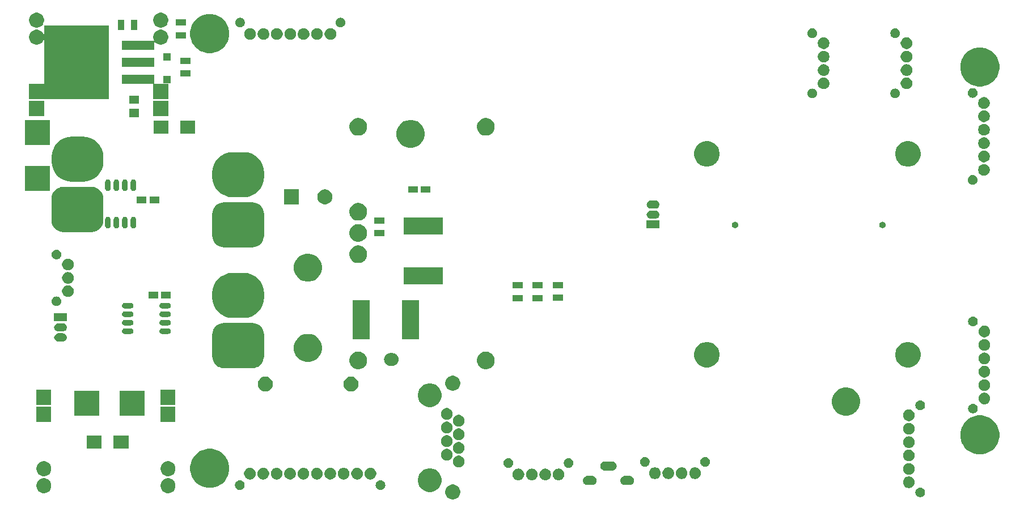
<source format=gbs>
%TF.GenerationSoftware,KiCad,Pcbnew,(5.0.0-rc2-dev-406-g05dae9627)*%
%TF.CreationDate,2018-06-18T14:13:19+02:00*%
%TF.ProjectId,Autopilot,4175746F70696C6F742E6B696361645F,rev?*%
%TF.SameCoordinates,Original*%
%TF.FileFunction,Soldermask,Bot*%
%TF.FilePolarity,Negative*%
%FSLAX46Y46*%
G04 Gerber Fmt 4.6, Leading zero omitted, Abs format (unit mm)*
G04 Created by KiCad (PCBNEW (5.0.0-rc2-dev-406-g05dae9627)) date 06/18/18 14:13:19*
%MOMM*%
%LPD*%
G01*
G04 APERTURE LIST*
%ADD10C,0.150000*%
%ADD11C,0.100000*%
G04 APERTURE END LIST*
D10*
%TO.C,JP4*%
X226798000Y-138136000D02*
X227052000Y-138136000D01*
X226798000Y-139914000D02*
X227052000Y-139914000D01*
X226925000Y-138136000D02*
X226925000Y-139914000D01*
X227814000Y-138707500D02*
X227814000Y-139406000D01*
X227560000Y-139723500D02*
X227560000Y-138326500D01*
X227433000Y-138263000D02*
X227433000Y-139787000D01*
X227306000Y-139850500D02*
X227306000Y-138199500D01*
X227179000Y-138199500D02*
X227179000Y-139850500D01*
X227052000Y-139914000D02*
X227052000Y-138136000D01*
X227052000Y-138136000D02*
G75*
G02X227941000Y-139025000I0J-889000D01*
G01*
X227941000Y-139025000D02*
G75*
G02X227052000Y-139914000I-889000J0D01*
G01*
X226036000Y-139406000D02*
X226036000Y-138644000D01*
X226290000Y-138326500D02*
X226290000Y-139723500D01*
X226417000Y-139787000D02*
X226417000Y-138263000D01*
X226544000Y-138199500D02*
X226544000Y-139850500D01*
X226671000Y-139850500D02*
X226671000Y-138199500D01*
X226798000Y-139914000D02*
X226798000Y-138136000D01*
X225909000Y-139025000D02*
G75*
G02X226798000Y-138136000I889000J0D01*
G01*
X226798000Y-139914000D02*
G75*
G02X225909000Y-139025000I0J889000D01*
G01*
D11*
G36*
X236415687Y-157757039D02*
X236619522Y-157841470D01*
X236751406Y-157929593D01*
X236802958Y-157964039D01*
X236958961Y-158120042D01*
X236958963Y-158120045D01*
X237081530Y-158303478D01*
X237165961Y-158507313D01*
X237209000Y-158723687D01*
X237209000Y-158944313D01*
X237165961Y-159160687D01*
X237081530Y-159364522D01*
X236982282Y-159513056D01*
X236958961Y-159547958D01*
X236802958Y-159703961D01*
X236802955Y-159703963D01*
X236619522Y-159826530D01*
X236415687Y-159910961D01*
X236199313Y-159954000D01*
X235978687Y-159954000D01*
X235762313Y-159910961D01*
X235558478Y-159826530D01*
X235375045Y-159703963D01*
X235375042Y-159703961D01*
X235219039Y-159547958D01*
X235195718Y-159513056D01*
X235096470Y-159364522D01*
X235012039Y-159160687D01*
X234969000Y-158944313D01*
X234969000Y-158723687D01*
X235012039Y-158507313D01*
X235096470Y-158303478D01*
X235219037Y-158120045D01*
X235219039Y-158120042D01*
X235375042Y-157964039D01*
X235426594Y-157929593D01*
X235558478Y-157841470D01*
X235762313Y-157757039D01*
X235978687Y-157714000D01*
X236199313Y-157714000D01*
X236415687Y-157757039D01*
X236415687Y-157757039D01*
G37*
G36*
X306040465Y-158168835D02*
X306110016Y-158182669D01*
X306241048Y-158236944D01*
X306358973Y-158315739D01*
X306459261Y-158416027D01*
X306538056Y-158533952D01*
X306592331Y-158664984D01*
X306620000Y-158804086D01*
X306620000Y-158945914D01*
X306592331Y-159085016D01*
X306538056Y-159216048D01*
X306459261Y-159333973D01*
X306358973Y-159434261D01*
X306241048Y-159513056D01*
X306110016Y-159567331D01*
X306040465Y-159581165D01*
X305970916Y-159595000D01*
X305829084Y-159595000D01*
X305759535Y-159581165D01*
X305689984Y-159567331D01*
X305558952Y-159513056D01*
X305441027Y-159434261D01*
X305340739Y-159333973D01*
X305261944Y-159216048D01*
X305207669Y-159085016D01*
X305180000Y-158945914D01*
X305180000Y-158804086D01*
X305207669Y-158664984D01*
X305261944Y-158533952D01*
X305340739Y-158416027D01*
X305441027Y-158315739D01*
X305558952Y-158236944D01*
X305689984Y-158182669D01*
X305759535Y-158168834D01*
X305829084Y-158155000D01*
X305970916Y-158155000D01*
X306040465Y-158168835D01*
X306040465Y-158168835D01*
G37*
G36*
X175355687Y-156802039D02*
X175559522Y-156886470D01*
X175742131Y-157008486D01*
X175742958Y-157009039D01*
X175898961Y-157165042D01*
X175898963Y-157165045D01*
X176021530Y-157348478D01*
X176105961Y-157552313D01*
X176149000Y-157768687D01*
X176149000Y-157989313D01*
X176105961Y-158205687D01*
X176021530Y-158409522D01*
X175938388Y-158533952D01*
X175898961Y-158592958D01*
X175742958Y-158748961D01*
X175742955Y-158748963D01*
X175559522Y-158871530D01*
X175355687Y-158955961D01*
X175139313Y-158999000D01*
X174918687Y-158999000D01*
X174702313Y-158955961D01*
X174498478Y-158871530D01*
X174315045Y-158748963D01*
X174315042Y-158748961D01*
X174159039Y-158592958D01*
X174119612Y-158533952D01*
X174036470Y-158409522D01*
X173952039Y-158205687D01*
X173909000Y-157989313D01*
X173909000Y-157768687D01*
X173952039Y-157552313D01*
X174036470Y-157348478D01*
X174159037Y-157165045D01*
X174159039Y-157165042D01*
X174315042Y-157009039D01*
X174315870Y-157008486D01*
X174498478Y-156886470D01*
X174702313Y-156802039D01*
X174918687Y-156759000D01*
X175139313Y-156759000D01*
X175355687Y-156802039D01*
X175355687Y-156802039D01*
G37*
G36*
X193897687Y-156802039D02*
X194101522Y-156886470D01*
X194284131Y-157008486D01*
X194284958Y-157009039D01*
X194440961Y-157165042D01*
X194440963Y-157165045D01*
X194563530Y-157348478D01*
X194647961Y-157552313D01*
X194691000Y-157768687D01*
X194691000Y-157989313D01*
X194647961Y-158205687D01*
X194563530Y-158409522D01*
X194480388Y-158533952D01*
X194440961Y-158592958D01*
X194284958Y-158748961D01*
X194284955Y-158748963D01*
X194101522Y-158871530D01*
X193897687Y-158955961D01*
X193681313Y-158999000D01*
X193460687Y-158999000D01*
X193244313Y-158955961D01*
X193040478Y-158871530D01*
X192857045Y-158748963D01*
X192857042Y-158748961D01*
X192701039Y-158592958D01*
X192661612Y-158533952D01*
X192578470Y-158409522D01*
X192494039Y-158205687D01*
X192451000Y-157989313D01*
X192451000Y-157768687D01*
X192494039Y-157552313D01*
X192578470Y-157348478D01*
X192701037Y-157165045D01*
X192701039Y-157165042D01*
X192857042Y-157009039D01*
X192857870Y-157008486D01*
X193040478Y-156886470D01*
X193244313Y-156802039D01*
X193460687Y-156759000D01*
X193681313Y-156759000D01*
X193897687Y-156802039D01*
X193897687Y-156802039D01*
G37*
G36*
X233176289Y-155354019D02*
X233498408Y-155487445D01*
X233765173Y-155665692D01*
X233788309Y-155681151D01*
X234034849Y-155927691D01*
X234034851Y-155927694D01*
X234228555Y-156217592D01*
X234361981Y-156539711D01*
X234430000Y-156881668D01*
X234430000Y-157230332D01*
X234361981Y-157572289D01*
X234228555Y-157894408D01*
X234085980Y-158107786D01*
X234034849Y-158184309D01*
X233788309Y-158430849D01*
X233788306Y-158430851D01*
X233498408Y-158624555D01*
X233176289Y-158757981D01*
X232834332Y-158826000D01*
X232485668Y-158826000D01*
X232143711Y-158757981D01*
X231821592Y-158624555D01*
X231531694Y-158430851D01*
X231531691Y-158430849D01*
X231285151Y-158184309D01*
X231234020Y-158107786D01*
X231091445Y-157894408D01*
X230958019Y-157572289D01*
X230890000Y-157230332D01*
X230890000Y-156881668D01*
X230958019Y-156539711D01*
X231091445Y-156217592D01*
X231285149Y-155927694D01*
X231285151Y-155927691D01*
X231531691Y-155681151D01*
X231554827Y-155665692D01*
X231821592Y-155487445D01*
X232143711Y-155354019D01*
X232485668Y-155286000D01*
X232834332Y-155286000D01*
X233176289Y-155354019D01*
X233176289Y-155354019D01*
G37*
G36*
X204440465Y-157093835D02*
X204510016Y-157107669D01*
X204641048Y-157161944D01*
X204758973Y-157240739D01*
X204859261Y-157341027D01*
X204938056Y-157458952D01*
X204992331Y-157589984D01*
X204992331Y-157589986D01*
X205018590Y-157721994D01*
X205020000Y-157729086D01*
X205020000Y-157870914D01*
X204992331Y-158010016D01*
X204938056Y-158141048D01*
X204859261Y-158258973D01*
X204758973Y-158359261D01*
X204641048Y-158438056D01*
X204510016Y-158492331D01*
X204440465Y-158506166D01*
X204370916Y-158520000D01*
X204229084Y-158520000D01*
X204159535Y-158506166D01*
X204089984Y-158492331D01*
X203958952Y-158438056D01*
X203841027Y-158359261D01*
X203740739Y-158258973D01*
X203661944Y-158141048D01*
X203607669Y-158010016D01*
X203580000Y-157870914D01*
X203580000Y-157729086D01*
X203581411Y-157721994D01*
X203607669Y-157589986D01*
X203607669Y-157589984D01*
X203661944Y-157458952D01*
X203740739Y-157341027D01*
X203841027Y-157240739D01*
X203958952Y-157161944D01*
X204089984Y-157107669D01*
X204159535Y-157093835D01*
X204229084Y-157080000D01*
X204370916Y-157080000D01*
X204440465Y-157093835D01*
X204440465Y-157093835D01*
G37*
G36*
X225440465Y-157093835D02*
X225510016Y-157107669D01*
X225641048Y-157161944D01*
X225758973Y-157240739D01*
X225859261Y-157341027D01*
X225938056Y-157458952D01*
X225992331Y-157589984D01*
X225992331Y-157589986D01*
X226018590Y-157721994D01*
X226020000Y-157729086D01*
X226020000Y-157870914D01*
X225992331Y-158010016D01*
X225938056Y-158141048D01*
X225859261Y-158258973D01*
X225758973Y-158359261D01*
X225641048Y-158438056D01*
X225510016Y-158492331D01*
X225440465Y-158506166D01*
X225370916Y-158520000D01*
X225229084Y-158520000D01*
X225159535Y-158506166D01*
X225089984Y-158492331D01*
X224958952Y-158438056D01*
X224841027Y-158359261D01*
X224740739Y-158258973D01*
X224661944Y-158141048D01*
X224607669Y-158010016D01*
X224580000Y-157870914D01*
X224580000Y-157729086D01*
X224581411Y-157721994D01*
X224607669Y-157589986D01*
X224607669Y-157589984D01*
X224661944Y-157458952D01*
X224740739Y-157341027D01*
X224841027Y-157240739D01*
X224958952Y-157161944D01*
X225089984Y-157107669D01*
X225159535Y-157093835D01*
X225229084Y-157080000D01*
X225370916Y-157080000D01*
X225440465Y-157093835D01*
X225440465Y-157093835D01*
G37*
G36*
X304397743Y-156527289D02*
X304453770Y-156538433D01*
X304612100Y-156604016D01*
X304754593Y-156699227D01*
X304875773Y-156820407D01*
X304970984Y-156962900D01*
X305030950Y-157107669D01*
X305036567Y-157121231D01*
X305060339Y-157240739D01*
X305070000Y-157289312D01*
X305070000Y-157460688D01*
X305036567Y-157628770D01*
X304970984Y-157787100D01*
X304875773Y-157929593D01*
X304754593Y-158050773D01*
X304612100Y-158145984D01*
X304453770Y-158211567D01*
X304397743Y-158222711D01*
X304285690Y-158245000D01*
X304114310Y-158245000D01*
X304002257Y-158222711D01*
X303946230Y-158211567D01*
X303787900Y-158145984D01*
X303645407Y-158050773D01*
X303524227Y-157929593D01*
X303429016Y-157787100D01*
X303363433Y-157628770D01*
X303330000Y-157460688D01*
X303330000Y-157289312D01*
X303339662Y-157240739D01*
X303363433Y-157121231D01*
X303369051Y-157107669D01*
X303429016Y-156962900D01*
X303524227Y-156820407D01*
X303645407Y-156699227D01*
X303787900Y-156604016D01*
X303946230Y-156538433D01*
X304002257Y-156527289D01*
X304114310Y-156505000D01*
X304285690Y-156505000D01*
X304397743Y-156527289D01*
X304397743Y-156527289D01*
G37*
G36*
X200651732Y-152492213D02*
X200921645Y-152604015D01*
X201183139Y-152712329D01*
X201661392Y-153031888D01*
X202068112Y-153438608D01*
X202387671Y-153916861D01*
X202415461Y-153983952D01*
X202607787Y-154448268D01*
X202720000Y-155012403D01*
X202720000Y-155587597D01*
X202607787Y-156151732D01*
X202492524Y-156430000D01*
X202387671Y-156683139D01*
X202068112Y-157161392D01*
X201661392Y-157568112D01*
X201183139Y-157887671D01*
X201081937Y-157929590D01*
X200651732Y-158107787D01*
X200087597Y-158220000D01*
X199512403Y-158220000D01*
X198948268Y-158107787D01*
X198518063Y-157929590D01*
X198416861Y-157887671D01*
X197938608Y-157568112D01*
X197531888Y-157161392D01*
X197212329Y-156683139D01*
X197107476Y-156430000D01*
X196992213Y-156151732D01*
X196880000Y-155587597D01*
X196880000Y-155012403D01*
X196992213Y-154448268D01*
X197184539Y-153983952D01*
X197212329Y-153916861D01*
X197531888Y-153438608D01*
X197938608Y-153031888D01*
X198416861Y-152712329D01*
X198678355Y-152604015D01*
X198948268Y-152492213D01*
X199512403Y-152380000D01*
X200087597Y-152380000D01*
X200651732Y-152492213D01*
X200651732Y-152492213D01*
G37*
G36*
X262631342Y-156439694D02*
X262757638Y-156478006D01*
X262874031Y-156540219D01*
X262976053Y-156623947D01*
X263059781Y-156725969D01*
X263121994Y-156842362D01*
X263160306Y-156968658D01*
X263173242Y-157100000D01*
X263160306Y-157231342D01*
X263121994Y-157357638D01*
X263059781Y-157474031D01*
X262976053Y-157576053D01*
X262874031Y-157659781D01*
X262757638Y-157721994D01*
X262631342Y-157760306D01*
X262532917Y-157770000D01*
X261767083Y-157770000D01*
X261668658Y-157760306D01*
X261542362Y-157721994D01*
X261425969Y-157659781D01*
X261323947Y-157576053D01*
X261240219Y-157474031D01*
X261178006Y-157357638D01*
X261139694Y-157231342D01*
X261126758Y-157100000D01*
X261139694Y-156968658D01*
X261178006Y-156842362D01*
X261240219Y-156725969D01*
X261323947Y-156623947D01*
X261425969Y-156540219D01*
X261542362Y-156478006D01*
X261668658Y-156439694D01*
X261767083Y-156430000D01*
X262532917Y-156430000D01*
X262631342Y-156439694D01*
X262631342Y-156439694D01*
G37*
G36*
X257031342Y-156439694D02*
X257157638Y-156478006D01*
X257274031Y-156540219D01*
X257376053Y-156623947D01*
X257459781Y-156725969D01*
X257521994Y-156842362D01*
X257560306Y-156968658D01*
X257573242Y-157100000D01*
X257560306Y-157231342D01*
X257521994Y-157357638D01*
X257459781Y-157474031D01*
X257376053Y-157576053D01*
X257274031Y-157659781D01*
X257157638Y-157721994D01*
X257031342Y-157760306D01*
X256932917Y-157770000D01*
X256167083Y-157770000D01*
X256068658Y-157760306D01*
X255942362Y-157721994D01*
X255825969Y-157659781D01*
X255723947Y-157576053D01*
X255640219Y-157474031D01*
X255578006Y-157357638D01*
X255539694Y-157231342D01*
X255526758Y-157100000D01*
X255539694Y-156968658D01*
X255578006Y-156842362D01*
X255640219Y-156725969D01*
X255723947Y-156623947D01*
X255825969Y-156540219D01*
X255942362Y-156478006D01*
X256068658Y-156439694D01*
X256167083Y-156430000D01*
X256932917Y-156430000D01*
X257031342Y-156439694D01*
X257031342Y-156439694D01*
G37*
G36*
X246097743Y-155352289D02*
X246153770Y-155363433D01*
X246265726Y-155409807D01*
X246300539Y-155424227D01*
X246312100Y-155429016D01*
X246454593Y-155524227D01*
X246575773Y-155645407D01*
X246670984Y-155787900D01*
X246733701Y-155939310D01*
X246736567Y-155946231D01*
X246770000Y-156114310D01*
X246770000Y-156285690D01*
X246756458Y-156353769D01*
X246736567Y-156453770D01*
X246670984Y-156612100D01*
X246575773Y-156754593D01*
X246454593Y-156875773D01*
X246312100Y-156970984D01*
X246153770Y-157036567D01*
X246097743Y-157047711D01*
X245985690Y-157070000D01*
X245814310Y-157070000D01*
X245702257Y-157047711D01*
X245646230Y-157036567D01*
X245487900Y-156970984D01*
X245345407Y-156875773D01*
X245224227Y-156754593D01*
X245129016Y-156612100D01*
X245063433Y-156453770D01*
X245043542Y-156353769D01*
X245030000Y-156285690D01*
X245030000Y-156114310D01*
X245063433Y-155946231D01*
X245066300Y-155939310D01*
X245129016Y-155787900D01*
X245224227Y-155645407D01*
X245345407Y-155524227D01*
X245487900Y-155429016D01*
X245499462Y-155424227D01*
X245534274Y-155409807D01*
X245646230Y-155363433D01*
X245702257Y-155352289D01*
X245814310Y-155330000D01*
X245985690Y-155330000D01*
X246097743Y-155352289D01*
X246097743Y-155352289D01*
G37*
G36*
X248097743Y-155352289D02*
X248153770Y-155363433D01*
X248265726Y-155409807D01*
X248300539Y-155424227D01*
X248312100Y-155429016D01*
X248454593Y-155524227D01*
X248575773Y-155645407D01*
X248670984Y-155787900D01*
X248733701Y-155939310D01*
X248736567Y-155946231D01*
X248770000Y-156114310D01*
X248770000Y-156285690D01*
X248756458Y-156353769D01*
X248736567Y-156453770D01*
X248670984Y-156612100D01*
X248575773Y-156754593D01*
X248454593Y-156875773D01*
X248312100Y-156970984D01*
X248153770Y-157036567D01*
X248097743Y-157047711D01*
X247985690Y-157070000D01*
X247814310Y-157070000D01*
X247702257Y-157047711D01*
X247646230Y-157036567D01*
X247487900Y-156970984D01*
X247345407Y-156875773D01*
X247224227Y-156754593D01*
X247129016Y-156612100D01*
X247063433Y-156453770D01*
X247043542Y-156353769D01*
X247030000Y-156285690D01*
X247030000Y-156114310D01*
X247063433Y-155946231D01*
X247066300Y-155939310D01*
X247129016Y-155787900D01*
X247224227Y-155645407D01*
X247345407Y-155524227D01*
X247487900Y-155429016D01*
X247499462Y-155424227D01*
X247534274Y-155409807D01*
X247646230Y-155363433D01*
X247702257Y-155352289D01*
X247814310Y-155330000D01*
X247985690Y-155330000D01*
X248097743Y-155352289D01*
X248097743Y-155352289D01*
G37*
G36*
X250097743Y-155352289D02*
X250153770Y-155363433D01*
X250265726Y-155409807D01*
X250300539Y-155424227D01*
X250312100Y-155429016D01*
X250454593Y-155524227D01*
X250575773Y-155645407D01*
X250670984Y-155787900D01*
X250733701Y-155939310D01*
X250736567Y-155946231D01*
X250770000Y-156114310D01*
X250770000Y-156285690D01*
X250756458Y-156353769D01*
X250736567Y-156453770D01*
X250670984Y-156612100D01*
X250575773Y-156754593D01*
X250454593Y-156875773D01*
X250312100Y-156970984D01*
X250153770Y-157036567D01*
X250097743Y-157047711D01*
X249985690Y-157070000D01*
X249814310Y-157070000D01*
X249702257Y-157047711D01*
X249646230Y-157036567D01*
X249487900Y-156970984D01*
X249345407Y-156875773D01*
X249224227Y-156754593D01*
X249129016Y-156612100D01*
X249063433Y-156453770D01*
X249043542Y-156353769D01*
X249030000Y-156285690D01*
X249030000Y-156114310D01*
X249063433Y-155946231D01*
X249066300Y-155939310D01*
X249129016Y-155787900D01*
X249224227Y-155645407D01*
X249345407Y-155524227D01*
X249487900Y-155429016D01*
X249499462Y-155424227D01*
X249534274Y-155409807D01*
X249646230Y-155363433D01*
X249702257Y-155352289D01*
X249814310Y-155330000D01*
X249985690Y-155330000D01*
X250097743Y-155352289D01*
X250097743Y-155352289D01*
G37*
G36*
X252097743Y-155352289D02*
X252153770Y-155363433D01*
X252265726Y-155409807D01*
X252300539Y-155424227D01*
X252312100Y-155429016D01*
X252454593Y-155524227D01*
X252575773Y-155645407D01*
X252670984Y-155787900D01*
X252733701Y-155939310D01*
X252736567Y-155946231D01*
X252770000Y-156114310D01*
X252770000Y-156285690D01*
X252756458Y-156353769D01*
X252736567Y-156453770D01*
X252670984Y-156612100D01*
X252575773Y-156754593D01*
X252454593Y-156875773D01*
X252312100Y-156970984D01*
X252153770Y-157036567D01*
X252097743Y-157047711D01*
X251985690Y-157070000D01*
X251814310Y-157070000D01*
X251702257Y-157047711D01*
X251646230Y-157036567D01*
X251487900Y-156970984D01*
X251345407Y-156875773D01*
X251224227Y-156754593D01*
X251129016Y-156612100D01*
X251063433Y-156453770D01*
X251043542Y-156353769D01*
X251030000Y-156285690D01*
X251030000Y-156114310D01*
X251063433Y-155946231D01*
X251066300Y-155939310D01*
X251129016Y-155787900D01*
X251224227Y-155645407D01*
X251345407Y-155524227D01*
X251487900Y-155429016D01*
X251499462Y-155424227D01*
X251534274Y-155409807D01*
X251646230Y-155363433D01*
X251702257Y-155352289D01*
X251814310Y-155330000D01*
X251985690Y-155330000D01*
X252097743Y-155352289D01*
X252097743Y-155352289D01*
G37*
G36*
X205997743Y-155252289D02*
X206053770Y-155263433D01*
X206165726Y-155309807D01*
X206200066Y-155324031D01*
X206212100Y-155329016D01*
X206354593Y-155424227D01*
X206475773Y-155545407D01*
X206570984Y-155687900D01*
X206612407Y-155787902D01*
X206636567Y-155846231D01*
X206670000Y-156014310D01*
X206670000Y-156185690D01*
X206651485Y-156278769D01*
X206636567Y-156353770D01*
X206570984Y-156512100D01*
X206475773Y-156654593D01*
X206354593Y-156775773D01*
X206212100Y-156870984D01*
X206212099Y-156870985D01*
X206212098Y-156870985D01*
X206200534Y-156875775D01*
X206053770Y-156936567D01*
X205997743Y-156947711D01*
X205885690Y-156970000D01*
X205714310Y-156970000D01*
X205602257Y-156947711D01*
X205546230Y-156936567D01*
X205399466Y-156875775D01*
X205387902Y-156870985D01*
X205387901Y-156870985D01*
X205387900Y-156870984D01*
X205245407Y-156775773D01*
X205124227Y-156654593D01*
X205029016Y-156512100D01*
X204963433Y-156353770D01*
X204948515Y-156278769D01*
X204930000Y-156185690D01*
X204930000Y-156014310D01*
X204963433Y-155846231D01*
X204987594Y-155787902D01*
X205029016Y-155687900D01*
X205124227Y-155545407D01*
X205245407Y-155424227D01*
X205387900Y-155329016D01*
X205399935Y-155324031D01*
X205434274Y-155309807D01*
X205546230Y-155263433D01*
X205602257Y-155252289D01*
X205714310Y-155230000D01*
X205885690Y-155230000D01*
X205997743Y-155252289D01*
X205997743Y-155252289D01*
G37*
G36*
X223997743Y-155252289D02*
X224053770Y-155263433D01*
X224165726Y-155309807D01*
X224200066Y-155324031D01*
X224212100Y-155329016D01*
X224354593Y-155424227D01*
X224475773Y-155545407D01*
X224570984Y-155687900D01*
X224612407Y-155787902D01*
X224636567Y-155846231D01*
X224670000Y-156014310D01*
X224670000Y-156185690D01*
X224651485Y-156278769D01*
X224636567Y-156353770D01*
X224570984Y-156512100D01*
X224475773Y-156654593D01*
X224354593Y-156775773D01*
X224212100Y-156870984D01*
X224212099Y-156870985D01*
X224212098Y-156870985D01*
X224200534Y-156875775D01*
X224053770Y-156936567D01*
X223997743Y-156947711D01*
X223885690Y-156970000D01*
X223714310Y-156970000D01*
X223602257Y-156947711D01*
X223546230Y-156936567D01*
X223399466Y-156875775D01*
X223387902Y-156870985D01*
X223387901Y-156870985D01*
X223387900Y-156870984D01*
X223245407Y-156775773D01*
X223124227Y-156654593D01*
X223029016Y-156512100D01*
X222963433Y-156353770D01*
X222948515Y-156278769D01*
X222930000Y-156185690D01*
X222930000Y-156014310D01*
X222963433Y-155846231D01*
X222987594Y-155787902D01*
X223029016Y-155687900D01*
X223124227Y-155545407D01*
X223245407Y-155424227D01*
X223387900Y-155329016D01*
X223399935Y-155324031D01*
X223434274Y-155309807D01*
X223546230Y-155263433D01*
X223602257Y-155252289D01*
X223714310Y-155230000D01*
X223885690Y-155230000D01*
X223997743Y-155252289D01*
X223997743Y-155252289D01*
G37*
G36*
X221997743Y-155252289D02*
X222053770Y-155263433D01*
X222165726Y-155309807D01*
X222200066Y-155324031D01*
X222212100Y-155329016D01*
X222354593Y-155424227D01*
X222475773Y-155545407D01*
X222570984Y-155687900D01*
X222612407Y-155787902D01*
X222636567Y-155846231D01*
X222670000Y-156014310D01*
X222670000Y-156185690D01*
X222651485Y-156278769D01*
X222636567Y-156353770D01*
X222570984Y-156512100D01*
X222475773Y-156654593D01*
X222354593Y-156775773D01*
X222212100Y-156870984D01*
X222212099Y-156870985D01*
X222212098Y-156870985D01*
X222200534Y-156875775D01*
X222053770Y-156936567D01*
X221997743Y-156947711D01*
X221885690Y-156970000D01*
X221714310Y-156970000D01*
X221602257Y-156947711D01*
X221546230Y-156936567D01*
X221399466Y-156875775D01*
X221387902Y-156870985D01*
X221387901Y-156870985D01*
X221387900Y-156870984D01*
X221245407Y-156775773D01*
X221124227Y-156654593D01*
X221029016Y-156512100D01*
X220963433Y-156353770D01*
X220948515Y-156278769D01*
X220930000Y-156185690D01*
X220930000Y-156014310D01*
X220963433Y-155846231D01*
X220987594Y-155787902D01*
X221029016Y-155687900D01*
X221124227Y-155545407D01*
X221245407Y-155424227D01*
X221387900Y-155329016D01*
X221399935Y-155324031D01*
X221434274Y-155309807D01*
X221546230Y-155263433D01*
X221602257Y-155252289D01*
X221714310Y-155230000D01*
X221885690Y-155230000D01*
X221997743Y-155252289D01*
X221997743Y-155252289D01*
G37*
G36*
X219997743Y-155252289D02*
X220053770Y-155263433D01*
X220165726Y-155309807D01*
X220200066Y-155324031D01*
X220212100Y-155329016D01*
X220354593Y-155424227D01*
X220475773Y-155545407D01*
X220570984Y-155687900D01*
X220612407Y-155787902D01*
X220636567Y-155846231D01*
X220670000Y-156014310D01*
X220670000Y-156185690D01*
X220651485Y-156278769D01*
X220636567Y-156353770D01*
X220570984Y-156512100D01*
X220475773Y-156654593D01*
X220354593Y-156775773D01*
X220212100Y-156870984D01*
X220212099Y-156870985D01*
X220212098Y-156870985D01*
X220200534Y-156875775D01*
X220053770Y-156936567D01*
X219997743Y-156947711D01*
X219885690Y-156970000D01*
X219714310Y-156970000D01*
X219602257Y-156947711D01*
X219546230Y-156936567D01*
X219399466Y-156875775D01*
X219387902Y-156870985D01*
X219387901Y-156870985D01*
X219387900Y-156870984D01*
X219245407Y-156775773D01*
X219124227Y-156654593D01*
X219029016Y-156512100D01*
X218963433Y-156353770D01*
X218948515Y-156278769D01*
X218930000Y-156185690D01*
X218930000Y-156014310D01*
X218963433Y-155846231D01*
X218987594Y-155787902D01*
X219029016Y-155687900D01*
X219124227Y-155545407D01*
X219245407Y-155424227D01*
X219387900Y-155329016D01*
X219399935Y-155324031D01*
X219434274Y-155309807D01*
X219546230Y-155263433D01*
X219602257Y-155252289D01*
X219714310Y-155230000D01*
X219885690Y-155230000D01*
X219997743Y-155252289D01*
X219997743Y-155252289D01*
G37*
G36*
X217997743Y-155252289D02*
X218053770Y-155263433D01*
X218165726Y-155309807D01*
X218200066Y-155324031D01*
X218212100Y-155329016D01*
X218354593Y-155424227D01*
X218475773Y-155545407D01*
X218570984Y-155687900D01*
X218612407Y-155787902D01*
X218636567Y-155846231D01*
X218670000Y-156014310D01*
X218670000Y-156185690D01*
X218651485Y-156278769D01*
X218636567Y-156353770D01*
X218570984Y-156512100D01*
X218475773Y-156654593D01*
X218354593Y-156775773D01*
X218212100Y-156870984D01*
X218212099Y-156870985D01*
X218212098Y-156870985D01*
X218200534Y-156875775D01*
X218053770Y-156936567D01*
X217997743Y-156947711D01*
X217885690Y-156970000D01*
X217714310Y-156970000D01*
X217602257Y-156947711D01*
X217546230Y-156936567D01*
X217399466Y-156875775D01*
X217387902Y-156870985D01*
X217387901Y-156870985D01*
X217387900Y-156870984D01*
X217245407Y-156775773D01*
X217124227Y-156654593D01*
X217029016Y-156512100D01*
X216963433Y-156353770D01*
X216948515Y-156278769D01*
X216930000Y-156185690D01*
X216930000Y-156014310D01*
X216963433Y-155846231D01*
X216987594Y-155787902D01*
X217029016Y-155687900D01*
X217124227Y-155545407D01*
X217245407Y-155424227D01*
X217387900Y-155329016D01*
X217399935Y-155324031D01*
X217434274Y-155309807D01*
X217546230Y-155263433D01*
X217602257Y-155252289D01*
X217714310Y-155230000D01*
X217885690Y-155230000D01*
X217997743Y-155252289D01*
X217997743Y-155252289D01*
G37*
G36*
X215997743Y-155252289D02*
X216053770Y-155263433D01*
X216165726Y-155309807D01*
X216200066Y-155324031D01*
X216212100Y-155329016D01*
X216354593Y-155424227D01*
X216475773Y-155545407D01*
X216570984Y-155687900D01*
X216612407Y-155787902D01*
X216636567Y-155846231D01*
X216670000Y-156014310D01*
X216670000Y-156185690D01*
X216651485Y-156278769D01*
X216636567Y-156353770D01*
X216570984Y-156512100D01*
X216475773Y-156654593D01*
X216354593Y-156775773D01*
X216212100Y-156870984D01*
X216212099Y-156870985D01*
X216212098Y-156870985D01*
X216200534Y-156875775D01*
X216053770Y-156936567D01*
X215997743Y-156947711D01*
X215885690Y-156970000D01*
X215714310Y-156970000D01*
X215602257Y-156947711D01*
X215546230Y-156936567D01*
X215399466Y-156875775D01*
X215387902Y-156870985D01*
X215387901Y-156870985D01*
X215387900Y-156870984D01*
X215245407Y-156775773D01*
X215124227Y-156654593D01*
X215029016Y-156512100D01*
X214963433Y-156353770D01*
X214948515Y-156278769D01*
X214930000Y-156185690D01*
X214930000Y-156014310D01*
X214963433Y-155846231D01*
X214987594Y-155787902D01*
X215029016Y-155687900D01*
X215124227Y-155545407D01*
X215245407Y-155424227D01*
X215387900Y-155329016D01*
X215399935Y-155324031D01*
X215434274Y-155309807D01*
X215546230Y-155263433D01*
X215602257Y-155252289D01*
X215714310Y-155230000D01*
X215885690Y-155230000D01*
X215997743Y-155252289D01*
X215997743Y-155252289D01*
G37*
G36*
X213997743Y-155252289D02*
X214053770Y-155263433D01*
X214165726Y-155309807D01*
X214200066Y-155324031D01*
X214212100Y-155329016D01*
X214354593Y-155424227D01*
X214475773Y-155545407D01*
X214570984Y-155687900D01*
X214612407Y-155787902D01*
X214636567Y-155846231D01*
X214670000Y-156014310D01*
X214670000Y-156185690D01*
X214651485Y-156278769D01*
X214636567Y-156353770D01*
X214570984Y-156512100D01*
X214475773Y-156654593D01*
X214354593Y-156775773D01*
X214212100Y-156870984D01*
X214212099Y-156870985D01*
X214212098Y-156870985D01*
X214200534Y-156875775D01*
X214053770Y-156936567D01*
X213997743Y-156947711D01*
X213885690Y-156970000D01*
X213714310Y-156970000D01*
X213602257Y-156947711D01*
X213546230Y-156936567D01*
X213399466Y-156875775D01*
X213387902Y-156870985D01*
X213387901Y-156870985D01*
X213387900Y-156870984D01*
X213245407Y-156775773D01*
X213124227Y-156654593D01*
X213029016Y-156512100D01*
X212963433Y-156353770D01*
X212948515Y-156278769D01*
X212930000Y-156185690D01*
X212930000Y-156014310D01*
X212963433Y-155846231D01*
X212987594Y-155787902D01*
X213029016Y-155687900D01*
X213124227Y-155545407D01*
X213245407Y-155424227D01*
X213387900Y-155329016D01*
X213399935Y-155324031D01*
X213434274Y-155309807D01*
X213546230Y-155263433D01*
X213602257Y-155252289D01*
X213714310Y-155230000D01*
X213885690Y-155230000D01*
X213997743Y-155252289D01*
X213997743Y-155252289D01*
G37*
G36*
X209997743Y-155252289D02*
X210053770Y-155263433D01*
X210165726Y-155309807D01*
X210200066Y-155324031D01*
X210212100Y-155329016D01*
X210354593Y-155424227D01*
X210475773Y-155545407D01*
X210570984Y-155687900D01*
X210612407Y-155787902D01*
X210636567Y-155846231D01*
X210670000Y-156014310D01*
X210670000Y-156185690D01*
X210651485Y-156278769D01*
X210636567Y-156353770D01*
X210570984Y-156512100D01*
X210475773Y-156654593D01*
X210354593Y-156775773D01*
X210212100Y-156870984D01*
X210212099Y-156870985D01*
X210212098Y-156870985D01*
X210200534Y-156875775D01*
X210053770Y-156936567D01*
X209997743Y-156947711D01*
X209885690Y-156970000D01*
X209714310Y-156970000D01*
X209602257Y-156947711D01*
X209546230Y-156936567D01*
X209399466Y-156875775D01*
X209387902Y-156870985D01*
X209387901Y-156870985D01*
X209387900Y-156870984D01*
X209245407Y-156775773D01*
X209124227Y-156654593D01*
X209029016Y-156512100D01*
X208963433Y-156353770D01*
X208948515Y-156278769D01*
X208930000Y-156185690D01*
X208930000Y-156014310D01*
X208963433Y-155846231D01*
X208987594Y-155787902D01*
X209029016Y-155687900D01*
X209124227Y-155545407D01*
X209245407Y-155424227D01*
X209387900Y-155329016D01*
X209399935Y-155324031D01*
X209434274Y-155309807D01*
X209546230Y-155263433D01*
X209602257Y-155252289D01*
X209714310Y-155230000D01*
X209885690Y-155230000D01*
X209997743Y-155252289D01*
X209997743Y-155252289D01*
G37*
G36*
X207997743Y-155252289D02*
X208053770Y-155263433D01*
X208165726Y-155309807D01*
X208200066Y-155324031D01*
X208212100Y-155329016D01*
X208354593Y-155424227D01*
X208475773Y-155545407D01*
X208570984Y-155687900D01*
X208612407Y-155787902D01*
X208636567Y-155846231D01*
X208670000Y-156014310D01*
X208670000Y-156185690D01*
X208651485Y-156278769D01*
X208636567Y-156353770D01*
X208570984Y-156512100D01*
X208475773Y-156654593D01*
X208354593Y-156775773D01*
X208212100Y-156870984D01*
X208212099Y-156870985D01*
X208212098Y-156870985D01*
X208200534Y-156875775D01*
X208053770Y-156936567D01*
X207997743Y-156947711D01*
X207885690Y-156970000D01*
X207714310Y-156970000D01*
X207602257Y-156947711D01*
X207546230Y-156936567D01*
X207399466Y-156875775D01*
X207387902Y-156870985D01*
X207387901Y-156870985D01*
X207387900Y-156870984D01*
X207245407Y-156775773D01*
X207124227Y-156654593D01*
X207029016Y-156512100D01*
X206963433Y-156353770D01*
X206948515Y-156278769D01*
X206930000Y-156185690D01*
X206930000Y-156014310D01*
X206963433Y-155846231D01*
X206987594Y-155787902D01*
X207029016Y-155687900D01*
X207124227Y-155545407D01*
X207245407Y-155424227D01*
X207387900Y-155329016D01*
X207399935Y-155324031D01*
X207434274Y-155309807D01*
X207546230Y-155263433D01*
X207602257Y-155252289D01*
X207714310Y-155230000D01*
X207885690Y-155230000D01*
X207997743Y-155252289D01*
X207997743Y-155252289D01*
G37*
G36*
X211997743Y-155252289D02*
X212053770Y-155263433D01*
X212165726Y-155309807D01*
X212200066Y-155324031D01*
X212212100Y-155329016D01*
X212354593Y-155424227D01*
X212475773Y-155545407D01*
X212570984Y-155687900D01*
X212612407Y-155787902D01*
X212636567Y-155846231D01*
X212670000Y-156014310D01*
X212670000Y-156185690D01*
X212651485Y-156278769D01*
X212636567Y-156353770D01*
X212570984Y-156512100D01*
X212475773Y-156654593D01*
X212354593Y-156775773D01*
X212212100Y-156870984D01*
X212212099Y-156870985D01*
X212212098Y-156870985D01*
X212200534Y-156875775D01*
X212053770Y-156936567D01*
X211997743Y-156947711D01*
X211885690Y-156970000D01*
X211714310Y-156970000D01*
X211602257Y-156947711D01*
X211546230Y-156936567D01*
X211399466Y-156875775D01*
X211387902Y-156870985D01*
X211387901Y-156870985D01*
X211387900Y-156870984D01*
X211245407Y-156775773D01*
X211124227Y-156654593D01*
X211029016Y-156512100D01*
X210963433Y-156353770D01*
X210948515Y-156278769D01*
X210930000Y-156185690D01*
X210930000Y-156014310D01*
X210963433Y-155846231D01*
X210987594Y-155787902D01*
X211029016Y-155687900D01*
X211124227Y-155545407D01*
X211245407Y-155424227D01*
X211387900Y-155329016D01*
X211399935Y-155324031D01*
X211434274Y-155309807D01*
X211546230Y-155263433D01*
X211602257Y-155252289D01*
X211714310Y-155230000D01*
X211885690Y-155230000D01*
X211997743Y-155252289D01*
X211997743Y-155252289D01*
G37*
G36*
X272472743Y-155177289D02*
X272528770Y-155188433D01*
X272687100Y-155254016D01*
X272829593Y-155349227D01*
X272950773Y-155470407D01*
X273044251Y-155610306D01*
X273045985Y-155612902D01*
X273111567Y-155771231D01*
X273145000Y-155939310D01*
X273145000Y-156110690D01*
X273125453Y-156208961D01*
X273111567Y-156278770D01*
X273045984Y-156437100D01*
X272950773Y-156579593D01*
X272829593Y-156700773D01*
X272687100Y-156795984D01*
X272687099Y-156795985D01*
X272687098Y-156795985D01*
X272640726Y-156815193D01*
X272528770Y-156861567D01*
X272481427Y-156870984D01*
X272360690Y-156895000D01*
X272189310Y-156895000D01*
X272068573Y-156870984D01*
X272021230Y-156861567D01*
X271909274Y-156815193D01*
X271862902Y-156795985D01*
X271862901Y-156795985D01*
X271862900Y-156795984D01*
X271720407Y-156700773D01*
X271599227Y-156579593D01*
X271504016Y-156437100D01*
X271438433Y-156278770D01*
X271424547Y-156208961D01*
X271405000Y-156110690D01*
X271405000Y-155939310D01*
X271438433Y-155771231D01*
X271504015Y-155612902D01*
X271505750Y-155610306D01*
X271599227Y-155470407D01*
X271720407Y-155349227D01*
X271862900Y-155254016D01*
X272021230Y-155188433D01*
X272077257Y-155177289D01*
X272189310Y-155155000D01*
X272360690Y-155155000D01*
X272472743Y-155177289D01*
X272472743Y-155177289D01*
G37*
G36*
X270472743Y-155177289D02*
X270528770Y-155188433D01*
X270687100Y-155254016D01*
X270829593Y-155349227D01*
X270950773Y-155470407D01*
X271044251Y-155610306D01*
X271045985Y-155612902D01*
X271111567Y-155771231D01*
X271145000Y-155939310D01*
X271145000Y-156110690D01*
X271125453Y-156208961D01*
X271111567Y-156278770D01*
X271045984Y-156437100D01*
X270950773Y-156579593D01*
X270829593Y-156700773D01*
X270687100Y-156795984D01*
X270687099Y-156795985D01*
X270687098Y-156795985D01*
X270640726Y-156815193D01*
X270528770Y-156861567D01*
X270481427Y-156870984D01*
X270360690Y-156895000D01*
X270189310Y-156895000D01*
X270068573Y-156870984D01*
X270021230Y-156861567D01*
X269909274Y-156815193D01*
X269862902Y-156795985D01*
X269862901Y-156795985D01*
X269862900Y-156795984D01*
X269720407Y-156700773D01*
X269599227Y-156579593D01*
X269504016Y-156437100D01*
X269438433Y-156278770D01*
X269424547Y-156208961D01*
X269405000Y-156110690D01*
X269405000Y-155939310D01*
X269438433Y-155771231D01*
X269504015Y-155612902D01*
X269505750Y-155610306D01*
X269599227Y-155470407D01*
X269720407Y-155349227D01*
X269862900Y-155254016D01*
X270021230Y-155188433D01*
X270077257Y-155177289D01*
X270189310Y-155155000D01*
X270360690Y-155155000D01*
X270472743Y-155177289D01*
X270472743Y-155177289D01*
G37*
G36*
X268472743Y-155177289D02*
X268528770Y-155188433D01*
X268687100Y-155254016D01*
X268829593Y-155349227D01*
X268950773Y-155470407D01*
X269044251Y-155610306D01*
X269045985Y-155612902D01*
X269111567Y-155771231D01*
X269145000Y-155939310D01*
X269145000Y-156110690D01*
X269125453Y-156208961D01*
X269111567Y-156278770D01*
X269045984Y-156437100D01*
X268950773Y-156579593D01*
X268829593Y-156700773D01*
X268687100Y-156795984D01*
X268687099Y-156795985D01*
X268687098Y-156795985D01*
X268640726Y-156815193D01*
X268528770Y-156861567D01*
X268481427Y-156870984D01*
X268360690Y-156895000D01*
X268189310Y-156895000D01*
X268068573Y-156870984D01*
X268021230Y-156861567D01*
X267909274Y-156815193D01*
X267862902Y-156795985D01*
X267862901Y-156795985D01*
X267862900Y-156795984D01*
X267720407Y-156700773D01*
X267599227Y-156579593D01*
X267504016Y-156437100D01*
X267438433Y-156278770D01*
X267424547Y-156208961D01*
X267405000Y-156110690D01*
X267405000Y-155939310D01*
X267438433Y-155771231D01*
X267504015Y-155612902D01*
X267505750Y-155610306D01*
X267599227Y-155470407D01*
X267720407Y-155349227D01*
X267862900Y-155254016D01*
X268021230Y-155188433D01*
X268077257Y-155177289D01*
X268189310Y-155155000D01*
X268360690Y-155155000D01*
X268472743Y-155177289D01*
X268472743Y-155177289D01*
G37*
G36*
X266472743Y-155177289D02*
X266528770Y-155188433D01*
X266687100Y-155254016D01*
X266829593Y-155349227D01*
X266950773Y-155470407D01*
X267044251Y-155610306D01*
X267045985Y-155612902D01*
X267111567Y-155771231D01*
X267145000Y-155939310D01*
X267145000Y-156110690D01*
X267125453Y-156208961D01*
X267111567Y-156278770D01*
X267045984Y-156437100D01*
X266950773Y-156579593D01*
X266829593Y-156700773D01*
X266687100Y-156795984D01*
X266687099Y-156795985D01*
X266687098Y-156795985D01*
X266640726Y-156815193D01*
X266528770Y-156861567D01*
X266481427Y-156870984D01*
X266360690Y-156895000D01*
X266189310Y-156895000D01*
X266068573Y-156870984D01*
X266021230Y-156861567D01*
X265909274Y-156815193D01*
X265862902Y-156795985D01*
X265862901Y-156795985D01*
X265862900Y-156795984D01*
X265720407Y-156700773D01*
X265599227Y-156579593D01*
X265504016Y-156437100D01*
X265438433Y-156278770D01*
X265424547Y-156208961D01*
X265405000Y-156110690D01*
X265405000Y-155939310D01*
X265438433Y-155771231D01*
X265504015Y-155612902D01*
X265505750Y-155610306D01*
X265599227Y-155470407D01*
X265720407Y-155349227D01*
X265862900Y-155254016D01*
X266021230Y-155188433D01*
X266077257Y-155177289D01*
X266189310Y-155155000D01*
X266360690Y-155155000D01*
X266472743Y-155177289D01*
X266472743Y-155177289D01*
G37*
G36*
X193897687Y-154262039D02*
X194101522Y-154346470D01*
X194253872Y-154448268D01*
X194284958Y-154469039D01*
X194440961Y-154625042D01*
X194440963Y-154625045D01*
X194563530Y-154808478D01*
X194647961Y-155012313D01*
X194691000Y-155228687D01*
X194691000Y-155449313D01*
X194647961Y-155665687D01*
X194563530Y-155869522D01*
X194442421Y-156050773D01*
X194440961Y-156052958D01*
X194284958Y-156208961D01*
X194284955Y-156208963D01*
X194101522Y-156331530D01*
X193897687Y-156415961D01*
X193681313Y-156459000D01*
X193460687Y-156459000D01*
X193244313Y-156415961D01*
X193040478Y-156331530D01*
X192857045Y-156208963D01*
X192857042Y-156208961D01*
X192701039Y-156052958D01*
X192699579Y-156050773D01*
X192578470Y-155869522D01*
X192494039Y-155665687D01*
X192451000Y-155449313D01*
X192451000Y-155228687D01*
X192494039Y-155012313D01*
X192578470Y-154808478D01*
X192701037Y-154625045D01*
X192701039Y-154625042D01*
X192857042Y-154469039D01*
X192888128Y-154448268D01*
X193040478Y-154346470D01*
X193244313Y-154262039D01*
X193460687Y-154219000D01*
X193681313Y-154219000D01*
X193897687Y-154262039D01*
X193897687Y-154262039D01*
G37*
G36*
X175355687Y-154262039D02*
X175559522Y-154346470D01*
X175711872Y-154448268D01*
X175742958Y-154469039D01*
X175898961Y-154625042D01*
X175898963Y-154625045D01*
X176021530Y-154808478D01*
X176105961Y-155012313D01*
X176149000Y-155228687D01*
X176149000Y-155449313D01*
X176105961Y-155665687D01*
X176021530Y-155869522D01*
X175900421Y-156050773D01*
X175898961Y-156052958D01*
X175742958Y-156208961D01*
X175742955Y-156208963D01*
X175559522Y-156331530D01*
X175355687Y-156415961D01*
X175139313Y-156459000D01*
X174918687Y-156459000D01*
X174702313Y-156415961D01*
X174498478Y-156331530D01*
X174315045Y-156208963D01*
X174315042Y-156208961D01*
X174159039Y-156052958D01*
X174157579Y-156050773D01*
X174036470Y-155869522D01*
X173952039Y-155665687D01*
X173909000Y-155449313D01*
X173909000Y-155228687D01*
X173952039Y-155012313D01*
X174036470Y-154808478D01*
X174159037Y-154625045D01*
X174159039Y-154625042D01*
X174315042Y-154469039D01*
X174346128Y-154448268D01*
X174498478Y-154346470D01*
X174702313Y-154262039D01*
X174918687Y-154219000D01*
X175139313Y-154219000D01*
X175355687Y-154262039D01*
X175355687Y-154262039D01*
G37*
G36*
X304397743Y-154527289D02*
X304453770Y-154538433D01*
X304612100Y-154604016D01*
X304754593Y-154699227D01*
X304875773Y-154820407D01*
X304970984Y-154962900D01*
X305036567Y-155121230D01*
X305039914Y-155138055D01*
X305070000Y-155289310D01*
X305070000Y-155460690D01*
X305060235Y-155509781D01*
X305036567Y-155628770D01*
X304970984Y-155787100D01*
X304875773Y-155929593D01*
X304754593Y-156050773D01*
X304612100Y-156145984D01*
X304612099Y-156145985D01*
X304612098Y-156145985D01*
X304598221Y-156151733D01*
X304453770Y-156211567D01*
X304397743Y-156222711D01*
X304285690Y-156245000D01*
X304114310Y-156245000D01*
X304002257Y-156222711D01*
X303946230Y-156211567D01*
X303801779Y-156151733D01*
X303787902Y-156145985D01*
X303787901Y-156145985D01*
X303787900Y-156145984D01*
X303645407Y-156050773D01*
X303524227Y-155929593D01*
X303429016Y-155787100D01*
X303363433Y-155628770D01*
X303339765Y-155509781D01*
X303330000Y-155460690D01*
X303330000Y-155289310D01*
X303360086Y-155138055D01*
X303363433Y-155121230D01*
X303429016Y-154962900D01*
X303524227Y-154820407D01*
X303645407Y-154699227D01*
X303787900Y-154604016D01*
X303946230Y-154538433D01*
X304002257Y-154527289D01*
X304114310Y-154505000D01*
X304285690Y-154505000D01*
X304397743Y-154527289D01*
X304397743Y-154527289D01*
G37*
G36*
X260031342Y-154289694D02*
X260157638Y-154328006D01*
X260274031Y-154390219D01*
X260376053Y-154473947D01*
X260459781Y-154575969D01*
X260521994Y-154692362D01*
X260560306Y-154818658D01*
X260573242Y-154950000D01*
X260560306Y-155081342D01*
X260521994Y-155207638D01*
X260459781Y-155324031D01*
X260376053Y-155426053D01*
X260274031Y-155509781D01*
X260157638Y-155571994D01*
X260031342Y-155610306D01*
X259932917Y-155620000D01*
X258767083Y-155620000D01*
X258668658Y-155610306D01*
X258542362Y-155571994D01*
X258425969Y-155509781D01*
X258323947Y-155426053D01*
X258240219Y-155324031D01*
X258178006Y-155207638D01*
X258139694Y-155081342D01*
X258126758Y-154950000D01*
X258139694Y-154818658D01*
X258178006Y-154692362D01*
X258240219Y-154575969D01*
X258323947Y-154473947D01*
X258425969Y-154390219D01*
X258542362Y-154328006D01*
X258668658Y-154289694D01*
X258767083Y-154280000D01*
X259932917Y-154280000D01*
X260031342Y-154289694D01*
X260031342Y-154289694D01*
G37*
G36*
X244540465Y-153793835D02*
X244610016Y-153807669D01*
X244741048Y-153861944D01*
X244858973Y-153940739D01*
X244959261Y-154041027D01*
X245038056Y-154158952D01*
X245092331Y-154289984D01*
X245120000Y-154429086D01*
X245120000Y-154570914D01*
X245092331Y-154710016D01*
X245038056Y-154841048D01*
X244959261Y-154958973D01*
X244858973Y-155059261D01*
X244741048Y-155138056D01*
X244610016Y-155192331D01*
X244540465Y-155206166D01*
X244470916Y-155220000D01*
X244329084Y-155220000D01*
X244259535Y-155206166D01*
X244189984Y-155192331D01*
X244058952Y-155138056D01*
X243941027Y-155059261D01*
X243840739Y-154958973D01*
X243761944Y-154841048D01*
X243707669Y-154710016D01*
X243680000Y-154570914D01*
X243680000Y-154429086D01*
X243707669Y-154289984D01*
X243761944Y-154158952D01*
X243840739Y-154041027D01*
X243941027Y-153940739D01*
X244058952Y-153861944D01*
X244189984Y-153807669D01*
X244259535Y-153793835D01*
X244329084Y-153780000D01*
X244470916Y-153780000D01*
X244540465Y-153793835D01*
X244540465Y-153793835D01*
G37*
G36*
X253540465Y-153793835D02*
X253610016Y-153807669D01*
X253741048Y-153861944D01*
X253858973Y-153940739D01*
X253959261Y-154041027D01*
X254038056Y-154158952D01*
X254092331Y-154289984D01*
X254120000Y-154429086D01*
X254120000Y-154570914D01*
X254092331Y-154710016D01*
X254038056Y-154841048D01*
X253959261Y-154958973D01*
X253858973Y-155059261D01*
X253741048Y-155138056D01*
X253610016Y-155192331D01*
X253540465Y-155206166D01*
X253470916Y-155220000D01*
X253329084Y-155220000D01*
X253259535Y-155206166D01*
X253189984Y-155192331D01*
X253058952Y-155138056D01*
X252941027Y-155059261D01*
X252840739Y-154958973D01*
X252761944Y-154841048D01*
X252707669Y-154710016D01*
X252680000Y-154570914D01*
X252680000Y-154429086D01*
X252707669Y-154289984D01*
X252761944Y-154158952D01*
X252840739Y-154041027D01*
X252941027Y-153940739D01*
X253058952Y-153861944D01*
X253189984Y-153807669D01*
X253259535Y-153793835D01*
X253329084Y-153780000D01*
X253470916Y-153780000D01*
X253540465Y-153793835D01*
X253540465Y-153793835D01*
G37*
G36*
X237231935Y-153424884D02*
X237390369Y-153490510D01*
X237532311Y-153585353D01*
X237532956Y-153585784D01*
X237654216Y-153707044D01*
X237654218Y-153707047D01*
X237749490Y-153849631D01*
X237815116Y-154008065D01*
X237848570Y-154176254D01*
X237848570Y-154347746D01*
X237815116Y-154515935D01*
X237749490Y-154674369D01*
X237659881Y-154808478D01*
X237654216Y-154816956D01*
X237532956Y-154938216D01*
X237532953Y-154938218D01*
X237390369Y-155033490D01*
X237231935Y-155099116D01*
X237063746Y-155132570D01*
X236892254Y-155132570D01*
X236724065Y-155099116D01*
X236565631Y-155033490D01*
X236423047Y-154938218D01*
X236423044Y-154938216D01*
X236301784Y-154816956D01*
X236296119Y-154808478D01*
X236206510Y-154674369D01*
X236140884Y-154515935D01*
X236107430Y-154347746D01*
X236107430Y-154176254D01*
X236140884Y-154008065D01*
X236206510Y-153849631D01*
X236301782Y-153707047D01*
X236301784Y-153707044D01*
X236423044Y-153585784D01*
X236423689Y-153585353D01*
X236565631Y-153490510D01*
X236724065Y-153424884D01*
X236892254Y-153391430D01*
X237063746Y-153391430D01*
X237231935Y-153424884D01*
X237231935Y-153424884D01*
G37*
G36*
X264915465Y-153618835D02*
X264985016Y-153632669D01*
X265116048Y-153686944D01*
X265233973Y-153765739D01*
X265334261Y-153866027D01*
X265413056Y-153983952D01*
X265467331Y-154114984D01*
X265476077Y-154158952D01*
X265486543Y-154211567D01*
X265495000Y-154254086D01*
X265495000Y-154395914D01*
X265467331Y-154535016D01*
X265413056Y-154666048D01*
X265334261Y-154783973D01*
X265233973Y-154884261D01*
X265116048Y-154963056D01*
X264985016Y-155017331D01*
X264915465Y-155031166D01*
X264845916Y-155045000D01*
X264704084Y-155045000D01*
X264634535Y-155031166D01*
X264564984Y-155017331D01*
X264433952Y-154963056D01*
X264316027Y-154884261D01*
X264215739Y-154783973D01*
X264136944Y-154666048D01*
X264082669Y-154535016D01*
X264055000Y-154395914D01*
X264055000Y-154254086D01*
X264063458Y-154211567D01*
X264073923Y-154158952D01*
X264082669Y-154114984D01*
X264136944Y-153983952D01*
X264215739Y-153866027D01*
X264316027Y-153765739D01*
X264433952Y-153686944D01*
X264564984Y-153632669D01*
X264634535Y-153618835D01*
X264704084Y-153605000D01*
X264845916Y-153605000D01*
X264915465Y-153618835D01*
X264915465Y-153618835D01*
G37*
G36*
X273915465Y-153618835D02*
X273985016Y-153632669D01*
X274116048Y-153686944D01*
X274233973Y-153765739D01*
X274334261Y-153866027D01*
X274413056Y-153983952D01*
X274467331Y-154114984D01*
X274476077Y-154158952D01*
X274486543Y-154211567D01*
X274495000Y-154254086D01*
X274495000Y-154395914D01*
X274467331Y-154535016D01*
X274413056Y-154666048D01*
X274334261Y-154783973D01*
X274233973Y-154884261D01*
X274116048Y-154963056D01*
X273985016Y-155017331D01*
X273915465Y-155031166D01*
X273845916Y-155045000D01*
X273704084Y-155045000D01*
X273634535Y-155031166D01*
X273564984Y-155017331D01*
X273433952Y-154963056D01*
X273316027Y-154884261D01*
X273215739Y-154783973D01*
X273136944Y-154666048D01*
X273082669Y-154535016D01*
X273055000Y-154395914D01*
X273055000Y-154254086D01*
X273063458Y-154211567D01*
X273073923Y-154158952D01*
X273082669Y-154114984D01*
X273136944Y-153983952D01*
X273215739Y-153866027D01*
X273316027Y-153765739D01*
X273433952Y-153686944D01*
X273564984Y-153632669D01*
X273634535Y-153618835D01*
X273704084Y-153605000D01*
X273845916Y-153605000D01*
X273915465Y-153618835D01*
X273915465Y-153618835D01*
G37*
G36*
X304397743Y-152527289D02*
X304453770Y-152538433D01*
X304612100Y-152604016D01*
X304754593Y-152699227D01*
X304875773Y-152820407D01*
X304970984Y-152962900D01*
X305030999Y-153107787D01*
X305036567Y-153121231D01*
X305070000Y-153289310D01*
X305070000Y-153460690D01*
X305062193Y-153499936D01*
X305036567Y-153628770D01*
X304970984Y-153787100D01*
X304875773Y-153929593D01*
X304754593Y-154050773D01*
X304612100Y-154145984D01*
X304453770Y-154211567D01*
X304416401Y-154219000D01*
X304285690Y-154245000D01*
X304114310Y-154245000D01*
X303983599Y-154219000D01*
X303946230Y-154211567D01*
X303787900Y-154145984D01*
X303645407Y-154050773D01*
X303524227Y-153929593D01*
X303429016Y-153787100D01*
X303363433Y-153628770D01*
X303337807Y-153499936D01*
X303330000Y-153460690D01*
X303330000Y-153289310D01*
X303363433Y-153121231D01*
X303369002Y-153107787D01*
X303429016Y-152962900D01*
X303524227Y-152820407D01*
X303645407Y-152699227D01*
X303787900Y-152604016D01*
X303946230Y-152538433D01*
X304002257Y-152527289D01*
X304114310Y-152505000D01*
X304285690Y-152505000D01*
X304397743Y-152527289D01*
X304397743Y-152527289D01*
G37*
G36*
X235453935Y-152408884D02*
X235612369Y-152474510D01*
X235708036Y-152538433D01*
X235754956Y-152569784D01*
X235876216Y-152691044D01*
X235876218Y-152691047D01*
X235971490Y-152833631D01*
X236037116Y-152992065D01*
X236070570Y-153160254D01*
X236070570Y-153331746D01*
X236037116Y-153499935D01*
X235971490Y-153658369D01*
X235899747Y-153765739D01*
X235876216Y-153800956D01*
X235754956Y-153922216D01*
X235754953Y-153922218D01*
X235612369Y-154017490D01*
X235453935Y-154083116D01*
X235285746Y-154116570D01*
X235114254Y-154116570D01*
X234946065Y-154083116D01*
X234787631Y-154017490D01*
X234645047Y-153922218D01*
X234645044Y-153922216D01*
X234523784Y-153800956D01*
X234500253Y-153765739D01*
X234428510Y-153658369D01*
X234362884Y-153499935D01*
X234329430Y-153331746D01*
X234329430Y-153160254D01*
X234362884Y-152992065D01*
X234428510Y-152833631D01*
X234523782Y-152691047D01*
X234523784Y-152691044D01*
X234645044Y-152569784D01*
X234691964Y-152538433D01*
X234787631Y-152474510D01*
X234946065Y-152408884D01*
X235114254Y-152375430D01*
X235285746Y-152375430D01*
X235453935Y-152408884D01*
X235453935Y-152408884D01*
G37*
G36*
X315651732Y-147492213D02*
X315821103Y-147562369D01*
X316183139Y-147712329D01*
X316661392Y-148031888D01*
X317068112Y-148438608D01*
X317387671Y-148916861D01*
X317423398Y-149003114D01*
X317607787Y-149448268D01*
X317720000Y-150012403D01*
X317720000Y-150587597D01*
X317607787Y-151151732D01*
X317480715Y-151458510D01*
X317387671Y-151683139D01*
X317068112Y-152161392D01*
X316661392Y-152568112D01*
X316183139Y-152887671D01*
X316001515Y-152962902D01*
X315651732Y-153107787D01*
X315087597Y-153220000D01*
X314512403Y-153220000D01*
X313948268Y-153107787D01*
X313598485Y-152962902D01*
X313416861Y-152887671D01*
X312938608Y-152568112D01*
X312531888Y-152161392D01*
X312212329Y-151683139D01*
X312119285Y-151458510D01*
X311992213Y-151151732D01*
X311880000Y-150587597D01*
X311880000Y-150012403D01*
X311992213Y-149448268D01*
X312176602Y-149003114D01*
X312212329Y-148916861D01*
X312531888Y-148438608D01*
X312938608Y-148031888D01*
X313416861Y-147712329D01*
X313778897Y-147562369D01*
X313948268Y-147492213D01*
X314512403Y-147380000D01*
X315087597Y-147380000D01*
X315651732Y-147492213D01*
X315651732Y-147492213D01*
G37*
G36*
X237231935Y-151392884D02*
X237390369Y-151458510D01*
X237532311Y-151553353D01*
X237532956Y-151553784D01*
X237654216Y-151675044D01*
X237654218Y-151675047D01*
X237749490Y-151817631D01*
X237815116Y-151976065D01*
X237848570Y-152144254D01*
X237848570Y-152315746D01*
X237815116Y-152483935D01*
X237749490Y-152642369D01*
X237702744Y-152712329D01*
X237654216Y-152784956D01*
X237532956Y-152906216D01*
X237532953Y-152906218D01*
X237390369Y-153001490D01*
X237231935Y-153067116D01*
X237063746Y-153100570D01*
X236892254Y-153100570D01*
X236724065Y-153067116D01*
X236565631Y-153001490D01*
X236423047Y-152906218D01*
X236423044Y-152906216D01*
X236301784Y-152784956D01*
X236253256Y-152712329D01*
X236206510Y-152642369D01*
X236140884Y-152483935D01*
X236107430Y-152315746D01*
X236107430Y-152144254D01*
X236140884Y-151976065D01*
X236206510Y-151817631D01*
X236301782Y-151675047D01*
X236301784Y-151675044D01*
X236423044Y-151553784D01*
X236423689Y-151553353D01*
X236565631Y-151458510D01*
X236724065Y-151392884D01*
X236892254Y-151359430D01*
X237063746Y-151359430D01*
X237231935Y-151392884D01*
X237231935Y-151392884D01*
G37*
G36*
X187670000Y-152370000D02*
X185430000Y-152370000D01*
X185430000Y-150430000D01*
X187670000Y-150430000D01*
X187670000Y-152370000D01*
X187670000Y-152370000D01*
G37*
G36*
X183670000Y-152370000D02*
X181430000Y-152370000D01*
X181430000Y-150430000D01*
X183670000Y-150430000D01*
X183670000Y-152370000D01*
X183670000Y-152370000D01*
G37*
G36*
X304397743Y-150527289D02*
X304453770Y-150538433D01*
X304612100Y-150604016D01*
X304754593Y-150699227D01*
X304875773Y-150820407D01*
X304970984Y-150962900D01*
X305036567Y-151121230D01*
X305042634Y-151151732D01*
X305070000Y-151289310D01*
X305070000Y-151460690D01*
X305051483Y-151553782D01*
X305036567Y-151628770D01*
X304970984Y-151787100D01*
X304875773Y-151929593D01*
X304754593Y-152050773D01*
X304612100Y-152145984D01*
X304453770Y-152211567D01*
X304397743Y-152222711D01*
X304285690Y-152245000D01*
X304114310Y-152245000D01*
X304002257Y-152222711D01*
X303946230Y-152211567D01*
X303787900Y-152145984D01*
X303645407Y-152050773D01*
X303524227Y-151929593D01*
X303429016Y-151787100D01*
X303363433Y-151628770D01*
X303348517Y-151553782D01*
X303330000Y-151460690D01*
X303330000Y-151289310D01*
X303357366Y-151151732D01*
X303363433Y-151121230D01*
X303429016Y-150962900D01*
X303524227Y-150820407D01*
X303645407Y-150699227D01*
X303787900Y-150604016D01*
X303946230Y-150538433D01*
X304002257Y-150527289D01*
X304114310Y-150505000D01*
X304285690Y-150505000D01*
X304397743Y-150527289D01*
X304397743Y-150527289D01*
G37*
G36*
X235453935Y-150376884D02*
X235612369Y-150442510D01*
X235705891Y-150505000D01*
X235754956Y-150537784D01*
X235876216Y-150659044D01*
X235876218Y-150659047D01*
X235971490Y-150801631D01*
X236037116Y-150960065D01*
X236070570Y-151128254D01*
X236070570Y-151299746D01*
X236037116Y-151467935D01*
X235971490Y-151626369D01*
X235933557Y-151683139D01*
X235876216Y-151768956D01*
X235754956Y-151890216D01*
X235754953Y-151890218D01*
X235612369Y-151985490D01*
X235453935Y-152051116D01*
X235285746Y-152084570D01*
X235114254Y-152084570D01*
X234946065Y-152051116D01*
X234787631Y-151985490D01*
X234645047Y-151890218D01*
X234645044Y-151890216D01*
X234523784Y-151768956D01*
X234466443Y-151683139D01*
X234428510Y-151626369D01*
X234362884Y-151467935D01*
X234329430Y-151299746D01*
X234329430Y-151128254D01*
X234362884Y-150960065D01*
X234428510Y-150801631D01*
X234523782Y-150659047D01*
X234523784Y-150659044D01*
X234645044Y-150537784D01*
X234694109Y-150505000D01*
X234787631Y-150442510D01*
X234946065Y-150376884D01*
X235114254Y-150343430D01*
X235285746Y-150343430D01*
X235453935Y-150376884D01*
X235453935Y-150376884D01*
G37*
G36*
X237231935Y-149360884D02*
X237390369Y-149426510D01*
X237532311Y-149521353D01*
X237532956Y-149521784D01*
X237654216Y-149643044D01*
X237654218Y-149643047D01*
X237749490Y-149785631D01*
X237815116Y-149944065D01*
X237848570Y-150112254D01*
X237848570Y-150283746D01*
X237815116Y-150451935D01*
X237749490Y-150610369D01*
X237654647Y-150752311D01*
X237654216Y-150752956D01*
X237532956Y-150874216D01*
X237532953Y-150874218D01*
X237390369Y-150969490D01*
X237231935Y-151035116D01*
X237063746Y-151068570D01*
X236892254Y-151068570D01*
X236724065Y-151035116D01*
X236565631Y-150969490D01*
X236423047Y-150874218D01*
X236423044Y-150874216D01*
X236301784Y-150752956D01*
X236301353Y-150752311D01*
X236206510Y-150610369D01*
X236140884Y-150451935D01*
X236107430Y-150283746D01*
X236107430Y-150112254D01*
X236140884Y-149944065D01*
X236206510Y-149785631D01*
X236301782Y-149643047D01*
X236301784Y-149643044D01*
X236423044Y-149521784D01*
X236423689Y-149521353D01*
X236565631Y-149426510D01*
X236724065Y-149360884D01*
X236892254Y-149327430D01*
X237063746Y-149327430D01*
X237231935Y-149360884D01*
X237231935Y-149360884D01*
G37*
G36*
X304397743Y-148527289D02*
X304453770Y-148538433D01*
X304612100Y-148604016D01*
X304754593Y-148699227D01*
X304875773Y-148820407D01*
X304970984Y-148962900D01*
X305026222Y-149096254D01*
X305036567Y-149121231D01*
X305070000Y-149289310D01*
X305070000Y-149460690D01*
X305047711Y-149572743D01*
X305036567Y-149628770D01*
X304990193Y-149740726D01*
X304971593Y-149785631D01*
X304970984Y-149787100D01*
X304875773Y-149929593D01*
X304754593Y-150050773D01*
X304612100Y-150145984D01*
X304453770Y-150211567D01*
X304397743Y-150222711D01*
X304285690Y-150245000D01*
X304114310Y-150245000D01*
X304002257Y-150222711D01*
X303946230Y-150211567D01*
X303787900Y-150145984D01*
X303645407Y-150050773D01*
X303524227Y-149929593D01*
X303429016Y-149787100D01*
X303428408Y-149785631D01*
X303409807Y-149740726D01*
X303363433Y-149628770D01*
X303352289Y-149572743D01*
X303330000Y-149460690D01*
X303330000Y-149289310D01*
X303363433Y-149121231D01*
X303373779Y-149096254D01*
X303429016Y-148962900D01*
X303524227Y-148820407D01*
X303645407Y-148699227D01*
X303787900Y-148604016D01*
X303946230Y-148538433D01*
X304002257Y-148527289D01*
X304114310Y-148505000D01*
X304285690Y-148505000D01*
X304397743Y-148527289D01*
X304397743Y-148527289D01*
G37*
G36*
X235453935Y-148344884D02*
X235612369Y-148410510D01*
X235753783Y-148505000D01*
X235754956Y-148505784D01*
X235876216Y-148627044D01*
X235876218Y-148627047D01*
X235971490Y-148769631D01*
X236037116Y-148928065D01*
X236070570Y-149096254D01*
X236070570Y-149267746D01*
X236037116Y-149435935D01*
X235971490Y-149594369D01*
X235938966Y-149643044D01*
X235876216Y-149736956D01*
X235754956Y-149858216D01*
X235754953Y-149858218D01*
X235612369Y-149953490D01*
X235453935Y-150019116D01*
X235285746Y-150052570D01*
X235114254Y-150052570D01*
X234946065Y-150019116D01*
X234787631Y-149953490D01*
X234645047Y-149858218D01*
X234645044Y-149858216D01*
X234523784Y-149736956D01*
X234461034Y-149643044D01*
X234428510Y-149594369D01*
X234362884Y-149435935D01*
X234329430Y-149267746D01*
X234329430Y-149096254D01*
X234362884Y-148928065D01*
X234428510Y-148769631D01*
X234523782Y-148627047D01*
X234523784Y-148627044D01*
X234645044Y-148505784D01*
X234646217Y-148505000D01*
X234787631Y-148410510D01*
X234946065Y-148344884D01*
X235114254Y-148311430D01*
X235285746Y-148311430D01*
X235453935Y-148344884D01*
X235453935Y-148344884D01*
G37*
G36*
X237231935Y-147328884D02*
X237390369Y-147394510D01*
X237532311Y-147489353D01*
X237532956Y-147489784D01*
X237654216Y-147611044D01*
X237654218Y-147611047D01*
X237749490Y-147753631D01*
X237815116Y-147912065D01*
X237848570Y-148080254D01*
X237848570Y-148251746D01*
X237815116Y-148419935D01*
X237749490Y-148578369D01*
X237716966Y-148627044D01*
X237654216Y-148720956D01*
X237532956Y-148842216D01*
X237532953Y-148842218D01*
X237390369Y-148937490D01*
X237231935Y-149003116D01*
X237063746Y-149036570D01*
X236892254Y-149036570D01*
X236724065Y-149003116D01*
X236565631Y-148937490D01*
X236423047Y-148842218D01*
X236423044Y-148842216D01*
X236301784Y-148720956D01*
X236239034Y-148627044D01*
X236206510Y-148578369D01*
X236140884Y-148419935D01*
X236107430Y-148251746D01*
X236107430Y-148080254D01*
X236140884Y-147912065D01*
X236206510Y-147753631D01*
X236301782Y-147611047D01*
X236301784Y-147611044D01*
X236423044Y-147489784D01*
X236423689Y-147489353D01*
X236565631Y-147394510D01*
X236724065Y-147328884D01*
X236892254Y-147295430D01*
X237063746Y-147295430D01*
X237231935Y-147328884D01*
X237231935Y-147328884D01*
G37*
G36*
X176149000Y-148331000D02*
X173909000Y-148331000D01*
X173909000Y-146091000D01*
X176149000Y-146091000D01*
X176149000Y-148331000D01*
X176149000Y-148331000D01*
G37*
G36*
X194691000Y-148331000D02*
X192451000Y-148331000D01*
X192451000Y-146091000D01*
X194691000Y-146091000D01*
X194691000Y-148331000D01*
X194691000Y-148331000D01*
G37*
G36*
X304397743Y-146527289D02*
X304453770Y-146538433D01*
X304612100Y-146604016D01*
X304754593Y-146699227D01*
X304875773Y-146820407D01*
X304970984Y-146962900D01*
X305015347Y-147070000D01*
X305036567Y-147121231D01*
X305070000Y-147289310D01*
X305070000Y-147460690D01*
X305063729Y-147492214D01*
X305036567Y-147628770D01*
X304970984Y-147787100D01*
X304875773Y-147929593D01*
X304754593Y-148050773D01*
X304612100Y-148145984D01*
X304453770Y-148211567D01*
X304397743Y-148222711D01*
X304285690Y-148245000D01*
X304114310Y-148245000D01*
X304002257Y-148222711D01*
X303946230Y-148211567D01*
X303787900Y-148145984D01*
X303645407Y-148050773D01*
X303524227Y-147929593D01*
X303429016Y-147787100D01*
X303363433Y-147628770D01*
X303336271Y-147492214D01*
X303330000Y-147460690D01*
X303330000Y-147289310D01*
X303363433Y-147121231D01*
X303384654Y-147070000D01*
X303429016Y-146962900D01*
X303524227Y-146820407D01*
X303645407Y-146699227D01*
X303787900Y-146604016D01*
X303946230Y-146538433D01*
X304002257Y-146527289D01*
X304114310Y-146505000D01*
X304285690Y-146505000D01*
X304397743Y-146527289D01*
X304397743Y-146527289D01*
G37*
G36*
X235453935Y-146312884D02*
X235612369Y-146378510D01*
X235754311Y-146473353D01*
X235754956Y-146473784D01*
X235876216Y-146595044D01*
X235876218Y-146595047D01*
X235971490Y-146737631D01*
X236037116Y-146896065D01*
X236070570Y-147064254D01*
X236070570Y-147235746D01*
X236037116Y-147403935D01*
X235971490Y-147562369D01*
X235927122Y-147628770D01*
X235876216Y-147704956D01*
X235754956Y-147826216D01*
X235754953Y-147826218D01*
X235612369Y-147921490D01*
X235453935Y-147987116D01*
X235285746Y-148020570D01*
X235114254Y-148020570D01*
X234946065Y-147987116D01*
X234787631Y-147921490D01*
X234645047Y-147826218D01*
X234645044Y-147826216D01*
X234523784Y-147704956D01*
X234472878Y-147628770D01*
X234428510Y-147562369D01*
X234362884Y-147403935D01*
X234329430Y-147235746D01*
X234329430Y-147064254D01*
X234362884Y-146896065D01*
X234428510Y-146737631D01*
X234523782Y-146595047D01*
X234523784Y-146595044D01*
X234645044Y-146473784D01*
X234645689Y-146473353D01*
X234787631Y-146378510D01*
X234946065Y-146312884D01*
X235114254Y-146279430D01*
X235285746Y-146279430D01*
X235453935Y-146312884D01*
X235453935Y-146312884D01*
G37*
G36*
X190095000Y-147445000D02*
X186355000Y-147445000D01*
X186355000Y-143705000D01*
X190095000Y-143705000D01*
X190095000Y-147445000D01*
X190095000Y-147445000D01*
G37*
G36*
X183295000Y-147445000D02*
X179555000Y-147445000D01*
X179555000Y-143705000D01*
X183295000Y-143705000D01*
X183295000Y-147445000D01*
X183295000Y-147445000D01*
G37*
G36*
X295412547Y-143280701D02*
X295794722Y-143439003D01*
X295880125Y-143496068D01*
X296138672Y-143668823D01*
X296431177Y-143961328D01*
X296603932Y-144219875D01*
X296660997Y-144305278D01*
X296819299Y-144687453D01*
X296900000Y-145093166D01*
X296900000Y-145506834D01*
X296819299Y-145912547D01*
X296660997Y-146294722D01*
X296660996Y-146294723D01*
X296431177Y-146638672D01*
X296138672Y-146931177D01*
X295939508Y-147064254D01*
X295794722Y-147160997D01*
X295412547Y-147319299D01*
X295006834Y-147400000D01*
X294593166Y-147400000D01*
X294187453Y-147319299D01*
X293805278Y-147160997D01*
X293660492Y-147064254D01*
X293461328Y-146931177D01*
X293168823Y-146638672D01*
X292939004Y-146294723D01*
X292939003Y-146294722D01*
X292780701Y-145912547D01*
X292700000Y-145506834D01*
X292700000Y-145093166D01*
X292780701Y-144687453D01*
X292939003Y-144305278D01*
X292996068Y-144219875D01*
X293168823Y-143961328D01*
X293461328Y-143668823D01*
X293719875Y-143496068D01*
X293805278Y-143439003D01*
X294187453Y-143280701D01*
X294593166Y-143200000D01*
X295006834Y-143200000D01*
X295412547Y-143280701D01*
X295412547Y-143280701D01*
G37*
G36*
X313915465Y-145643835D02*
X313985016Y-145657669D01*
X314116048Y-145711944D01*
X314233973Y-145790739D01*
X314334261Y-145891027D01*
X314413056Y-146008952D01*
X314467331Y-146139984D01*
X314495000Y-146279086D01*
X314495000Y-146420914D01*
X314467331Y-146560016D01*
X314413056Y-146691048D01*
X314334261Y-146808973D01*
X314233973Y-146909261D01*
X314116048Y-146988056D01*
X313985016Y-147042331D01*
X313915465Y-147056165D01*
X313845916Y-147070000D01*
X313704084Y-147070000D01*
X313634535Y-147056165D01*
X313564984Y-147042331D01*
X313433952Y-146988056D01*
X313316027Y-146909261D01*
X313215739Y-146808973D01*
X313136944Y-146691048D01*
X313082669Y-146560016D01*
X313055000Y-146420914D01*
X313055000Y-146279086D01*
X313082669Y-146139984D01*
X313136944Y-146008952D01*
X313215739Y-145891027D01*
X313316027Y-145790739D01*
X313433952Y-145711944D01*
X313564984Y-145657669D01*
X313634535Y-145643835D01*
X313704084Y-145630000D01*
X313845916Y-145630000D01*
X313915465Y-145643835D01*
X313915465Y-145643835D01*
G37*
G36*
X306040465Y-145168835D02*
X306110016Y-145182669D01*
X306241048Y-145236944D01*
X306358973Y-145315739D01*
X306459261Y-145416027D01*
X306538056Y-145533952D01*
X306592331Y-145664984D01*
X306620000Y-145804086D01*
X306620000Y-145945914D01*
X306592331Y-146085016D01*
X306538056Y-146216048D01*
X306459261Y-146333973D01*
X306358973Y-146434261D01*
X306241048Y-146513056D01*
X306110016Y-146567331D01*
X306040465Y-146581166D01*
X305970916Y-146595000D01*
X305829084Y-146595000D01*
X305759535Y-146581166D01*
X305689984Y-146567331D01*
X305558952Y-146513056D01*
X305441027Y-146434261D01*
X305340739Y-146333973D01*
X305261944Y-146216048D01*
X305207669Y-146085016D01*
X305180000Y-145945914D01*
X305180000Y-145804086D01*
X305207669Y-145664984D01*
X305261944Y-145533952D01*
X305340739Y-145416027D01*
X305441027Y-145315739D01*
X305558952Y-145236944D01*
X305689984Y-145182669D01*
X305759535Y-145168835D01*
X305829084Y-145155000D01*
X305970916Y-145155000D01*
X306040465Y-145168835D01*
X306040465Y-145168835D01*
G37*
G36*
X233176289Y-142654019D02*
X233498408Y-142787445D01*
X233787324Y-142980493D01*
X233788309Y-142981151D01*
X234034849Y-143227691D01*
X234034851Y-143227694D01*
X234228555Y-143517592D01*
X234361981Y-143839711D01*
X234430000Y-144181668D01*
X234430000Y-144530332D01*
X234361981Y-144872289D01*
X234228555Y-145194408D01*
X234035507Y-145483324D01*
X234034849Y-145484309D01*
X233788309Y-145730849D01*
X233788306Y-145730851D01*
X233498408Y-145924555D01*
X233176289Y-146057981D01*
X232834332Y-146126000D01*
X232485668Y-146126000D01*
X232143711Y-146057981D01*
X231821592Y-145924555D01*
X231531694Y-145730851D01*
X231531691Y-145730849D01*
X231285151Y-145484309D01*
X231284493Y-145483324D01*
X231091445Y-145194408D01*
X230958019Y-144872289D01*
X230890000Y-144530332D01*
X230890000Y-144181668D01*
X230958019Y-143839711D01*
X231091445Y-143517592D01*
X231285149Y-143227694D01*
X231285151Y-143227691D01*
X231531691Y-142981151D01*
X231532676Y-142980493D01*
X231821592Y-142787445D01*
X232143711Y-142654019D01*
X232485668Y-142586000D01*
X232834332Y-142586000D01*
X233176289Y-142654019D01*
X233176289Y-142654019D01*
G37*
G36*
X194691000Y-145791000D02*
X192451000Y-145791000D01*
X192451000Y-143551000D01*
X194691000Y-143551000D01*
X194691000Y-145791000D01*
X194691000Y-145791000D01*
G37*
G36*
X176149000Y-145791000D02*
X173909000Y-145791000D01*
X173909000Y-143551000D01*
X176149000Y-143551000D01*
X176149000Y-145791000D01*
X176149000Y-145791000D01*
G37*
G36*
X315672743Y-144002289D02*
X315728770Y-144013433D01*
X315887100Y-144079016D01*
X316029593Y-144174227D01*
X316150773Y-144295407D01*
X316245984Y-144437900D01*
X316311567Y-144596230D01*
X316345000Y-144764312D01*
X316345000Y-144935688D01*
X316311567Y-145103770D01*
X316245984Y-145262100D01*
X316150773Y-145404593D01*
X316029593Y-145525773D01*
X315887100Y-145620984D01*
X315728770Y-145686567D01*
X315672743Y-145697711D01*
X315560690Y-145720000D01*
X315389310Y-145720000D01*
X315277257Y-145697711D01*
X315221230Y-145686567D01*
X315062900Y-145620984D01*
X314920407Y-145525773D01*
X314799227Y-145404593D01*
X314704016Y-145262100D01*
X314638433Y-145103770D01*
X314605000Y-144935688D01*
X314605000Y-144764312D01*
X314638433Y-144596230D01*
X314704016Y-144437900D01*
X314799227Y-144295407D01*
X314920407Y-144174227D01*
X315062900Y-144079016D01*
X315221230Y-144013433D01*
X315277257Y-144002289D01*
X315389310Y-143980000D01*
X315560690Y-143980000D01*
X315672743Y-144002289D01*
X315672743Y-144002289D01*
G37*
G36*
X208426687Y-141623039D02*
X208630522Y-141707470D01*
X208813131Y-141829486D01*
X208813958Y-141830039D01*
X208969961Y-141986042D01*
X208969963Y-141986045D01*
X209092530Y-142169478D01*
X209176961Y-142373313D01*
X209220000Y-142589687D01*
X209220000Y-142810313D01*
X209176961Y-143026687D01*
X209092530Y-143230522D01*
X208970514Y-143413131D01*
X208969961Y-143413958D01*
X208813958Y-143569961D01*
X208813955Y-143569963D01*
X208630522Y-143692530D01*
X208426687Y-143776961D01*
X208210313Y-143820000D01*
X207989687Y-143820000D01*
X207773313Y-143776961D01*
X207569478Y-143692530D01*
X207386045Y-143569963D01*
X207386042Y-143569961D01*
X207230039Y-143413958D01*
X207229486Y-143413131D01*
X207107470Y-143230522D01*
X207023039Y-143026687D01*
X206980000Y-142810313D01*
X206980000Y-142589687D01*
X207023039Y-142373313D01*
X207107470Y-142169478D01*
X207230037Y-141986045D01*
X207230039Y-141986042D01*
X207386042Y-141830039D01*
X207386869Y-141829486D01*
X207569478Y-141707470D01*
X207773313Y-141623039D01*
X207989687Y-141580000D01*
X208210313Y-141580000D01*
X208426687Y-141623039D01*
X208426687Y-141623039D01*
G37*
G36*
X221226687Y-141623039D02*
X221430522Y-141707470D01*
X221613131Y-141829486D01*
X221613958Y-141830039D01*
X221769961Y-141986042D01*
X221769963Y-141986045D01*
X221892530Y-142169478D01*
X221976961Y-142373313D01*
X222020000Y-142589687D01*
X222020000Y-142810313D01*
X221976961Y-143026687D01*
X221892530Y-143230522D01*
X221770514Y-143413131D01*
X221769961Y-143413958D01*
X221613958Y-143569961D01*
X221613955Y-143569963D01*
X221430522Y-143692530D01*
X221226687Y-143776961D01*
X221010313Y-143820000D01*
X220789687Y-143820000D01*
X220573313Y-143776961D01*
X220369478Y-143692530D01*
X220186045Y-143569963D01*
X220186042Y-143569961D01*
X220030039Y-143413958D01*
X220029486Y-143413131D01*
X219907470Y-143230522D01*
X219823039Y-143026687D01*
X219780000Y-142810313D01*
X219780000Y-142589687D01*
X219823039Y-142373313D01*
X219907470Y-142169478D01*
X220030037Y-141986045D01*
X220030039Y-141986042D01*
X220186042Y-141830039D01*
X220186869Y-141829486D01*
X220369478Y-141707470D01*
X220573313Y-141623039D01*
X220789687Y-141580000D01*
X221010313Y-141580000D01*
X221226687Y-141623039D01*
X221226687Y-141623039D01*
G37*
G36*
X315672743Y-142002289D02*
X315728770Y-142013433D01*
X315887100Y-142079016D01*
X316029593Y-142174227D01*
X316150773Y-142295407D01*
X316245984Y-142437900D01*
X316308857Y-142589687D01*
X316311567Y-142596231D01*
X316345000Y-142764310D01*
X316345000Y-142935690D01*
X316322711Y-143047743D01*
X316311567Y-143103770D01*
X316245984Y-143262100D01*
X316150773Y-143404593D01*
X316029593Y-143525773D01*
X315887100Y-143620984D01*
X315728770Y-143686567D01*
X315698791Y-143692530D01*
X315560690Y-143720000D01*
X315389310Y-143720000D01*
X315251209Y-143692530D01*
X315221230Y-143686567D01*
X315062900Y-143620984D01*
X314920407Y-143525773D01*
X314799227Y-143404593D01*
X314704016Y-143262100D01*
X314638433Y-143103770D01*
X314627289Y-143047743D01*
X314605000Y-142935690D01*
X314605000Y-142764310D01*
X314638433Y-142596231D01*
X314641144Y-142589687D01*
X314704016Y-142437900D01*
X314799227Y-142295407D01*
X314920407Y-142174227D01*
X315062900Y-142079016D01*
X315221230Y-142013433D01*
X315277257Y-142002289D01*
X315389310Y-141980000D01*
X315560690Y-141980000D01*
X315672743Y-142002289D01*
X315672743Y-142002289D01*
G37*
G36*
X236415687Y-141501039D02*
X236619522Y-141585470D01*
X236770823Y-141686567D01*
X236802958Y-141708039D01*
X236958961Y-141864042D01*
X236958963Y-141864045D01*
X237081530Y-142047478D01*
X237165961Y-142251313D01*
X237209000Y-142467687D01*
X237209000Y-142688313D01*
X237165961Y-142904687D01*
X237081530Y-143108522D01*
X236966483Y-143280701D01*
X236958961Y-143291958D01*
X236802958Y-143447961D01*
X236802955Y-143447963D01*
X236619522Y-143570530D01*
X236415687Y-143654961D01*
X236199313Y-143698000D01*
X235978687Y-143698000D01*
X235762313Y-143654961D01*
X235558478Y-143570530D01*
X235375045Y-143447963D01*
X235375042Y-143447961D01*
X235219039Y-143291958D01*
X235211517Y-143280701D01*
X235096470Y-143108522D01*
X235012039Y-142904687D01*
X234969000Y-142688313D01*
X234969000Y-142467687D01*
X235012039Y-142251313D01*
X235096470Y-142047478D01*
X235219037Y-141864045D01*
X235219039Y-141864042D01*
X235375042Y-141708039D01*
X235407177Y-141686567D01*
X235558478Y-141585470D01*
X235762313Y-141501039D01*
X235978687Y-141458000D01*
X236199313Y-141458000D01*
X236415687Y-141501039D01*
X236415687Y-141501039D01*
G37*
G36*
X315672743Y-140002289D02*
X315728770Y-140013433D01*
X315887100Y-140079016D01*
X316029593Y-140174227D01*
X316150773Y-140295407D01*
X316245984Y-140437900D01*
X316311567Y-140596230D01*
X316345000Y-140764312D01*
X316345000Y-140935688D01*
X316311567Y-141103770D01*
X316245984Y-141262100D01*
X316150773Y-141404593D01*
X316029593Y-141525773D01*
X315887100Y-141620984D01*
X315728770Y-141686567D01*
X315672743Y-141697711D01*
X315560690Y-141720000D01*
X315389310Y-141720000D01*
X315277257Y-141697711D01*
X315221230Y-141686567D01*
X315062900Y-141620984D01*
X314920407Y-141525773D01*
X314799227Y-141404593D01*
X314704016Y-141262100D01*
X314638433Y-141103770D01*
X314605000Y-140935688D01*
X314605000Y-140764312D01*
X314638433Y-140596230D01*
X314704016Y-140437900D01*
X314799227Y-140295407D01*
X314920407Y-140174227D01*
X315062900Y-140079016D01*
X315221230Y-140013433D01*
X315277257Y-140002289D01*
X315389310Y-139980000D01*
X315560690Y-139980000D01*
X315672743Y-140002289D01*
X315672743Y-140002289D01*
G37*
G36*
X241410029Y-137905726D02*
X241589342Y-137980000D01*
X241650255Y-138005231D01*
X241866451Y-138149689D01*
X242050311Y-138333549D01*
X242152934Y-138487134D01*
X242194770Y-138549747D01*
X242294274Y-138789971D01*
X242345000Y-139044989D01*
X242345000Y-139305011D01*
X242294274Y-139560029D01*
X242228012Y-139720000D01*
X242194769Y-139800255D01*
X242050311Y-140016451D01*
X241866451Y-140200311D01*
X241650255Y-140344769D01*
X241650254Y-140344770D01*
X241650253Y-140344770D01*
X241410029Y-140444274D01*
X241155011Y-140495000D01*
X240894989Y-140495000D01*
X240639971Y-140444274D01*
X240399747Y-140344770D01*
X240399746Y-140344770D01*
X240399745Y-140344769D01*
X240183549Y-140200311D01*
X239999689Y-140016451D01*
X239855231Y-139800255D01*
X239821988Y-139720000D01*
X239755726Y-139560029D01*
X239705000Y-139305011D01*
X239705000Y-139044989D01*
X239755726Y-138789971D01*
X239855230Y-138549747D01*
X239897067Y-138487134D01*
X239999689Y-138333549D01*
X240183549Y-138149689D01*
X240399745Y-138005231D01*
X240460658Y-137980000D01*
X240639971Y-137905726D01*
X240894989Y-137855000D01*
X241155011Y-137855000D01*
X241410029Y-137905726D01*
X241410029Y-137905726D01*
G37*
G36*
X222360029Y-137905726D02*
X222539342Y-137980000D01*
X222600255Y-138005231D01*
X222816451Y-138149689D01*
X223000311Y-138333549D01*
X223102934Y-138487134D01*
X223144770Y-138549747D01*
X223244274Y-138789971D01*
X223295000Y-139044989D01*
X223295000Y-139305011D01*
X223244274Y-139560029D01*
X223178012Y-139720000D01*
X223144769Y-139800255D01*
X223000311Y-140016451D01*
X222816451Y-140200311D01*
X222600255Y-140344769D01*
X222600254Y-140344770D01*
X222600253Y-140344770D01*
X222360029Y-140444274D01*
X222105011Y-140495000D01*
X221844989Y-140495000D01*
X221589971Y-140444274D01*
X221349747Y-140344770D01*
X221349746Y-140344770D01*
X221349745Y-140344769D01*
X221133549Y-140200311D01*
X220949689Y-140016451D01*
X220805231Y-139800255D01*
X220771988Y-139720000D01*
X220705726Y-139560029D01*
X220655000Y-139305011D01*
X220655000Y-139044989D01*
X220705726Y-138789971D01*
X220805230Y-138549747D01*
X220847067Y-138487134D01*
X220949689Y-138333549D01*
X221133549Y-138149689D01*
X221349745Y-138005231D01*
X221410658Y-137980000D01*
X221589971Y-137905726D01*
X221844989Y-137855000D01*
X222105011Y-137855000D01*
X222360029Y-137905726D01*
X222360029Y-137905726D01*
G37*
G36*
X206515545Y-133612960D02*
X206831170Y-133708704D01*
X206843005Y-133712294D01*
X207144792Y-133873603D01*
X207211870Y-133928653D01*
X207409312Y-134090688D01*
X207569847Y-134286302D01*
X207626397Y-134355208D01*
X207663746Y-134425083D01*
X207787706Y-134656995D01*
X207887040Y-134984455D01*
X207920762Y-135326838D01*
X207920762Y-138573162D01*
X207887040Y-138915545D01*
X207812583Y-139160996D01*
X207787706Y-139243005D01*
X207626397Y-139544792D01*
X207613892Y-139560029D01*
X207409312Y-139809312D01*
X207213698Y-139969847D01*
X207144792Y-140026397D01*
X206956606Y-140126985D01*
X206843005Y-140187706D01*
X206515545Y-140287040D01*
X206173162Y-140320762D01*
X201926838Y-140320762D01*
X201584455Y-140287040D01*
X201256995Y-140187706D01*
X201143394Y-140126985D01*
X200955208Y-140026397D01*
X200886302Y-139969847D01*
X200690688Y-139809312D01*
X200486108Y-139560029D01*
X200473603Y-139544792D01*
X200312294Y-139243005D01*
X200287417Y-139160996D01*
X200212960Y-138915545D01*
X200179238Y-138573162D01*
X200179238Y-135326838D01*
X200212960Y-134984455D01*
X200312294Y-134656995D01*
X200436254Y-134425083D01*
X200473603Y-134355208D01*
X200530153Y-134286302D01*
X200690688Y-134090688D01*
X200888130Y-133928653D01*
X200955208Y-133873603D01*
X201256995Y-133712294D01*
X201268830Y-133708704D01*
X201584455Y-133612960D01*
X201926838Y-133579238D01*
X206173162Y-133579238D01*
X206515545Y-133612960D01*
X206515545Y-133612960D01*
G37*
G36*
X304604209Y-136473015D02*
X304949987Y-136616241D01*
X305261176Y-136824171D01*
X305525829Y-137088824D01*
X305733759Y-137400013D01*
X305876985Y-137745791D01*
X305950000Y-138112864D01*
X305950000Y-138487136D01*
X305876985Y-138854209D01*
X305733759Y-139199987D01*
X305525829Y-139511176D01*
X305261176Y-139775829D01*
X304949987Y-139983759D01*
X304604209Y-140126985D01*
X304237136Y-140200000D01*
X303862864Y-140200000D01*
X303495791Y-140126985D01*
X303150013Y-139983759D01*
X302838824Y-139775829D01*
X302574171Y-139511176D01*
X302366241Y-139199987D01*
X302223015Y-138854209D01*
X302150000Y-138487136D01*
X302150000Y-138112864D01*
X302223015Y-137745791D01*
X302366241Y-137400013D01*
X302574171Y-137088824D01*
X302838824Y-136824171D01*
X303150013Y-136616241D01*
X303495791Y-136473015D01*
X303862864Y-136400000D01*
X304237136Y-136400000D01*
X304604209Y-136473015D01*
X304604209Y-136473015D01*
G37*
G36*
X274604209Y-136473015D02*
X274949987Y-136616241D01*
X275261176Y-136824171D01*
X275525829Y-137088824D01*
X275733759Y-137400013D01*
X275876985Y-137745791D01*
X275950000Y-138112864D01*
X275950000Y-138487136D01*
X275876985Y-138854209D01*
X275733759Y-139199987D01*
X275525829Y-139511176D01*
X275261176Y-139775829D01*
X274949987Y-139983759D01*
X274604209Y-140126985D01*
X274237136Y-140200000D01*
X273862864Y-140200000D01*
X273495791Y-140126985D01*
X273150013Y-139983759D01*
X272838824Y-139775829D01*
X272574171Y-139511176D01*
X272366241Y-139199987D01*
X272223015Y-138854209D01*
X272150000Y-138487136D01*
X272150000Y-138112864D01*
X272223015Y-137745791D01*
X272366241Y-137400013D01*
X272574171Y-137088824D01*
X272838824Y-136824171D01*
X273150013Y-136616241D01*
X273495791Y-136473015D01*
X273862864Y-136400000D01*
X274237136Y-136400000D01*
X274604209Y-136473015D01*
X274604209Y-136473015D01*
G37*
G36*
X315672743Y-138002289D02*
X315728770Y-138013433D01*
X315887100Y-138079016D01*
X316029593Y-138174227D01*
X316150773Y-138295407D01*
X316245984Y-138437900D01*
X316311567Y-138596230D01*
X316345000Y-138764312D01*
X316345000Y-138935688D01*
X316311567Y-139103770D01*
X316271712Y-139199987D01*
X316253894Y-139243005D01*
X316245984Y-139262100D01*
X316150773Y-139404593D01*
X316029593Y-139525773D01*
X315887100Y-139620984D01*
X315728770Y-139686567D01*
X315696197Y-139693046D01*
X315560690Y-139720000D01*
X315389310Y-139720000D01*
X315253803Y-139693046D01*
X315221230Y-139686567D01*
X315062900Y-139620984D01*
X314920407Y-139525773D01*
X314799227Y-139404593D01*
X314704016Y-139262100D01*
X314696107Y-139243005D01*
X314678288Y-139199987D01*
X314638433Y-139103770D01*
X314605000Y-138935688D01*
X314605000Y-138764312D01*
X314638433Y-138596230D01*
X314704016Y-138437900D01*
X314799227Y-138295407D01*
X314920407Y-138174227D01*
X315062900Y-138079016D01*
X315221230Y-138013433D01*
X315277257Y-138002289D01*
X315389310Y-137980000D01*
X315560690Y-137980000D01*
X315672743Y-138002289D01*
X315672743Y-138002289D01*
G37*
G36*
X227825000Y-138490287D02*
X227825000Y-139559713D01*
X227025000Y-139693046D01*
X227025000Y-138356954D01*
X227825000Y-138490287D01*
X227825000Y-138490287D01*
G37*
G36*
X226825000Y-139693046D02*
X226025000Y-139559713D01*
X226025000Y-138490287D01*
X226825000Y-138356954D01*
X226825000Y-139693046D01*
X226825000Y-139693046D01*
G37*
G36*
X215062547Y-135280701D02*
X215444722Y-135439003D01*
X215444723Y-135439004D01*
X215788672Y-135668823D01*
X216081177Y-135961328D01*
X216223430Y-136174225D01*
X216310997Y-136305278D01*
X216469299Y-136687453D01*
X216550000Y-137093166D01*
X216550000Y-137506834D01*
X216469299Y-137912547D01*
X216310997Y-138294722D01*
X216269415Y-138356954D01*
X216081177Y-138638672D01*
X215788672Y-138931177D01*
X215618340Y-139044989D01*
X215444722Y-139160997D01*
X215062547Y-139319299D01*
X214656834Y-139400000D01*
X214243166Y-139400000D01*
X213837453Y-139319299D01*
X213455278Y-139160997D01*
X213281660Y-139044989D01*
X213111328Y-138931177D01*
X212818823Y-138638672D01*
X212630585Y-138356954D01*
X212589003Y-138294722D01*
X212430701Y-137912547D01*
X212350000Y-137506834D01*
X212350000Y-137093166D01*
X212430701Y-136687453D01*
X212589003Y-136305278D01*
X212676570Y-136174225D01*
X212818823Y-135961328D01*
X213111328Y-135668823D01*
X213455277Y-135439004D01*
X213455278Y-135439003D01*
X213837453Y-135280701D01*
X214243166Y-135200000D01*
X214656834Y-135200000D01*
X215062547Y-135280701D01*
X215062547Y-135280701D01*
G37*
G36*
X315672743Y-136002289D02*
X315728770Y-136013433D01*
X315887100Y-136079016D01*
X316029593Y-136174227D01*
X316150773Y-136295407D01*
X316245984Y-136437900D01*
X316311567Y-136596230D01*
X316345000Y-136764312D01*
X316345000Y-136935688D01*
X316311567Y-137103770D01*
X316245984Y-137262100D01*
X316150773Y-137404593D01*
X316029593Y-137525773D01*
X315887100Y-137620984D01*
X315728770Y-137686567D01*
X315672743Y-137697711D01*
X315560690Y-137720000D01*
X315389310Y-137720000D01*
X315277257Y-137697711D01*
X315221230Y-137686567D01*
X315062900Y-137620984D01*
X314920407Y-137525773D01*
X314799227Y-137404593D01*
X314704016Y-137262100D01*
X314638433Y-137103770D01*
X314605000Y-136935688D01*
X314605000Y-136764312D01*
X314638433Y-136596230D01*
X314704016Y-136437900D01*
X314799227Y-136295407D01*
X314920407Y-136174227D01*
X315062900Y-136079016D01*
X315221230Y-136013433D01*
X315277257Y-136002289D01*
X315389310Y-135980000D01*
X315560690Y-135980000D01*
X315672743Y-136002289D01*
X315672743Y-136002289D01*
G37*
G36*
X177987621Y-135118682D02*
X178100721Y-135152990D01*
X178204955Y-135208704D01*
X178296317Y-135283683D01*
X178371296Y-135375045D01*
X178427010Y-135479279D01*
X178461318Y-135592379D01*
X178472903Y-135710000D01*
X178461318Y-135827621D01*
X178427010Y-135940721D01*
X178371296Y-136044955D01*
X178296317Y-136136317D01*
X178204955Y-136211296D01*
X178100721Y-136267010D01*
X177987621Y-136301318D01*
X177899474Y-136310000D01*
X177140526Y-136310000D01*
X177052379Y-136301318D01*
X176939279Y-136267010D01*
X176835045Y-136211296D01*
X176743683Y-136136317D01*
X176668704Y-136044955D01*
X176612990Y-135940721D01*
X176578682Y-135827621D01*
X176567097Y-135710000D01*
X176578682Y-135592379D01*
X176612990Y-135479279D01*
X176668704Y-135375045D01*
X176743683Y-135283683D01*
X176835045Y-135208704D01*
X176939279Y-135152990D01*
X177052379Y-135118682D01*
X177140526Y-135110000D01*
X177899474Y-135110000D01*
X177987621Y-135118682D01*
X177987621Y-135118682D01*
G37*
G36*
X231070000Y-136020000D02*
X228530000Y-136020000D01*
X228530000Y-130180000D01*
X231070000Y-130180000D01*
X231070000Y-136020000D01*
X231070000Y-136020000D01*
G37*
G36*
X223670000Y-136020000D02*
X221130000Y-136020000D01*
X221130000Y-130180000D01*
X223670000Y-130180000D01*
X223670000Y-136020000D01*
X223670000Y-136020000D01*
G37*
G36*
X315672743Y-134002289D02*
X315728770Y-134013433D01*
X315887100Y-134079016D01*
X316029593Y-134174227D01*
X316150773Y-134295407D01*
X316211064Y-134385638D01*
X316245985Y-134437902D01*
X316311567Y-134596231D01*
X316331557Y-134696725D01*
X316345000Y-134764312D01*
X316345000Y-134935688D01*
X316311567Y-135103770D01*
X316245984Y-135262100D01*
X316150773Y-135404593D01*
X316029593Y-135525773D01*
X315887100Y-135620984D01*
X315728770Y-135686567D01*
X315672743Y-135697711D01*
X315560690Y-135720000D01*
X315389310Y-135720000D01*
X315277257Y-135697711D01*
X315221230Y-135686567D01*
X315062900Y-135620984D01*
X314920407Y-135525773D01*
X314799227Y-135404593D01*
X314704016Y-135262100D01*
X314638433Y-135103770D01*
X314605000Y-134935688D01*
X314605000Y-134764312D01*
X314618444Y-134696725D01*
X314638433Y-134596231D01*
X314704015Y-134437902D01*
X314738937Y-134385638D01*
X314799227Y-134295407D01*
X314920407Y-134174227D01*
X315062900Y-134079016D01*
X315221230Y-134013433D01*
X315277257Y-134002289D01*
X315389310Y-133980000D01*
X315560690Y-133980000D01*
X315672743Y-134002289D01*
X315672743Y-134002289D01*
G37*
G36*
X188071075Y-134361347D02*
X188151150Y-134385637D01*
X188224948Y-134425083D01*
X188289632Y-134478168D01*
X188342717Y-134542852D01*
X188382163Y-134616650D01*
X188406453Y-134696725D01*
X188414655Y-134780000D01*
X188406453Y-134863275D01*
X188382163Y-134943350D01*
X188342717Y-135017148D01*
X188289632Y-135081832D01*
X188224948Y-135134917D01*
X188151150Y-135174363D01*
X188071075Y-135198653D01*
X188008664Y-135204800D01*
X187103336Y-135204800D01*
X187040925Y-135198653D01*
X186960850Y-135174363D01*
X186887052Y-135134917D01*
X186822368Y-135081832D01*
X186769283Y-135017148D01*
X186729837Y-134943350D01*
X186705547Y-134863275D01*
X186697345Y-134780000D01*
X186705547Y-134696725D01*
X186729837Y-134616650D01*
X186769283Y-134542852D01*
X186822368Y-134478168D01*
X186887052Y-134425083D01*
X186960850Y-134385637D01*
X187040925Y-134361347D01*
X187103336Y-134355200D01*
X188008664Y-134355200D01*
X188071075Y-134361347D01*
X188071075Y-134361347D01*
G37*
G36*
X193659075Y-134361347D02*
X193739150Y-134385637D01*
X193812948Y-134425083D01*
X193877632Y-134478168D01*
X193930717Y-134542852D01*
X193970163Y-134616650D01*
X193994453Y-134696725D01*
X194002655Y-134780000D01*
X193994453Y-134863275D01*
X193970163Y-134943350D01*
X193930717Y-135017148D01*
X193877632Y-135081832D01*
X193812948Y-135134917D01*
X193739150Y-135174363D01*
X193659075Y-135198653D01*
X193596664Y-135204800D01*
X192691336Y-135204800D01*
X192628925Y-135198653D01*
X192548850Y-135174363D01*
X192475052Y-135134917D01*
X192410368Y-135081832D01*
X192357283Y-135017148D01*
X192317837Y-134943350D01*
X192293547Y-134863275D01*
X192285345Y-134780000D01*
X192293547Y-134696725D01*
X192317837Y-134616650D01*
X192357283Y-134542852D01*
X192410368Y-134478168D01*
X192475052Y-134425083D01*
X192548850Y-134385637D01*
X192628925Y-134361347D01*
X192691336Y-134355200D01*
X193596664Y-134355200D01*
X193659075Y-134361347D01*
X193659075Y-134361347D01*
G37*
G36*
X177987621Y-133618682D02*
X178100721Y-133652990D01*
X178204955Y-133708704D01*
X178296317Y-133783683D01*
X178371296Y-133875045D01*
X178427010Y-133979279D01*
X178461318Y-134092379D01*
X178472903Y-134210000D01*
X178461318Y-134327621D01*
X178427010Y-134440721D01*
X178371296Y-134544955D01*
X178296317Y-134636317D01*
X178204955Y-134711296D01*
X178100721Y-134767010D01*
X177987621Y-134801318D01*
X177899474Y-134810000D01*
X177140526Y-134810000D01*
X177052379Y-134801318D01*
X176939279Y-134767010D01*
X176835045Y-134711296D01*
X176743683Y-134636317D01*
X176668704Y-134544955D01*
X176612990Y-134440721D01*
X176578682Y-134327621D01*
X176567097Y-134210000D01*
X176578682Y-134092379D01*
X176612990Y-133979279D01*
X176668704Y-133875045D01*
X176743683Y-133783683D01*
X176835045Y-133708704D01*
X176939279Y-133652990D01*
X177052379Y-133618682D01*
X177140526Y-133610000D01*
X177899474Y-133610000D01*
X177987621Y-133618682D01*
X177987621Y-133618682D01*
G37*
G36*
X313915465Y-132643834D02*
X313985016Y-132657669D01*
X314116048Y-132711944D01*
X314233973Y-132790739D01*
X314334261Y-132891027D01*
X314413056Y-133008952D01*
X314467331Y-133139984D01*
X314467331Y-133139986D01*
X314493761Y-133272854D01*
X314495000Y-133279086D01*
X314495000Y-133420914D01*
X314467331Y-133560016D01*
X314413056Y-133691048D01*
X314334261Y-133808973D01*
X314233973Y-133909261D01*
X314116048Y-133988056D01*
X313985016Y-134042331D01*
X313915465Y-134056166D01*
X313845916Y-134070000D01*
X313704084Y-134070000D01*
X313634535Y-134056166D01*
X313564984Y-134042331D01*
X313433952Y-133988056D01*
X313316027Y-133909261D01*
X313215739Y-133808973D01*
X313136944Y-133691048D01*
X313082669Y-133560016D01*
X313055000Y-133420914D01*
X313055000Y-133279086D01*
X313056240Y-133272854D01*
X313082669Y-133139986D01*
X313082669Y-133139984D01*
X313136944Y-133008952D01*
X313215739Y-132891027D01*
X313316027Y-132790739D01*
X313433952Y-132711944D01*
X313564984Y-132657669D01*
X313634535Y-132643834D01*
X313704084Y-132630000D01*
X313845916Y-132630000D01*
X313915465Y-132643834D01*
X313915465Y-132643834D01*
G37*
G36*
X193659075Y-133091347D02*
X193739150Y-133115637D01*
X193812948Y-133155083D01*
X193877632Y-133208168D01*
X193930717Y-133272852D01*
X193970163Y-133346650D01*
X193994453Y-133426725D01*
X194002655Y-133510000D01*
X193994453Y-133593275D01*
X193970163Y-133673350D01*
X193930717Y-133747148D01*
X193877632Y-133811832D01*
X193812948Y-133864917D01*
X193739150Y-133904363D01*
X193659075Y-133928653D01*
X193596664Y-133934800D01*
X192691336Y-133934800D01*
X192628925Y-133928653D01*
X192548850Y-133904363D01*
X192475052Y-133864917D01*
X192410368Y-133811832D01*
X192357283Y-133747148D01*
X192317837Y-133673350D01*
X192293547Y-133593275D01*
X192285345Y-133510000D01*
X192293547Y-133426725D01*
X192317837Y-133346650D01*
X192357283Y-133272852D01*
X192410368Y-133208168D01*
X192475052Y-133155083D01*
X192548850Y-133115637D01*
X192628925Y-133091347D01*
X192691336Y-133085200D01*
X193596664Y-133085200D01*
X193659075Y-133091347D01*
X193659075Y-133091347D01*
G37*
G36*
X188071075Y-133091347D02*
X188151150Y-133115637D01*
X188224948Y-133155083D01*
X188289632Y-133208168D01*
X188342717Y-133272852D01*
X188382163Y-133346650D01*
X188406453Y-133426725D01*
X188414655Y-133510000D01*
X188406453Y-133593275D01*
X188382163Y-133673350D01*
X188342717Y-133747148D01*
X188289632Y-133811832D01*
X188224948Y-133864917D01*
X188151150Y-133904363D01*
X188071075Y-133928653D01*
X188008664Y-133934800D01*
X187103336Y-133934800D01*
X187040925Y-133928653D01*
X186960850Y-133904363D01*
X186887052Y-133864917D01*
X186822368Y-133811832D01*
X186769283Y-133747148D01*
X186729837Y-133673350D01*
X186705547Y-133593275D01*
X186697345Y-133510000D01*
X186705547Y-133426725D01*
X186729837Y-133346650D01*
X186769283Y-133272852D01*
X186822368Y-133208168D01*
X186887052Y-133155083D01*
X186960850Y-133115637D01*
X187040925Y-133091347D01*
X187103336Y-133085200D01*
X188008664Y-133085200D01*
X188071075Y-133091347D01*
X188071075Y-133091347D01*
G37*
G36*
X178470000Y-133310000D02*
X176570000Y-133310000D01*
X176570000Y-132110000D01*
X178470000Y-132110000D01*
X178470000Y-133310000D01*
X178470000Y-133310000D01*
G37*
G36*
X205469163Y-126137939D02*
X206040493Y-126311250D01*
X206567032Y-126592691D01*
X207028550Y-126971450D01*
X207407309Y-127432968D01*
X207688750Y-127959507D01*
X207862061Y-128530837D01*
X207920762Y-129126838D01*
X207920762Y-129773162D01*
X207862061Y-130369163D01*
X207688750Y-130940493D01*
X207407309Y-131467032D01*
X207028550Y-131928550D01*
X206567032Y-132307309D01*
X206040493Y-132588750D01*
X205469163Y-132762061D01*
X204873162Y-132820762D01*
X203226838Y-132820762D01*
X202630837Y-132762061D01*
X202059507Y-132588750D01*
X201532968Y-132307309D01*
X201071450Y-131928550D01*
X200692691Y-131467032D01*
X200411250Y-130940493D01*
X200237939Y-130369163D01*
X200179238Y-129773162D01*
X200179238Y-129126838D01*
X200237939Y-128530837D01*
X200411250Y-127959507D01*
X200692691Y-127432968D01*
X201071450Y-126971450D01*
X201532968Y-126592691D01*
X202059507Y-126311250D01*
X202630837Y-126137939D01*
X203226838Y-126079238D01*
X204873162Y-126079238D01*
X205469163Y-126137939D01*
X205469163Y-126137939D01*
G37*
G36*
X193659075Y-131821347D02*
X193739150Y-131845637D01*
X193812948Y-131885083D01*
X193877632Y-131938168D01*
X193930717Y-132002852D01*
X193970163Y-132076650D01*
X193994453Y-132156725D01*
X194002655Y-132240000D01*
X193994453Y-132323275D01*
X193970163Y-132403350D01*
X193930717Y-132477148D01*
X193877632Y-132541832D01*
X193812948Y-132594917D01*
X193739150Y-132634363D01*
X193659075Y-132658653D01*
X193596664Y-132664800D01*
X192691336Y-132664800D01*
X192628925Y-132658653D01*
X192548850Y-132634363D01*
X192475052Y-132594917D01*
X192410368Y-132541832D01*
X192357283Y-132477148D01*
X192317837Y-132403350D01*
X192293547Y-132323275D01*
X192285345Y-132240000D01*
X192293547Y-132156725D01*
X192317837Y-132076650D01*
X192357283Y-132002852D01*
X192410368Y-131938168D01*
X192475052Y-131885083D01*
X192548850Y-131845637D01*
X192628925Y-131821347D01*
X192691336Y-131815200D01*
X193596664Y-131815200D01*
X193659075Y-131821347D01*
X193659075Y-131821347D01*
G37*
G36*
X188071075Y-131821347D02*
X188151150Y-131845637D01*
X188224948Y-131885083D01*
X188289632Y-131938168D01*
X188342717Y-132002852D01*
X188382163Y-132076650D01*
X188406453Y-132156725D01*
X188414655Y-132240000D01*
X188406453Y-132323275D01*
X188382163Y-132403350D01*
X188342717Y-132477148D01*
X188289632Y-132541832D01*
X188224948Y-132594917D01*
X188151150Y-132634363D01*
X188071075Y-132658653D01*
X188008664Y-132664800D01*
X187103336Y-132664800D01*
X187040925Y-132658653D01*
X186960850Y-132634363D01*
X186887052Y-132594917D01*
X186822368Y-132541832D01*
X186769283Y-132477148D01*
X186729837Y-132403350D01*
X186705547Y-132323275D01*
X186697345Y-132240000D01*
X186705547Y-132156725D01*
X186729837Y-132076650D01*
X186769283Y-132002852D01*
X186822368Y-131938168D01*
X186887052Y-131885083D01*
X186960850Y-131845637D01*
X187040925Y-131821347D01*
X187103336Y-131815200D01*
X188008664Y-131815200D01*
X188071075Y-131821347D01*
X188071075Y-131821347D01*
G37*
G36*
X193659075Y-130551347D02*
X193739150Y-130575637D01*
X193812948Y-130615083D01*
X193877632Y-130668168D01*
X193930717Y-130732852D01*
X193970163Y-130806650D01*
X193994453Y-130886725D01*
X194002655Y-130970000D01*
X193994453Y-131053275D01*
X193970163Y-131133350D01*
X193930717Y-131207148D01*
X193877632Y-131271832D01*
X193812948Y-131324917D01*
X193739150Y-131364363D01*
X193659075Y-131388653D01*
X193596664Y-131394800D01*
X192691336Y-131394800D01*
X192628925Y-131388653D01*
X192548850Y-131364363D01*
X192475052Y-131324917D01*
X192410368Y-131271832D01*
X192357283Y-131207148D01*
X192317837Y-131133350D01*
X192293547Y-131053275D01*
X192285345Y-130970000D01*
X192293547Y-130886725D01*
X192317837Y-130806650D01*
X192357283Y-130732852D01*
X192410368Y-130668168D01*
X192475052Y-130615083D01*
X192548850Y-130575637D01*
X192628925Y-130551347D01*
X192691336Y-130545200D01*
X193596664Y-130545200D01*
X193659075Y-130551347D01*
X193659075Y-130551347D01*
G37*
G36*
X188071075Y-130551347D02*
X188151150Y-130575637D01*
X188224948Y-130615083D01*
X188289632Y-130668168D01*
X188342717Y-130732852D01*
X188382163Y-130806650D01*
X188406453Y-130886725D01*
X188414655Y-130970000D01*
X188406453Y-131053275D01*
X188382163Y-131133350D01*
X188342717Y-131207148D01*
X188289632Y-131271832D01*
X188224948Y-131324917D01*
X188151150Y-131364363D01*
X188071075Y-131388653D01*
X188008664Y-131394800D01*
X187103336Y-131394800D01*
X187040925Y-131388653D01*
X186960850Y-131364363D01*
X186887052Y-131324917D01*
X186822368Y-131271832D01*
X186769283Y-131207148D01*
X186729837Y-131133350D01*
X186705547Y-131053275D01*
X186697345Y-130970000D01*
X186705547Y-130886725D01*
X186729837Y-130806650D01*
X186769283Y-130732852D01*
X186822368Y-130668168D01*
X186887052Y-130615083D01*
X186960850Y-130575637D01*
X187040925Y-130551347D01*
X187103336Y-130545200D01*
X188008664Y-130545200D01*
X188071075Y-130551347D01*
X188071075Y-130551347D01*
G37*
G36*
X177065465Y-129618835D02*
X177135016Y-129632669D01*
X177266048Y-129686944D01*
X177383973Y-129765739D01*
X177484261Y-129866027D01*
X177563056Y-129983952D01*
X177617331Y-130114984D01*
X177645000Y-130254086D01*
X177645000Y-130395914D01*
X177617331Y-130535016D01*
X177563056Y-130666048D01*
X177484261Y-130783973D01*
X177383973Y-130884261D01*
X177266048Y-130963056D01*
X177135016Y-131017331D01*
X177065465Y-131031165D01*
X176995916Y-131045000D01*
X176854084Y-131045000D01*
X176784535Y-131031165D01*
X176714984Y-131017331D01*
X176583952Y-130963056D01*
X176466027Y-130884261D01*
X176365739Y-130783973D01*
X176286944Y-130666048D01*
X176232669Y-130535016D01*
X176205000Y-130395914D01*
X176205000Y-130254086D01*
X176232669Y-130114984D01*
X176286944Y-129983952D01*
X176365739Y-129866027D01*
X176466027Y-129765739D01*
X176583952Y-129686944D01*
X176714984Y-129632669D01*
X176784535Y-129618835D01*
X176854084Y-129605000D01*
X176995916Y-129605000D01*
X177065465Y-129618835D01*
X177065465Y-129618835D01*
G37*
G36*
X249536819Y-130310018D02*
X247996819Y-130310018D01*
X247996819Y-129370018D01*
X249536819Y-129370018D01*
X249536819Y-130310018D01*
X249536819Y-130310018D01*
G37*
G36*
X246536819Y-130308782D02*
X244996819Y-130308782D01*
X244996819Y-129368782D01*
X246536819Y-129368782D01*
X246536819Y-130308782D01*
X246536819Y-130308782D01*
G37*
G36*
X252536819Y-130260018D02*
X250996819Y-130260018D01*
X250996819Y-129320018D01*
X252536819Y-129320018D01*
X252536819Y-130260018D01*
X252536819Y-130260018D01*
G37*
G36*
X192095000Y-129895000D02*
X190655000Y-129895000D01*
X190655000Y-128905000D01*
X192095000Y-128905000D01*
X192095000Y-129895000D01*
X192095000Y-129895000D01*
G37*
G36*
X193995000Y-129895000D02*
X192555000Y-129895000D01*
X192555000Y-128905000D01*
X193995000Y-128905000D01*
X193995000Y-129895000D01*
X193995000Y-129895000D01*
G37*
G36*
X178822743Y-127977289D02*
X178878770Y-127988433D01*
X179037100Y-128054016D01*
X179179593Y-128149227D01*
X179300773Y-128270407D01*
X179395984Y-128412900D01*
X179461567Y-128571230D01*
X179495000Y-128739312D01*
X179495000Y-128910688D01*
X179461567Y-129078770D01*
X179395984Y-129237100D01*
X179300773Y-129379593D01*
X179179593Y-129500773D01*
X179037100Y-129595984D01*
X178878770Y-129661567D01*
X178822743Y-129672711D01*
X178710690Y-129695000D01*
X178539310Y-129695000D01*
X178427257Y-129672711D01*
X178371230Y-129661567D01*
X178212900Y-129595984D01*
X178070407Y-129500773D01*
X177949227Y-129379593D01*
X177854016Y-129237100D01*
X177788433Y-129078770D01*
X177755000Y-128910688D01*
X177755000Y-128739312D01*
X177788433Y-128571230D01*
X177854016Y-128412900D01*
X177949227Y-128270407D01*
X178070407Y-128149227D01*
X178212900Y-128054016D01*
X178371230Y-127988433D01*
X178427257Y-127977289D01*
X178539310Y-127955000D01*
X178710690Y-127955000D01*
X178822743Y-127977289D01*
X178822743Y-127977289D01*
G37*
G36*
X249536819Y-128410018D02*
X247996819Y-128410018D01*
X247996819Y-127470018D01*
X249536819Y-127470018D01*
X249536819Y-128410018D01*
X249536819Y-128410018D01*
G37*
G36*
X246536819Y-128408782D02*
X244996819Y-128408782D01*
X244996819Y-127468782D01*
X246536819Y-127468782D01*
X246536819Y-128408782D01*
X246536819Y-128408782D01*
G37*
G36*
X252536819Y-128360018D02*
X250996819Y-128360018D01*
X250996819Y-127420018D01*
X252536819Y-127420018D01*
X252536819Y-128360018D01*
X252536819Y-128360018D01*
G37*
G36*
X234620000Y-127770000D02*
X228780000Y-127770000D01*
X228780000Y-125230000D01*
X234620000Y-125230000D01*
X234620000Y-127770000D01*
X234620000Y-127770000D01*
G37*
G36*
X178822743Y-125977289D02*
X178878770Y-125988433D01*
X179037100Y-126054016D01*
X179179593Y-126149227D01*
X179300773Y-126270407D01*
X179300775Y-126270410D01*
X179395985Y-126412902D01*
X179461567Y-126571231D01*
X179495000Y-126739310D01*
X179495000Y-126910690D01*
X179482914Y-126971450D01*
X179461567Y-127078770D01*
X179395984Y-127237100D01*
X179300773Y-127379593D01*
X179179593Y-127500773D01*
X179037100Y-127595984D01*
X178878770Y-127661567D01*
X178822743Y-127672711D01*
X178710690Y-127695000D01*
X178539310Y-127695000D01*
X178427257Y-127672711D01*
X178371230Y-127661567D01*
X178212900Y-127595984D01*
X178070407Y-127500773D01*
X177949227Y-127379593D01*
X177854016Y-127237100D01*
X177788433Y-127078770D01*
X177767086Y-126971450D01*
X177755000Y-126910690D01*
X177755000Y-126739310D01*
X177788433Y-126571231D01*
X177854015Y-126412902D01*
X177949225Y-126270410D01*
X177949227Y-126270407D01*
X178070407Y-126149227D01*
X178212900Y-126054016D01*
X178371230Y-125988433D01*
X178427257Y-125977289D01*
X178539310Y-125955000D01*
X178710690Y-125955000D01*
X178822743Y-125977289D01*
X178822743Y-125977289D01*
G37*
G36*
X215062547Y-123280701D02*
X215444722Y-123439003D01*
X215444723Y-123439004D01*
X215788672Y-123668823D01*
X216081177Y-123961328D01*
X216206727Y-124149227D01*
X216310997Y-124305278D01*
X216469299Y-124687453D01*
X216550000Y-125093166D01*
X216550000Y-125506834D01*
X216469299Y-125912547D01*
X216310997Y-126294722D01*
X216253932Y-126380125D01*
X216081177Y-126638672D01*
X215788672Y-126931177D01*
X215567783Y-127078770D01*
X215444722Y-127160997D01*
X215062547Y-127319299D01*
X214656834Y-127400000D01*
X214243166Y-127400000D01*
X213837453Y-127319299D01*
X213455278Y-127160997D01*
X213332217Y-127078770D01*
X213111328Y-126931177D01*
X212818823Y-126638672D01*
X212646068Y-126380125D01*
X212589003Y-126294722D01*
X212430701Y-125912547D01*
X212350000Y-125506834D01*
X212350000Y-125093166D01*
X212430701Y-124687453D01*
X212589003Y-124305278D01*
X212693273Y-124149227D01*
X212818823Y-123961328D01*
X213111328Y-123668823D01*
X213455277Y-123439004D01*
X213455278Y-123439003D01*
X213837453Y-123280701D01*
X214243166Y-123200000D01*
X214656834Y-123200000D01*
X215062547Y-123280701D01*
X215062547Y-123280701D01*
G37*
G36*
X178822743Y-123977289D02*
X178878770Y-123988433D01*
X179037100Y-124054016D01*
X179179593Y-124149227D01*
X179300773Y-124270407D01*
X179395984Y-124412900D01*
X179461567Y-124571230D01*
X179495000Y-124739312D01*
X179495000Y-124910688D01*
X179461567Y-125078770D01*
X179395984Y-125237100D01*
X179300773Y-125379593D01*
X179179593Y-125500773D01*
X179037100Y-125595984D01*
X178878770Y-125661567D01*
X178822743Y-125672711D01*
X178710690Y-125695000D01*
X178539310Y-125695000D01*
X178427257Y-125672711D01*
X178371230Y-125661567D01*
X178212900Y-125595984D01*
X178070407Y-125500773D01*
X177949227Y-125379593D01*
X177854016Y-125237100D01*
X177788433Y-125078770D01*
X177755000Y-124910688D01*
X177755000Y-124739312D01*
X177788433Y-124571230D01*
X177854016Y-124412900D01*
X177949227Y-124270407D01*
X178070407Y-124149227D01*
X178212900Y-124054016D01*
X178371230Y-123988433D01*
X178427257Y-123977289D01*
X178539310Y-123955000D01*
X178710690Y-123955000D01*
X178822743Y-123977289D01*
X178822743Y-123977289D01*
G37*
G36*
X222360029Y-122025726D02*
X222600253Y-122125230D01*
X222600255Y-122125231D01*
X222816451Y-122269689D01*
X223000311Y-122453549D01*
X223119996Y-122632669D01*
X223144770Y-122669747D01*
X223244274Y-122909971D01*
X223295000Y-123164989D01*
X223295000Y-123425011D01*
X223244274Y-123680029D01*
X223144770Y-123920253D01*
X223144769Y-123920255D01*
X223000311Y-124136451D01*
X222816451Y-124320311D01*
X222600255Y-124464769D01*
X222600254Y-124464770D01*
X222600253Y-124464770D01*
X222360029Y-124564274D01*
X222105011Y-124615000D01*
X221844989Y-124615000D01*
X221589971Y-124564274D01*
X221349747Y-124464770D01*
X221349746Y-124464770D01*
X221349745Y-124464769D01*
X221133549Y-124320311D01*
X220949689Y-124136451D01*
X220805231Y-123920255D01*
X220805230Y-123920253D01*
X220705726Y-123680029D01*
X220655000Y-123425011D01*
X220655000Y-123164989D01*
X220705726Y-122909971D01*
X220805230Y-122669747D01*
X220830005Y-122632669D01*
X220949689Y-122453549D01*
X221133549Y-122269689D01*
X221349745Y-122125231D01*
X221349747Y-122125230D01*
X221589971Y-122025726D01*
X221844989Y-121975000D01*
X222105011Y-121975000D01*
X222360029Y-122025726D01*
X222360029Y-122025726D01*
G37*
G36*
X177065465Y-122618835D02*
X177135016Y-122632669D01*
X177266048Y-122686944D01*
X177383973Y-122765739D01*
X177484261Y-122866027D01*
X177563056Y-122983952D01*
X177617331Y-123114984D01*
X177627278Y-123164991D01*
X177645000Y-123254084D01*
X177645000Y-123395916D01*
X177636429Y-123439003D01*
X177617331Y-123535016D01*
X177563056Y-123666048D01*
X177484261Y-123783973D01*
X177383973Y-123884261D01*
X177266048Y-123963056D01*
X177135016Y-124017331D01*
X177065465Y-124031166D01*
X176995916Y-124045000D01*
X176854084Y-124045000D01*
X176784535Y-124031166D01*
X176714984Y-124017331D01*
X176583952Y-123963056D01*
X176466027Y-123884261D01*
X176365739Y-123783973D01*
X176286944Y-123666048D01*
X176232669Y-123535016D01*
X176213571Y-123439003D01*
X176205000Y-123395916D01*
X176205000Y-123254084D01*
X176222722Y-123164991D01*
X176232669Y-123114984D01*
X176286944Y-122983952D01*
X176365739Y-122866027D01*
X176466027Y-122765739D01*
X176583952Y-122686944D01*
X176714984Y-122632669D01*
X176784535Y-122618835D01*
X176854084Y-122605000D01*
X176995916Y-122605000D01*
X177065465Y-122618835D01*
X177065465Y-122618835D01*
G37*
G36*
X206515545Y-115562960D02*
X206843005Y-115662294D01*
X207144792Y-115823603D01*
X207213698Y-115880153D01*
X207409312Y-116040688D01*
X207527708Y-116184955D01*
X207626397Y-116305208D01*
X207703790Y-116450000D01*
X207787706Y-116606995D01*
X207887040Y-116934455D01*
X207920762Y-117276838D01*
X207920762Y-120523162D01*
X207887040Y-120865545D01*
X207803690Y-121140313D01*
X207787706Y-121193005D01*
X207626397Y-121494792D01*
X207569847Y-121563698D01*
X207409312Y-121759312D01*
X207213698Y-121919847D01*
X207144792Y-121976397D01*
X207144790Y-121976398D01*
X206843005Y-122137706D01*
X206515545Y-122237040D01*
X206173162Y-122270762D01*
X201926838Y-122270762D01*
X201584455Y-122237040D01*
X201256995Y-122137706D01*
X200955210Y-121976398D01*
X200955208Y-121976397D01*
X200886302Y-121919847D01*
X200690688Y-121759312D01*
X200530153Y-121563698D01*
X200473603Y-121494792D01*
X200312294Y-121193005D01*
X200296310Y-121140313D01*
X200212960Y-120865545D01*
X200179238Y-120523162D01*
X200179238Y-117276838D01*
X200212960Y-116934455D01*
X200312294Y-116606995D01*
X200396210Y-116450000D01*
X200473603Y-116305208D01*
X200572292Y-116184955D01*
X200690688Y-116040688D01*
X200886302Y-115880153D01*
X200955208Y-115823603D01*
X201256995Y-115662294D01*
X201584455Y-115562960D01*
X201926838Y-115529238D01*
X206173162Y-115529238D01*
X206515545Y-115562960D01*
X206515545Y-115562960D01*
G37*
G36*
X222360029Y-118845726D02*
X222600253Y-118945230D01*
X222600255Y-118945231D01*
X222816451Y-119089689D01*
X223000311Y-119273549D01*
X223124434Y-119459311D01*
X223144770Y-119489747D01*
X223244274Y-119729971D01*
X223295000Y-119984989D01*
X223295000Y-120245011D01*
X223244274Y-120500029D01*
X223194580Y-120620000D01*
X223144769Y-120740255D01*
X223000311Y-120956451D01*
X222816451Y-121140311D01*
X222600255Y-121284769D01*
X222600254Y-121284770D01*
X222600253Y-121284770D01*
X222360029Y-121384274D01*
X222105011Y-121435000D01*
X221844989Y-121435000D01*
X221589971Y-121384274D01*
X221349747Y-121284770D01*
X221349746Y-121284770D01*
X221349745Y-121284769D01*
X221133549Y-121140311D01*
X220949689Y-120956451D01*
X220805231Y-120740255D01*
X220755420Y-120620000D01*
X220705726Y-120500029D01*
X220655000Y-120245011D01*
X220655000Y-119984989D01*
X220705726Y-119729971D01*
X220805230Y-119489747D01*
X220825567Y-119459311D01*
X220949689Y-119273549D01*
X221133549Y-119089689D01*
X221349745Y-118945231D01*
X221349747Y-118945230D01*
X221589971Y-118845726D01*
X221844989Y-118795000D01*
X222105011Y-118795000D01*
X222360029Y-118845726D01*
X222360029Y-118845726D01*
G37*
G36*
X225870000Y-120620000D02*
X224330000Y-120620000D01*
X224330000Y-119680000D01*
X225870000Y-119680000D01*
X225870000Y-120620000D01*
X225870000Y-120620000D01*
G37*
G36*
X234620000Y-120370000D02*
X228780000Y-120370000D01*
X228780000Y-117830000D01*
X234620000Y-117830000D01*
X234620000Y-120370000D01*
X234620000Y-120370000D01*
G37*
G36*
X182515545Y-113262960D02*
X182843005Y-113362294D01*
X183144792Y-113523603D01*
X183178358Y-113551150D01*
X183409312Y-113740688D01*
X183569847Y-113936302D01*
X183626397Y-114005208D01*
X183626398Y-114005210D01*
X183787706Y-114306995D01*
X183887040Y-114634455D01*
X183920762Y-114976838D01*
X183920762Y-118223162D01*
X183887040Y-118565545D01*
X183787706Y-118893005D01*
X183626397Y-119194792D01*
X183569847Y-119263698D01*
X183409312Y-119459312D01*
X183213698Y-119619847D01*
X183144792Y-119676397D01*
X183144790Y-119676398D01*
X182843005Y-119837706D01*
X182515545Y-119937040D01*
X182173162Y-119970762D01*
X177926838Y-119970762D01*
X177584455Y-119937040D01*
X177256995Y-119837706D01*
X176955210Y-119676398D01*
X176955208Y-119676397D01*
X176886302Y-119619847D01*
X176690688Y-119459312D01*
X176530153Y-119263698D01*
X176473603Y-119194792D01*
X176312294Y-118893005D01*
X176212960Y-118565545D01*
X176179238Y-118223162D01*
X176179238Y-114976838D01*
X176212960Y-114634455D01*
X176312294Y-114306995D01*
X176473602Y-114005210D01*
X176473603Y-114005208D01*
X176530153Y-113936302D01*
X176690688Y-113740688D01*
X176921642Y-113551150D01*
X176955208Y-113523603D01*
X177256995Y-113362294D01*
X177584455Y-113262960D01*
X177926838Y-113229238D01*
X182173162Y-113229238D01*
X182515545Y-113262960D01*
X182515545Y-113262960D01*
G37*
G36*
X266950000Y-119450000D02*
X265050000Y-119450000D01*
X265050000Y-118250000D01*
X266950000Y-118250000D01*
X266950000Y-119450000D01*
X266950000Y-119450000D01*
G37*
G36*
X187218275Y-117693547D02*
X187298350Y-117717837D01*
X187372148Y-117757283D01*
X187436832Y-117810368D01*
X187489917Y-117875052D01*
X187529363Y-117948850D01*
X187553653Y-118028925D01*
X187559800Y-118091336D01*
X187559800Y-118996664D01*
X187553653Y-119059075D01*
X187529363Y-119139150D01*
X187489917Y-119212948D01*
X187436832Y-119277632D01*
X187436830Y-119277634D01*
X187372148Y-119330717D01*
X187346442Y-119344457D01*
X187298349Y-119370163D01*
X187218274Y-119394453D01*
X187135000Y-119402655D01*
X187051725Y-119394453D01*
X186971650Y-119370163D01*
X186897852Y-119330717D01*
X186833168Y-119277632D01*
X186833166Y-119277630D01*
X186780083Y-119212948D01*
X186766343Y-119187242D01*
X186740637Y-119139149D01*
X186716347Y-119059074D01*
X186710200Y-118996663D01*
X186710201Y-118091336D01*
X186716348Y-118028925D01*
X186740638Y-117948850D01*
X186780084Y-117875052D01*
X186833169Y-117810368D01*
X186897853Y-117757283D01*
X186971651Y-117717837D01*
X187051726Y-117693547D01*
X187135000Y-117685345D01*
X187218275Y-117693547D01*
X187218275Y-117693547D01*
G37*
G36*
X188488275Y-117693547D02*
X188568350Y-117717837D01*
X188642148Y-117757283D01*
X188706832Y-117810368D01*
X188759917Y-117875052D01*
X188799363Y-117948850D01*
X188823653Y-118028925D01*
X188829800Y-118091336D01*
X188829800Y-118996664D01*
X188823653Y-119059075D01*
X188799363Y-119139150D01*
X188759917Y-119212948D01*
X188706832Y-119277632D01*
X188706830Y-119277634D01*
X188642148Y-119330717D01*
X188616442Y-119344457D01*
X188568349Y-119370163D01*
X188488274Y-119394453D01*
X188405000Y-119402655D01*
X188321725Y-119394453D01*
X188241650Y-119370163D01*
X188167852Y-119330717D01*
X188103168Y-119277632D01*
X188103166Y-119277630D01*
X188050083Y-119212948D01*
X188036343Y-119187242D01*
X188010637Y-119139149D01*
X187986347Y-119059074D01*
X187980200Y-118996663D01*
X187980201Y-118091336D01*
X187986348Y-118028925D01*
X188010638Y-117948850D01*
X188050084Y-117875052D01*
X188103169Y-117810368D01*
X188167853Y-117757283D01*
X188241651Y-117717837D01*
X188321726Y-117693547D01*
X188405000Y-117685345D01*
X188488275Y-117693547D01*
X188488275Y-117693547D01*
G37*
G36*
X185948275Y-117693547D02*
X186028350Y-117717837D01*
X186102148Y-117757283D01*
X186166832Y-117810368D01*
X186219917Y-117875052D01*
X186259363Y-117948850D01*
X186283653Y-118028925D01*
X186289800Y-118091336D01*
X186289800Y-118996664D01*
X186283653Y-119059075D01*
X186259363Y-119139150D01*
X186219917Y-119212948D01*
X186166832Y-119277632D01*
X186166830Y-119277634D01*
X186102148Y-119330717D01*
X186076442Y-119344457D01*
X186028349Y-119370163D01*
X185948274Y-119394453D01*
X185865000Y-119402655D01*
X185781725Y-119394453D01*
X185701650Y-119370163D01*
X185627852Y-119330717D01*
X185563168Y-119277632D01*
X185563166Y-119277630D01*
X185510083Y-119212948D01*
X185496343Y-119187242D01*
X185470637Y-119139149D01*
X185446347Y-119059074D01*
X185440200Y-118996663D01*
X185440201Y-118091336D01*
X185446348Y-118028925D01*
X185470638Y-117948850D01*
X185510084Y-117875052D01*
X185563169Y-117810368D01*
X185627853Y-117757283D01*
X185701651Y-117717837D01*
X185781726Y-117693547D01*
X185865000Y-117685345D01*
X185948275Y-117693547D01*
X185948275Y-117693547D01*
G37*
G36*
X184678275Y-117693547D02*
X184758350Y-117717837D01*
X184832148Y-117757283D01*
X184896832Y-117810368D01*
X184949917Y-117875052D01*
X184989363Y-117948850D01*
X185013653Y-118028925D01*
X185019800Y-118091336D01*
X185019800Y-118996664D01*
X185013653Y-119059075D01*
X184989363Y-119139150D01*
X184949917Y-119212948D01*
X184896832Y-119277632D01*
X184896830Y-119277634D01*
X184832148Y-119330717D01*
X184806442Y-119344457D01*
X184758349Y-119370163D01*
X184678274Y-119394453D01*
X184595000Y-119402655D01*
X184511725Y-119394453D01*
X184431650Y-119370163D01*
X184357852Y-119330717D01*
X184293168Y-119277632D01*
X184293166Y-119277630D01*
X184240083Y-119212948D01*
X184226343Y-119187242D01*
X184200637Y-119139149D01*
X184176347Y-119059074D01*
X184170200Y-118996663D01*
X184170201Y-118091336D01*
X184176348Y-118028925D01*
X184200638Y-117948850D01*
X184240084Y-117875052D01*
X184293169Y-117810368D01*
X184357853Y-117757283D01*
X184431651Y-117717837D01*
X184511726Y-117693547D01*
X184595000Y-117685345D01*
X184678275Y-117693547D01*
X184678275Y-117693547D01*
G37*
G36*
X300388548Y-118443252D02*
X300475000Y-118479062D01*
X300552792Y-118531041D01*
X300618959Y-118597208D01*
X300670938Y-118675000D01*
X300706748Y-118761452D01*
X300725000Y-118853214D01*
X300725000Y-118946786D01*
X300706748Y-119038548D01*
X300670938Y-119125000D01*
X300618959Y-119202792D01*
X300552792Y-119268959D01*
X300475000Y-119320938D01*
X300388548Y-119356748D01*
X300296786Y-119375000D01*
X300203214Y-119375000D01*
X300111452Y-119356748D01*
X300025000Y-119320938D01*
X299947208Y-119268959D01*
X299881041Y-119202792D01*
X299829062Y-119125000D01*
X299793252Y-119038548D01*
X299775000Y-118946786D01*
X299775000Y-118853214D01*
X299793252Y-118761452D01*
X299829062Y-118675000D01*
X299881041Y-118597208D01*
X299947208Y-118531041D01*
X300025000Y-118479062D01*
X300111452Y-118443252D01*
X300203214Y-118425000D01*
X300296786Y-118425000D01*
X300388548Y-118443252D01*
X300388548Y-118443252D01*
G37*
G36*
X278388548Y-118443252D02*
X278475000Y-118479062D01*
X278552792Y-118531041D01*
X278618959Y-118597208D01*
X278670938Y-118675000D01*
X278706748Y-118761452D01*
X278725000Y-118853214D01*
X278725000Y-118946786D01*
X278706748Y-119038548D01*
X278670938Y-119125000D01*
X278618959Y-119202792D01*
X278552792Y-119268959D01*
X278475000Y-119320938D01*
X278388548Y-119356748D01*
X278296786Y-119375000D01*
X278203214Y-119375000D01*
X278111452Y-119356748D01*
X278025000Y-119320938D01*
X277947208Y-119268959D01*
X277881041Y-119202792D01*
X277829062Y-119125000D01*
X277793252Y-119038548D01*
X277775000Y-118946786D01*
X277775000Y-118853214D01*
X277793252Y-118761452D01*
X277829062Y-118675000D01*
X277881041Y-118597208D01*
X277947208Y-118531041D01*
X278025000Y-118479062D01*
X278111452Y-118443252D01*
X278203214Y-118425000D01*
X278296786Y-118425000D01*
X278388548Y-118443252D01*
X278388548Y-118443252D01*
G37*
G36*
X225870000Y-118720000D02*
X224330000Y-118720000D01*
X224330000Y-117780000D01*
X225870000Y-117780000D01*
X225870000Y-118720000D01*
X225870000Y-118720000D01*
G37*
G36*
X222360029Y-115665726D02*
X222600253Y-115765230D01*
X222600255Y-115765231D01*
X222816451Y-115909689D01*
X223000311Y-116093549D01*
X223141739Y-116305210D01*
X223144770Y-116309747D01*
X223244274Y-116549971D01*
X223295000Y-116804989D01*
X223295000Y-117065011D01*
X223244274Y-117320029D01*
X223183139Y-117467621D01*
X223144769Y-117560255D01*
X223000311Y-117776451D01*
X222816451Y-117960311D01*
X222600255Y-118104769D01*
X222600254Y-118104770D01*
X222600253Y-118104770D01*
X222360029Y-118204274D01*
X222105011Y-118255000D01*
X221844989Y-118255000D01*
X221589971Y-118204274D01*
X221349747Y-118104770D01*
X221349746Y-118104770D01*
X221349745Y-118104769D01*
X221133549Y-117960311D01*
X220949689Y-117776451D01*
X220805231Y-117560255D01*
X220766861Y-117467621D01*
X220705726Y-117320029D01*
X220655000Y-117065011D01*
X220655000Y-116804989D01*
X220705726Y-116549971D01*
X220805230Y-116309747D01*
X220808262Y-116305210D01*
X220949689Y-116093549D01*
X221133549Y-115909689D01*
X221349745Y-115765231D01*
X221349747Y-115765230D01*
X221589971Y-115665726D01*
X221844989Y-115615000D01*
X222105011Y-115615000D01*
X222360029Y-115665726D01*
X222360029Y-115665726D01*
G37*
G36*
X266467621Y-116758682D02*
X266580721Y-116792990D01*
X266684955Y-116848704D01*
X266776317Y-116923683D01*
X266851296Y-117015045D01*
X266907010Y-117119279D01*
X266941318Y-117232379D01*
X266952903Y-117350000D01*
X266941318Y-117467621D01*
X266907010Y-117580721D01*
X266851296Y-117684955D01*
X266776317Y-117776317D01*
X266684955Y-117851296D01*
X266580721Y-117907010D01*
X266467621Y-117941318D01*
X266379474Y-117950000D01*
X265620526Y-117950000D01*
X265532379Y-117941318D01*
X265419279Y-117907010D01*
X265315045Y-117851296D01*
X265223683Y-117776317D01*
X265148704Y-117684955D01*
X265092990Y-117580721D01*
X265058682Y-117467621D01*
X265047097Y-117350000D01*
X265058682Y-117232379D01*
X265092990Y-117119279D01*
X265148704Y-117015045D01*
X265223683Y-116923683D01*
X265315045Y-116848704D01*
X265419279Y-116792990D01*
X265532379Y-116758682D01*
X265620526Y-116750000D01*
X266379474Y-116750000D01*
X266467621Y-116758682D01*
X266467621Y-116758682D01*
G37*
G36*
X266467621Y-115258682D02*
X266580721Y-115292990D01*
X266684955Y-115348704D01*
X266776317Y-115423683D01*
X266851296Y-115515045D01*
X266907010Y-115619279D01*
X266941318Y-115732379D01*
X266952903Y-115850000D01*
X266941318Y-115967621D01*
X266907010Y-116080721D01*
X266851296Y-116184955D01*
X266776317Y-116276317D01*
X266684955Y-116351296D01*
X266580721Y-116407010D01*
X266467621Y-116441318D01*
X266379474Y-116450000D01*
X265620526Y-116450000D01*
X265532379Y-116441318D01*
X265419279Y-116407010D01*
X265315045Y-116351296D01*
X265223683Y-116276317D01*
X265148704Y-116184955D01*
X265092990Y-116080721D01*
X265058682Y-115967621D01*
X265047097Y-115850000D01*
X265058682Y-115732379D01*
X265092990Y-115619279D01*
X265148704Y-115515045D01*
X265223683Y-115423683D01*
X265315045Y-115348704D01*
X265419279Y-115292990D01*
X265532379Y-115258682D01*
X265620526Y-115250000D01*
X266379474Y-115250000D01*
X266467621Y-115258682D01*
X266467621Y-115258682D01*
G37*
G36*
X213120000Y-115820000D02*
X210880000Y-115820000D01*
X210880000Y-113580000D01*
X213120000Y-113580000D01*
X213120000Y-115820000D01*
X213120000Y-115820000D01*
G37*
G36*
X217326687Y-113623039D02*
X217530522Y-113707470D01*
X217678659Y-113806453D01*
X217713958Y-113830039D01*
X217869961Y-113986042D01*
X217869963Y-113986045D01*
X217992530Y-114169478D01*
X218076961Y-114373313D01*
X218120000Y-114589687D01*
X218120000Y-114810313D01*
X218076961Y-115026687D01*
X217992530Y-115230522D01*
X217870514Y-115413131D01*
X217869961Y-115413958D01*
X217713958Y-115569961D01*
X217713955Y-115569963D01*
X217530522Y-115692530D01*
X217326687Y-115776961D01*
X217110313Y-115820000D01*
X216889687Y-115820000D01*
X216673313Y-115776961D01*
X216469478Y-115692530D01*
X216286045Y-115569963D01*
X216286042Y-115569961D01*
X216130039Y-115413958D01*
X216129486Y-115413131D01*
X216007470Y-115230522D01*
X215923039Y-115026687D01*
X215880000Y-114810313D01*
X215880000Y-114589687D01*
X215923039Y-114373313D01*
X216007470Y-114169478D01*
X216130037Y-113986045D01*
X216130039Y-113986042D01*
X216286042Y-113830039D01*
X216321341Y-113806453D01*
X216469478Y-113707470D01*
X216673313Y-113623039D01*
X216889687Y-113580000D01*
X217110313Y-113580000D01*
X217326687Y-113623039D01*
X217326687Y-113623039D01*
G37*
G36*
X192245000Y-115670000D02*
X190805000Y-115670000D01*
X190805000Y-114680000D01*
X192245000Y-114680000D01*
X192245000Y-115670000D01*
X192245000Y-115670000D01*
G37*
G36*
X190345000Y-115670000D02*
X188905000Y-115670000D01*
X188905000Y-114680000D01*
X190345000Y-114680000D01*
X190345000Y-115670000D01*
X190345000Y-115670000D01*
G37*
G36*
X205469163Y-108087939D02*
X206040493Y-108261250D01*
X206567032Y-108542691D01*
X207028550Y-108921450D01*
X207407309Y-109382968D01*
X207688750Y-109909507D01*
X207862061Y-110480837D01*
X207920762Y-111076838D01*
X207920762Y-111723162D01*
X207862061Y-112319163D01*
X207688750Y-112890493D01*
X207407309Y-113417032D01*
X207028550Y-113878550D01*
X206567032Y-114257309D01*
X206040493Y-114538750D01*
X205469163Y-114712061D01*
X204873162Y-114770762D01*
X203226838Y-114770762D01*
X202630837Y-114712061D01*
X202059507Y-114538750D01*
X201532968Y-114257309D01*
X201071450Y-113878550D01*
X200692691Y-113417032D01*
X200411250Y-112890493D01*
X200237939Y-112319163D01*
X200179238Y-111723162D01*
X200179238Y-111076838D01*
X200237939Y-110480837D01*
X200411250Y-109909507D01*
X200692691Y-109382968D01*
X201071450Y-108921450D01*
X201532968Y-108542691D01*
X202059507Y-108261250D01*
X202630837Y-108087939D01*
X203226838Y-108029238D01*
X204873162Y-108029238D01*
X205469163Y-108087939D01*
X205469163Y-108087939D01*
G37*
G36*
X232770000Y-114095000D02*
X231330000Y-114095000D01*
X231330000Y-113105000D01*
X232770000Y-113105000D01*
X232770000Y-114095000D01*
X232770000Y-114095000D01*
G37*
G36*
X230870000Y-114095000D02*
X229430000Y-114095000D01*
X229430000Y-113105000D01*
X230870000Y-113105000D01*
X230870000Y-114095000D01*
X230870000Y-114095000D01*
G37*
G36*
X188488275Y-112105547D02*
X188568350Y-112129837D01*
X188642148Y-112169283D01*
X188706832Y-112222368D01*
X188759917Y-112287052D01*
X188799363Y-112360850D01*
X188823653Y-112440925D01*
X188829800Y-112503336D01*
X188829800Y-113408664D01*
X188823653Y-113471075D01*
X188799363Y-113551150D01*
X188759917Y-113624948D01*
X188706832Y-113689632D01*
X188706830Y-113689634D01*
X188642148Y-113742717D01*
X188616442Y-113756457D01*
X188568349Y-113782163D01*
X188488274Y-113806453D01*
X188405000Y-113814655D01*
X188321725Y-113806453D01*
X188241650Y-113782163D01*
X188167852Y-113742717D01*
X188103168Y-113689632D01*
X188103166Y-113689630D01*
X188050083Y-113624948D01*
X188036343Y-113599242D01*
X188010637Y-113551149D01*
X187986347Y-113471074D01*
X187980200Y-113408663D01*
X187980201Y-112503336D01*
X187986348Y-112440925D01*
X188010638Y-112360850D01*
X188050084Y-112287052D01*
X188103169Y-112222368D01*
X188167853Y-112169283D01*
X188241651Y-112129837D01*
X188321726Y-112105547D01*
X188405000Y-112097345D01*
X188488275Y-112105547D01*
X188488275Y-112105547D01*
G37*
G36*
X187218275Y-112105547D02*
X187298350Y-112129837D01*
X187372148Y-112169283D01*
X187436832Y-112222368D01*
X187489917Y-112287052D01*
X187529363Y-112360850D01*
X187553653Y-112440925D01*
X187559800Y-112503336D01*
X187559800Y-113408664D01*
X187553653Y-113471075D01*
X187529363Y-113551150D01*
X187489917Y-113624948D01*
X187436832Y-113689632D01*
X187436830Y-113689634D01*
X187372148Y-113742717D01*
X187346442Y-113756457D01*
X187298349Y-113782163D01*
X187218274Y-113806453D01*
X187135000Y-113814655D01*
X187051725Y-113806453D01*
X186971650Y-113782163D01*
X186897852Y-113742717D01*
X186833168Y-113689632D01*
X186833166Y-113689630D01*
X186780083Y-113624948D01*
X186766343Y-113599242D01*
X186740637Y-113551149D01*
X186716347Y-113471074D01*
X186710200Y-113408663D01*
X186710201Y-112503336D01*
X186716348Y-112440925D01*
X186740638Y-112360850D01*
X186780084Y-112287052D01*
X186833169Y-112222368D01*
X186897853Y-112169283D01*
X186971651Y-112129837D01*
X187051726Y-112105547D01*
X187135000Y-112097345D01*
X187218275Y-112105547D01*
X187218275Y-112105547D01*
G37*
G36*
X185948275Y-112105547D02*
X186028350Y-112129837D01*
X186102148Y-112169283D01*
X186166832Y-112222368D01*
X186219917Y-112287052D01*
X186259363Y-112360850D01*
X186283653Y-112440925D01*
X186289800Y-112503336D01*
X186289800Y-113408664D01*
X186283653Y-113471075D01*
X186259363Y-113551150D01*
X186219917Y-113624948D01*
X186166832Y-113689632D01*
X186166830Y-113689634D01*
X186102148Y-113742717D01*
X186076442Y-113756457D01*
X186028349Y-113782163D01*
X185948274Y-113806453D01*
X185865000Y-113814655D01*
X185781725Y-113806453D01*
X185701650Y-113782163D01*
X185627852Y-113742717D01*
X185563168Y-113689632D01*
X185563166Y-113689630D01*
X185510083Y-113624948D01*
X185496343Y-113599242D01*
X185470637Y-113551149D01*
X185446347Y-113471074D01*
X185440200Y-113408663D01*
X185440201Y-112503336D01*
X185446348Y-112440925D01*
X185470638Y-112360850D01*
X185510084Y-112287052D01*
X185563169Y-112222368D01*
X185627853Y-112169283D01*
X185701651Y-112129837D01*
X185781726Y-112105547D01*
X185865000Y-112097345D01*
X185948275Y-112105547D01*
X185948275Y-112105547D01*
G37*
G36*
X184678275Y-112105547D02*
X184758350Y-112129837D01*
X184832148Y-112169283D01*
X184896832Y-112222368D01*
X184949917Y-112287052D01*
X184989363Y-112360850D01*
X185013653Y-112440925D01*
X185019800Y-112503336D01*
X185019800Y-113408664D01*
X185013653Y-113471075D01*
X184989363Y-113551150D01*
X184949917Y-113624948D01*
X184896832Y-113689632D01*
X184896830Y-113689634D01*
X184832148Y-113742717D01*
X184806442Y-113756457D01*
X184758349Y-113782163D01*
X184678274Y-113806453D01*
X184595000Y-113814655D01*
X184511725Y-113806453D01*
X184431650Y-113782163D01*
X184357852Y-113742717D01*
X184293168Y-113689632D01*
X184293166Y-113689630D01*
X184240083Y-113624948D01*
X184226343Y-113599242D01*
X184200637Y-113551149D01*
X184176347Y-113471074D01*
X184170200Y-113408663D01*
X184170201Y-112503336D01*
X184176348Y-112440925D01*
X184200638Y-112360850D01*
X184240084Y-112287052D01*
X184293169Y-112222368D01*
X184357853Y-112169283D01*
X184431651Y-112129837D01*
X184511726Y-112105547D01*
X184595000Y-112097345D01*
X184678275Y-112105547D01*
X184678275Y-112105547D01*
G37*
G36*
X175920000Y-113795000D02*
X172180000Y-113795000D01*
X172180000Y-110055000D01*
X175920000Y-110055000D01*
X175920000Y-113795000D01*
X175920000Y-113795000D01*
G37*
G36*
X313865465Y-111468835D02*
X313935016Y-111482669D01*
X314066048Y-111536944D01*
X314183973Y-111615739D01*
X314284261Y-111716027D01*
X314363056Y-111833952D01*
X314417331Y-111964984D01*
X314445000Y-112104086D01*
X314445000Y-112245914D01*
X314417331Y-112385016D01*
X314363056Y-112516048D01*
X314284261Y-112633973D01*
X314183973Y-112734261D01*
X314066048Y-112813056D01*
X313935016Y-112867331D01*
X313865465Y-112881166D01*
X313795916Y-112895000D01*
X313654084Y-112895000D01*
X313584535Y-112881166D01*
X313514984Y-112867331D01*
X313383952Y-112813056D01*
X313266027Y-112734261D01*
X313165739Y-112633973D01*
X313086944Y-112516048D01*
X313032669Y-112385016D01*
X313005000Y-112245914D01*
X313005000Y-112104086D01*
X313032669Y-111964984D01*
X313086944Y-111833952D01*
X313165739Y-111716027D01*
X313266027Y-111615739D01*
X313383952Y-111536944D01*
X313514984Y-111482669D01*
X313584535Y-111468835D01*
X313654084Y-111455000D01*
X313795916Y-111455000D01*
X313865465Y-111468835D01*
X313865465Y-111468835D01*
G37*
G36*
X181469163Y-105787939D02*
X182040493Y-105961250D01*
X182567032Y-106242691D01*
X183028550Y-106621450D01*
X183407309Y-107082968D01*
X183688750Y-107609507D01*
X183862061Y-108180837D01*
X183920762Y-108776838D01*
X183920762Y-109423162D01*
X183862061Y-110019163D01*
X183688750Y-110590493D01*
X183407309Y-111117032D01*
X183028550Y-111578550D01*
X182567032Y-111957309D01*
X182040493Y-112238750D01*
X181469163Y-112412061D01*
X180873162Y-112470762D01*
X179226838Y-112470762D01*
X178630837Y-112412061D01*
X178059507Y-112238750D01*
X177532968Y-111957309D01*
X177071450Y-111578550D01*
X176692691Y-111117032D01*
X176411250Y-110590493D01*
X176237939Y-110019163D01*
X176179238Y-109423162D01*
X176179238Y-108776838D01*
X176237939Y-108180837D01*
X176411250Y-107609507D01*
X176692691Y-107082968D01*
X177071450Y-106621450D01*
X177532968Y-106242691D01*
X178059507Y-105961250D01*
X178630837Y-105787939D01*
X179226838Y-105729238D01*
X180873162Y-105729238D01*
X181469163Y-105787939D01*
X181469163Y-105787939D01*
G37*
G36*
X315622743Y-109827289D02*
X315678770Y-109838433D01*
X315837100Y-109904016D01*
X315979593Y-109999227D01*
X316100773Y-110120407D01*
X316195984Y-110262900D01*
X316261567Y-110421230D01*
X316295000Y-110589312D01*
X316295000Y-110760688D01*
X316261567Y-110928770D01*
X316195984Y-111087100D01*
X316100773Y-111229593D01*
X315979593Y-111350773D01*
X315837100Y-111445984D01*
X315678770Y-111511567D01*
X315622743Y-111522711D01*
X315510690Y-111545000D01*
X315339310Y-111545000D01*
X315227257Y-111522711D01*
X315171230Y-111511567D01*
X315012900Y-111445984D01*
X314870407Y-111350773D01*
X314749227Y-111229593D01*
X314654016Y-111087100D01*
X314588433Y-110928770D01*
X314555000Y-110760688D01*
X314555000Y-110589312D01*
X314588433Y-110421230D01*
X314654016Y-110262900D01*
X314749227Y-110120407D01*
X314870407Y-109999227D01*
X315012900Y-109904016D01*
X315171230Y-109838433D01*
X315227257Y-109827289D01*
X315339310Y-109805000D01*
X315510690Y-109805000D01*
X315622743Y-109827289D01*
X315622743Y-109827289D01*
G37*
G36*
X304604209Y-106473015D02*
X304949987Y-106616241D01*
X305261176Y-106824171D01*
X305525829Y-107088824D01*
X305733759Y-107400013D01*
X305876985Y-107745791D01*
X305950000Y-108112864D01*
X305950000Y-108487136D01*
X305876985Y-108854209D01*
X305733759Y-109199987D01*
X305525829Y-109511176D01*
X305261176Y-109775829D01*
X304949987Y-109983759D01*
X304604209Y-110126985D01*
X304237136Y-110200000D01*
X303862864Y-110200000D01*
X303495791Y-110126985D01*
X303150013Y-109983759D01*
X302838824Y-109775829D01*
X302574171Y-109511176D01*
X302366241Y-109199987D01*
X302223015Y-108854209D01*
X302150000Y-108487136D01*
X302150000Y-108112864D01*
X302223015Y-107745791D01*
X302366241Y-107400013D01*
X302574171Y-107088824D01*
X302838824Y-106824171D01*
X303150013Y-106616241D01*
X303495791Y-106473015D01*
X303862864Y-106400000D01*
X304237136Y-106400000D01*
X304604209Y-106473015D01*
X304604209Y-106473015D01*
G37*
G36*
X274604209Y-106473015D02*
X274949987Y-106616241D01*
X275261176Y-106824171D01*
X275525829Y-107088824D01*
X275733759Y-107400013D01*
X275876985Y-107745791D01*
X275950000Y-108112864D01*
X275950000Y-108487136D01*
X275876985Y-108854209D01*
X275733759Y-109199987D01*
X275525829Y-109511176D01*
X275261176Y-109775829D01*
X274949987Y-109983759D01*
X274604209Y-110126985D01*
X274237136Y-110200000D01*
X273862864Y-110200000D01*
X273495791Y-110126985D01*
X273150013Y-109983759D01*
X272838824Y-109775829D01*
X272574171Y-109511176D01*
X272366241Y-109199987D01*
X272223015Y-108854209D01*
X272150000Y-108487136D01*
X272150000Y-108112864D01*
X272223015Y-107745791D01*
X272366241Y-107400013D01*
X272574171Y-107088824D01*
X272838824Y-106824171D01*
X273150013Y-106616241D01*
X273495791Y-106473015D01*
X273862864Y-106400000D01*
X274237136Y-106400000D01*
X274604209Y-106473015D01*
X274604209Y-106473015D01*
G37*
G36*
X315622743Y-107827289D02*
X315678770Y-107838433D01*
X315837100Y-107904016D01*
X315979593Y-107999227D01*
X316100773Y-108120407D01*
X316194882Y-108261250D01*
X316195985Y-108262902D01*
X316261567Y-108421231D01*
X316295000Y-108589310D01*
X316295000Y-108760690D01*
X316291788Y-108776838D01*
X316261567Y-108928770D01*
X316195984Y-109087100D01*
X316100773Y-109229593D01*
X315979593Y-109350773D01*
X315837100Y-109445984D01*
X315678770Y-109511567D01*
X315622743Y-109522711D01*
X315510690Y-109545000D01*
X315339310Y-109545000D01*
X315227257Y-109522711D01*
X315171230Y-109511567D01*
X315012900Y-109445984D01*
X314870407Y-109350773D01*
X314749227Y-109229593D01*
X314654016Y-109087100D01*
X314588433Y-108928770D01*
X314558212Y-108776838D01*
X314555000Y-108760690D01*
X314555000Y-108589310D01*
X314588433Y-108421231D01*
X314654015Y-108262902D01*
X314655119Y-108261250D01*
X314749227Y-108120407D01*
X314870407Y-107999227D01*
X315012900Y-107904016D01*
X315171230Y-107838433D01*
X315227257Y-107827289D01*
X315339310Y-107805000D01*
X315510690Y-107805000D01*
X315622743Y-107827289D01*
X315622743Y-107827289D01*
G37*
G36*
X315622743Y-105827289D02*
X315678770Y-105838433D01*
X315837100Y-105904016D01*
X315979593Y-105999227D01*
X316100773Y-106120407D01*
X316195984Y-106262900D01*
X316261567Y-106421230D01*
X316295000Y-106589312D01*
X316295000Y-106760688D01*
X316261567Y-106928770D01*
X316234133Y-106995000D01*
X316197697Y-107082966D01*
X316195984Y-107087100D01*
X316100773Y-107229593D01*
X315979593Y-107350773D01*
X315837100Y-107445984D01*
X315678770Y-107511567D01*
X315622743Y-107522711D01*
X315510690Y-107545000D01*
X315339310Y-107545000D01*
X315227257Y-107522711D01*
X315171230Y-107511567D01*
X315012900Y-107445984D01*
X314870407Y-107350773D01*
X314749227Y-107229593D01*
X314654016Y-107087100D01*
X314652304Y-107082966D01*
X314615867Y-106995000D01*
X314588433Y-106928770D01*
X314555000Y-106760688D01*
X314555000Y-106589312D01*
X314588433Y-106421230D01*
X314654016Y-106262900D01*
X314749227Y-106120407D01*
X314870407Y-105999227D01*
X315012900Y-105904016D01*
X315171230Y-105838433D01*
X315227257Y-105827289D01*
X315339310Y-105805000D01*
X315510690Y-105805000D01*
X315622743Y-105827289D01*
X315622743Y-105827289D01*
G37*
G36*
X230412547Y-103280701D02*
X230794722Y-103439003D01*
X230805171Y-103445985D01*
X231138672Y-103668823D01*
X231431177Y-103961328D01*
X231527168Y-104104989D01*
X231660997Y-104305278D01*
X231819299Y-104687453D01*
X231900000Y-105093166D01*
X231900000Y-105506834D01*
X231819299Y-105912547D01*
X231660997Y-106294722D01*
X231660996Y-106294723D01*
X231431177Y-106638672D01*
X231138672Y-106931177D01*
X230911503Y-107082966D01*
X230794722Y-107160997D01*
X230412547Y-107319299D01*
X230006834Y-107400000D01*
X229593166Y-107400000D01*
X229187453Y-107319299D01*
X228805278Y-107160997D01*
X228688497Y-107082966D01*
X228461328Y-106931177D01*
X228168823Y-106638672D01*
X227939004Y-106294723D01*
X227939003Y-106294722D01*
X227780701Y-105912547D01*
X227700000Y-105506834D01*
X227700000Y-105093166D01*
X227780701Y-104687453D01*
X227939003Y-104305278D01*
X228072832Y-104104989D01*
X228168823Y-103961328D01*
X228461328Y-103668823D01*
X228794829Y-103445985D01*
X228805278Y-103439003D01*
X229187453Y-103280701D01*
X229593166Y-103200000D01*
X230006834Y-103200000D01*
X230412547Y-103280701D01*
X230412547Y-103280701D01*
G37*
G36*
X175920000Y-106995000D02*
X172180000Y-106995000D01*
X172180000Y-103255000D01*
X175920000Y-103255000D01*
X175920000Y-106995000D01*
X175920000Y-106995000D01*
G37*
G36*
X241410029Y-102965726D02*
X241650253Y-103065230D01*
X241650255Y-103065231D01*
X241866451Y-103209689D01*
X242050311Y-103393549D01*
X242151508Y-103545000D01*
X242194770Y-103609747D01*
X242294274Y-103849971D01*
X242345000Y-104104989D01*
X242345000Y-104365011D01*
X242294274Y-104620029D01*
X242266346Y-104687453D01*
X242194769Y-104860255D01*
X242050311Y-105076451D01*
X241866451Y-105260311D01*
X241650255Y-105404769D01*
X241650254Y-105404770D01*
X241650253Y-105404770D01*
X241410029Y-105504274D01*
X241155011Y-105555000D01*
X240894989Y-105555000D01*
X240639971Y-105504274D01*
X240399747Y-105404770D01*
X240399746Y-105404770D01*
X240399745Y-105404769D01*
X240183549Y-105260311D01*
X239999689Y-105076451D01*
X239855231Y-104860255D01*
X239783654Y-104687453D01*
X239755726Y-104620029D01*
X239705000Y-104365011D01*
X239705000Y-104104989D01*
X239755726Y-103849971D01*
X239855230Y-103609747D01*
X239898493Y-103545000D01*
X239999689Y-103393549D01*
X240183549Y-103209689D01*
X240399745Y-103065231D01*
X240399747Y-103065230D01*
X240639971Y-102965726D01*
X240894989Y-102915000D01*
X241155011Y-102915000D01*
X241410029Y-102965726D01*
X241410029Y-102965726D01*
G37*
G36*
X222360029Y-102965726D02*
X222600253Y-103065230D01*
X222600255Y-103065231D01*
X222816451Y-103209689D01*
X223000311Y-103393549D01*
X223101508Y-103545000D01*
X223144770Y-103609747D01*
X223244274Y-103849971D01*
X223295000Y-104104989D01*
X223295000Y-104365011D01*
X223244274Y-104620029D01*
X223216346Y-104687453D01*
X223144769Y-104860255D01*
X223000311Y-105076451D01*
X222816451Y-105260311D01*
X222600255Y-105404769D01*
X222600254Y-105404770D01*
X222600253Y-105404770D01*
X222360029Y-105504274D01*
X222105011Y-105555000D01*
X221844989Y-105555000D01*
X221589971Y-105504274D01*
X221349747Y-105404770D01*
X221349746Y-105404770D01*
X221349745Y-105404769D01*
X221133549Y-105260311D01*
X220949689Y-105076451D01*
X220805231Y-104860255D01*
X220733654Y-104687453D01*
X220705726Y-104620029D01*
X220655000Y-104365011D01*
X220655000Y-104104989D01*
X220705726Y-103849971D01*
X220805230Y-103609747D01*
X220848493Y-103545000D01*
X220949689Y-103393549D01*
X221133549Y-103209689D01*
X221349745Y-103065231D01*
X221349747Y-103065230D01*
X221589971Y-102965726D01*
X221844989Y-102915000D01*
X222105011Y-102915000D01*
X222360029Y-102965726D01*
X222360029Y-102965726D01*
G37*
G36*
X315622743Y-103827289D02*
X315678770Y-103838433D01*
X315837100Y-103904016D01*
X315979593Y-103999227D01*
X316100773Y-104120407D01*
X316195984Y-104262900D01*
X316261567Y-104421230D01*
X316295000Y-104589312D01*
X316295000Y-104760688D01*
X316261567Y-104928770D01*
X316195984Y-105087100D01*
X316100773Y-105229593D01*
X315979593Y-105350773D01*
X315837100Y-105445984D01*
X315678770Y-105511567D01*
X315622743Y-105522711D01*
X315510690Y-105545000D01*
X315339310Y-105545000D01*
X315227257Y-105522711D01*
X315171230Y-105511567D01*
X315012900Y-105445984D01*
X314870407Y-105350773D01*
X314749227Y-105229593D01*
X314654016Y-105087100D01*
X314588433Y-104928770D01*
X314555000Y-104760688D01*
X314555000Y-104589312D01*
X314588433Y-104421230D01*
X314654016Y-104262900D01*
X314749227Y-104120407D01*
X314870407Y-103999227D01*
X315012900Y-103904016D01*
X315171230Y-103838433D01*
X315227257Y-103827289D01*
X315339310Y-103805000D01*
X315510690Y-103805000D01*
X315622743Y-103827289D01*
X315622743Y-103827289D01*
G37*
G36*
X197645000Y-105295000D02*
X195405000Y-105295000D01*
X195405000Y-103355000D01*
X197645000Y-103355000D01*
X197645000Y-105295000D01*
X197645000Y-105295000D01*
G37*
G36*
X193645000Y-105295000D02*
X191405000Y-105295000D01*
X191405000Y-103355000D01*
X193645000Y-103355000D01*
X193645000Y-105295000D01*
X193645000Y-105295000D01*
G37*
G36*
X315622743Y-101827289D02*
X315678770Y-101838433D01*
X315837100Y-101904016D01*
X315979593Y-101999227D01*
X316100773Y-102120407D01*
X316100775Y-102120410D01*
X316195985Y-102262902D01*
X316261567Y-102421231D01*
X316295000Y-102589310D01*
X316295000Y-102760690D01*
X316272711Y-102872743D01*
X316261567Y-102928770D01*
X316195984Y-103087100D01*
X316100773Y-103229593D01*
X315979593Y-103350773D01*
X315837100Y-103445984D01*
X315678770Y-103511567D01*
X315622743Y-103522711D01*
X315510690Y-103545000D01*
X315339310Y-103545000D01*
X315227257Y-103522711D01*
X315171230Y-103511567D01*
X315012900Y-103445984D01*
X314870407Y-103350773D01*
X314749227Y-103229593D01*
X314654016Y-103087100D01*
X314588433Y-102928770D01*
X314577289Y-102872743D01*
X314555000Y-102760690D01*
X314555000Y-102589310D01*
X314588433Y-102421231D01*
X314654015Y-102262902D01*
X314749225Y-102120410D01*
X314749227Y-102120407D01*
X314870407Y-101999227D01*
X315012900Y-101904016D01*
X315171230Y-101838433D01*
X315227257Y-101827289D01*
X315339310Y-101805000D01*
X315510690Y-101805000D01*
X315622743Y-101827289D01*
X315622743Y-101827289D01*
G37*
G36*
X189270000Y-102820000D02*
X187780000Y-102820000D01*
X187780000Y-101580000D01*
X189270000Y-101580000D01*
X189270000Y-102820000D01*
X189270000Y-102820000D01*
G37*
G36*
X175074000Y-102624000D02*
X172834000Y-102624000D01*
X172834000Y-100384000D01*
X175074000Y-100384000D01*
X175074000Y-102624000D01*
X175074000Y-102624000D01*
G37*
G36*
X193616000Y-102624000D02*
X191376000Y-102624000D01*
X191376000Y-100384000D01*
X193616000Y-100384000D01*
X193616000Y-102624000D01*
X193616000Y-102624000D01*
G37*
G36*
X315622743Y-99827289D02*
X315678770Y-99838433D01*
X315748535Y-99867331D01*
X315798570Y-99888056D01*
X315837100Y-99904016D01*
X315979593Y-99999227D01*
X316100773Y-100120407D01*
X316195984Y-100262900D01*
X316246146Y-100384000D01*
X316261567Y-100421231D01*
X316295000Y-100589310D01*
X316295000Y-100760690D01*
X316272711Y-100872743D01*
X316261567Y-100928770D01*
X316195984Y-101087100D01*
X316100773Y-101229593D01*
X315979593Y-101350773D01*
X315837100Y-101445984D01*
X315678770Y-101511567D01*
X315622743Y-101522711D01*
X315510690Y-101545000D01*
X315339310Y-101545000D01*
X315227257Y-101522711D01*
X315171230Y-101511567D01*
X315012900Y-101445984D01*
X314870407Y-101350773D01*
X314749227Y-101229593D01*
X314654016Y-101087100D01*
X314588433Y-100928770D01*
X314577289Y-100872743D01*
X314555000Y-100760690D01*
X314555000Y-100589310D01*
X314588433Y-100421231D01*
X314603855Y-100384000D01*
X314654016Y-100262900D01*
X314749227Y-100120407D01*
X314870407Y-99999227D01*
X315012900Y-99904016D01*
X315051431Y-99888056D01*
X315101465Y-99867331D01*
X315171230Y-99838433D01*
X315227257Y-99827289D01*
X315339310Y-99805000D01*
X315510690Y-99805000D01*
X315622743Y-99827289D01*
X315622743Y-99827289D01*
G37*
G36*
X189270000Y-100820000D02*
X187780000Y-100820000D01*
X187780000Y-99580000D01*
X189270000Y-99580000D01*
X189270000Y-100820000D01*
X189270000Y-100820000D01*
G37*
G36*
X184745000Y-100145000D02*
X175105000Y-100145000D01*
X175105000Y-100121500D01*
X175104279Y-100114184D01*
X175102145Y-100107149D01*
X175098680Y-100100666D01*
X175094017Y-100094983D01*
X175088334Y-100090320D01*
X175081851Y-100086855D01*
X175074816Y-100084721D01*
X175067500Y-100084000D01*
X172834000Y-100084000D01*
X172834000Y-97844000D01*
X175067500Y-97844000D01*
X175074816Y-97843279D01*
X175081851Y-97841145D01*
X175088334Y-97837680D01*
X175094017Y-97833017D01*
X175098680Y-97827334D01*
X175102145Y-97820851D01*
X175104279Y-97813816D01*
X175105000Y-97806500D01*
X175105000Y-91171207D01*
X175104279Y-91163891D01*
X175102145Y-91156856D01*
X175098680Y-91150373D01*
X175094017Y-91144690D01*
X175088334Y-91140027D01*
X175081851Y-91136562D01*
X175074816Y-91134428D01*
X175067500Y-91133707D01*
X175060184Y-91134428D01*
X175053149Y-91136562D01*
X175046666Y-91140027D01*
X175040983Y-91144690D01*
X175036320Y-91150373D01*
X175032855Y-91156856D01*
X175031431Y-91161552D01*
X175030959Y-91162691D01*
X175030959Y-91162692D01*
X175017408Y-91195407D01*
X174946530Y-91366522D01*
X174824514Y-91549131D01*
X174823961Y-91549958D01*
X174667958Y-91705961D01*
X174667955Y-91705963D01*
X174484522Y-91828530D01*
X174280687Y-91912961D01*
X174064313Y-91956000D01*
X173843687Y-91956000D01*
X173627313Y-91912961D01*
X173423478Y-91828530D01*
X173240045Y-91705963D01*
X173240042Y-91705961D01*
X173084039Y-91549958D01*
X173083486Y-91549131D01*
X172961470Y-91366522D01*
X172877039Y-91162687D01*
X172834000Y-90946313D01*
X172834000Y-90725687D01*
X172877039Y-90509313D01*
X172961470Y-90305478D01*
X173084037Y-90122045D01*
X173084039Y-90122042D01*
X173240042Y-89966039D01*
X173282155Y-89937900D01*
X173423478Y-89843470D01*
X173627313Y-89759039D01*
X173843687Y-89716000D01*
X174064313Y-89716000D01*
X174280687Y-89759039D01*
X174484522Y-89843470D01*
X174625845Y-89937900D01*
X174667958Y-89966039D01*
X174823961Y-90122042D01*
X174823963Y-90122045D01*
X174946530Y-90305478D01*
X174992656Y-90416835D01*
X175010542Y-90460016D01*
X175031431Y-90510448D01*
X175032855Y-90515144D01*
X175036320Y-90521627D01*
X175040984Y-90527310D01*
X175046667Y-90531973D01*
X175053150Y-90535439D01*
X175060185Y-90537573D01*
X175067501Y-90538293D01*
X175074816Y-90537572D01*
X175081851Y-90535438D01*
X175088334Y-90531973D01*
X175094017Y-90527309D01*
X175098680Y-90521626D01*
X175102146Y-90515143D01*
X175104280Y-90508108D01*
X175105000Y-90500793D01*
X175105000Y-89105000D01*
X184745000Y-89105000D01*
X184745000Y-100145000D01*
X184745000Y-100145000D01*
G37*
G36*
X191495000Y-97806500D02*
X191495721Y-97813816D01*
X191497855Y-97820851D01*
X191501320Y-97827334D01*
X191505983Y-97833017D01*
X191511666Y-97837680D01*
X191518149Y-97841145D01*
X191525184Y-97843279D01*
X191532500Y-97844000D01*
X193616000Y-97844000D01*
X193616000Y-100084000D01*
X191376000Y-100084000D01*
X191376000Y-97872500D01*
X191375279Y-97865184D01*
X191373145Y-97858149D01*
X191369680Y-97851666D01*
X191365017Y-97845983D01*
X191359334Y-97841320D01*
X191352851Y-97837855D01*
X191345816Y-97835721D01*
X191338500Y-97835000D01*
X186655000Y-97835000D01*
X186655000Y-96495000D01*
X191495000Y-96495000D01*
X191495000Y-97806500D01*
X191495000Y-97806500D01*
G37*
G36*
X289915465Y-98543834D02*
X289985016Y-98557669D01*
X290116048Y-98611944D01*
X290233973Y-98690739D01*
X290334261Y-98791027D01*
X290413056Y-98908952D01*
X290467331Y-99039984D01*
X290495000Y-99179086D01*
X290495000Y-99320914D01*
X290467331Y-99460016D01*
X290413056Y-99591048D01*
X290334261Y-99708973D01*
X290233973Y-99809261D01*
X290116048Y-99888056D01*
X289985016Y-99942331D01*
X289915465Y-99956166D01*
X289845916Y-99970000D01*
X289704084Y-99970000D01*
X289634535Y-99956166D01*
X289564984Y-99942331D01*
X289433952Y-99888056D01*
X289316027Y-99809261D01*
X289215739Y-99708973D01*
X289136944Y-99591048D01*
X289082669Y-99460016D01*
X289055000Y-99320914D01*
X289055000Y-99179086D01*
X289082669Y-99039984D01*
X289136944Y-98908952D01*
X289215739Y-98791027D01*
X289316027Y-98690739D01*
X289433952Y-98611944D01*
X289564984Y-98557669D01*
X289634535Y-98543834D01*
X289704084Y-98530000D01*
X289845916Y-98530000D01*
X289915465Y-98543834D01*
X289915465Y-98543834D01*
G37*
G36*
X302290465Y-98543834D02*
X302360016Y-98557669D01*
X302491048Y-98611944D01*
X302608973Y-98690739D01*
X302709261Y-98791027D01*
X302788056Y-98908952D01*
X302842331Y-99039984D01*
X302870000Y-99179086D01*
X302870000Y-99320914D01*
X302842331Y-99460016D01*
X302788056Y-99591048D01*
X302709261Y-99708973D01*
X302608973Y-99809261D01*
X302491048Y-99888056D01*
X302360016Y-99942331D01*
X302290465Y-99956166D01*
X302220916Y-99970000D01*
X302079084Y-99970000D01*
X302009535Y-99956166D01*
X301939984Y-99942331D01*
X301808952Y-99888056D01*
X301691027Y-99809261D01*
X301590739Y-99708973D01*
X301511944Y-99591048D01*
X301457669Y-99460016D01*
X301430000Y-99320914D01*
X301430000Y-99179086D01*
X301457669Y-99039984D01*
X301511944Y-98908952D01*
X301590739Y-98791027D01*
X301691027Y-98690739D01*
X301808952Y-98611944D01*
X301939984Y-98557669D01*
X302009535Y-98543834D01*
X302079084Y-98530000D01*
X302220916Y-98530000D01*
X302290465Y-98543834D01*
X302290465Y-98543834D01*
G37*
G36*
X313865465Y-98468834D02*
X313935016Y-98482669D01*
X314066048Y-98536944D01*
X314183973Y-98615739D01*
X314284261Y-98716027D01*
X314363056Y-98833952D01*
X314417331Y-98964984D01*
X314445000Y-99104086D01*
X314445000Y-99245914D01*
X314417331Y-99385016D01*
X314363056Y-99516048D01*
X314284261Y-99633973D01*
X314183973Y-99734261D01*
X314066048Y-99813056D01*
X313935016Y-99867331D01*
X313865465Y-99881166D01*
X313795916Y-99895000D01*
X313654084Y-99895000D01*
X313584535Y-99881165D01*
X313514984Y-99867331D01*
X313383952Y-99813056D01*
X313266027Y-99734261D01*
X313165739Y-99633973D01*
X313086944Y-99516048D01*
X313032669Y-99385016D01*
X313005000Y-99245914D01*
X313005000Y-99104086D01*
X313032669Y-98964984D01*
X313086944Y-98833952D01*
X313165739Y-98716027D01*
X313266027Y-98615739D01*
X313383952Y-98536944D01*
X313514984Y-98482669D01*
X313584535Y-98468834D01*
X313654084Y-98455000D01*
X313795916Y-98455000D01*
X313865465Y-98468834D01*
X313865465Y-98468834D01*
G37*
G36*
X304047743Y-96902289D02*
X304103770Y-96913433D01*
X304262100Y-96979016D01*
X304404593Y-97074227D01*
X304525773Y-97195407D01*
X304525775Y-97195410D01*
X304620985Y-97337902D01*
X304686567Y-97496231D01*
X304720000Y-97664310D01*
X304720000Y-97835690D01*
X304714133Y-97865184D01*
X304686567Y-98003770D01*
X304620984Y-98162100D01*
X304525773Y-98304593D01*
X304404593Y-98425773D01*
X304262100Y-98520984D01*
X304262099Y-98520985D01*
X304262098Y-98520985D01*
X304223567Y-98536945D01*
X304103770Y-98586567D01*
X304047743Y-98597711D01*
X303935690Y-98620000D01*
X303764310Y-98620000D01*
X303652257Y-98597711D01*
X303596230Y-98586567D01*
X303476433Y-98536945D01*
X303437902Y-98520985D01*
X303437901Y-98520985D01*
X303437900Y-98520984D01*
X303295407Y-98425773D01*
X303174227Y-98304593D01*
X303079016Y-98162100D01*
X303013433Y-98003770D01*
X302985867Y-97865184D01*
X302980000Y-97835690D01*
X302980000Y-97664310D01*
X303013433Y-97496231D01*
X303079015Y-97337902D01*
X303174225Y-97195410D01*
X303174227Y-97195407D01*
X303295407Y-97074227D01*
X303437900Y-96979016D01*
X303596230Y-96913433D01*
X303652257Y-96902289D01*
X303764310Y-96880000D01*
X303935690Y-96880000D01*
X304047743Y-96902289D01*
X304047743Y-96902289D01*
G37*
G36*
X291672743Y-96902289D02*
X291728770Y-96913433D01*
X291887100Y-96979016D01*
X292029593Y-97074227D01*
X292150773Y-97195407D01*
X292150775Y-97195410D01*
X292245985Y-97337902D01*
X292311567Y-97496231D01*
X292345000Y-97664310D01*
X292345000Y-97835690D01*
X292339133Y-97865184D01*
X292311567Y-98003770D01*
X292245984Y-98162100D01*
X292150773Y-98304593D01*
X292029593Y-98425773D01*
X291887100Y-98520984D01*
X291887099Y-98520985D01*
X291887098Y-98520985D01*
X291848567Y-98536945D01*
X291728770Y-98586567D01*
X291672743Y-98597711D01*
X291560690Y-98620000D01*
X291389310Y-98620000D01*
X291277257Y-98597711D01*
X291221230Y-98586567D01*
X291101433Y-98536945D01*
X291062902Y-98520985D01*
X291062901Y-98520985D01*
X291062900Y-98520984D01*
X290920407Y-98425773D01*
X290799227Y-98304593D01*
X290704016Y-98162100D01*
X290638433Y-98003770D01*
X290610867Y-97865184D01*
X290605000Y-97835690D01*
X290605000Y-97664310D01*
X290638433Y-97496231D01*
X290704015Y-97337902D01*
X290799225Y-97195410D01*
X290799227Y-97195407D01*
X290920407Y-97074227D01*
X291062900Y-96979016D01*
X291221230Y-96913433D01*
X291277257Y-96902289D01*
X291389310Y-96880000D01*
X291560690Y-96880000D01*
X291672743Y-96902289D01*
X291672743Y-96902289D01*
G37*
G36*
X315651732Y-92492213D02*
X315963023Y-92621154D01*
X316183139Y-92712329D01*
X316661392Y-93031888D01*
X317068112Y-93438608D01*
X317387671Y-93916861D01*
X317423669Y-94003769D01*
X317607787Y-94448268D01*
X317720000Y-95012403D01*
X317720000Y-95587597D01*
X317607787Y-96151732D01*
X317494275Y-96425773D01*
X317387671Y-96683139D01*
X317068112Y-97161392D01*
X316661392Y-97568112D01*
X316183139Y-97887671D01*
X315963023Y-97978846D01*
X315651732Y-98107787D01*
X315087597Y-98220000D01*
X314512403Y-98220000D01*
X313948268Y-98107787D01*
X313636977Y-97978846D01*
X313416861Y-97887671D01*
X312938608Y-97568112D01*
X312531888Y-97161392D01*
X312212329Y-96683139D01*
X312105725Y-96425773D01*
X311992213Y-96151732D01*
X311880000Y-95587597D01*
X311880000Y-95012403D01*
X311992213Y-94448268D01*
X312176331Y-94003769D01*
X312212329Y-93916861D01*
X312531888Y-93438608D01*
X312938608Y-93031888D01*
X313416861Y-92712329D01*
X313636977Y-92621154D01*
X313948268Y-92492213D01*
X314512403Y-92380000D01*
X315087597Y-92380000D01*
X315651732Y-92492213D01*
X315651732Y-92492213D01*
G37*
G36*
X193995450Y-97694310D02*
X192904550Y-97694310D01*
X192904550Y-96603410D01*
X193995450Y-96603410D01*
X193995450Y-97694310D01*
X193995450Y-97694310D01*
G37*
G36*
X196970000Y-96745000D02*
X195430000Y-96745000D01*
X195430000Y-95805000D01*
X196970000Y-95805000D01*
X196970000Y-96745000D01*
X196970000Y-96745000D01*
G37*
G36*
X304047743Y-94902289D02*
X304103770Y-94913433D01*
X304262100Y-94979016D01*
X304404593Y-95074227D01*
X304525773Y-95195407D01*
X304620984Y-95337900D01*
X304686567Y-95496230D01*
X304720000Y-95664312D01*
X304720000Y-95835688D01*
X304686567Y-96003770D01*
X304620984Y-96162100D01*
X304525773Y-96304593D01*
X304404593Y-96425773D01*
X304262100Y-96520984D01*
X304103770Y-96586567D01*
X304047743Y-96597711D01*
X303935690Y-96620000D01*
X303764310Y-96620000D01*
X303652257Y-96597711D01*
X303596230Y-96586567D01*
X303437900Y-96520984D01*
X303295407Y-96425773D01*
X303174227Y-96304593D01*
X303079016Y-96162100D01*
X303013433Y-96003770D01*
X302980000Y-95835688D01*
X302980000Y-95664312D01*
X303013433Y-95496230D01*
X303079016Y-95337900D01*
X303174227Y-95195407D01*
X303295407Y-95074227D01*
X303437900Y-94979016D01*
X303596230Y-94913433D01*
X303652257Y-94902289D01*
X303764310Y-94880000D01*
X303935690Y-94880000D01*
X304047743Y-94902289D01*
X304047743Y-94902289D01*
G37*
G36*
X291672743Y-94902289D02*
X291728770Y-94913433D01*
X291887100Y-94979016D01*
X292029593Y-95074227D01*
X292150773Y-95195407D01*
X292245984Y-95337900D01*
X292311567Y-95496230D01*
X292345000Y-95664312D01*
X292345000Y-95835688D01*
X292311567Y-96003770D01*
X292245984Y-96162100D01*
X292150773Y-96304593D01*
X292029593Y-96425773D01*
X291887100Y-96520984D01*
X291728770Y-96586567D01*
X291672743Y-96597711D01*
X291560690Y-96620000D01*
X291389310Y-96620000D01*
X291277257Y-96597711D01*
X291221230Y-96586567D01*
X291062900Y-96520984D01*
X290920407Y-96425773D01*
X290799227Y-96304593D01*
X290704016Y-96162100D01*
X290638433Y-96003770D01*
X290605000Y-95835688D01*
X290605000Y-95664312D01*
X290638433Y-95496230D01*
X290704016Y-95337900D01*
X290799227Y-95195407D01*
X290920407Y-95074227D01*
X291062900Y-94979016D01*
X291221230Y-94913433D01*
X291277257Y-94902289D01*
X291389310Y-94880000D01*
X291560690Y-94880000D01*
X291672743Y-94902289D01*
X291672743Y-94902289D01*
G37*
G36*
X191495000Y-95295000D02*
X186655000Y-95295000D01*
X186655000Y-93955000D01*
X191495000Y-93955000D01*
X191495000Y-95295000D01*
X191495000Y-95295000D01*
G37*
G36*
X196970000Y-94845000D02*
X195430000Y-94845000D01*
X195430000Y-93905000D01*
X196970000Y-93905000D01*
X196970000Y-94845000D01*
X196970000Y-94845000D01*
G37*
G36*
X304047743Y-92902289D02*
X304103770Y-92913433D01*
X304262100Y-92979016D01*
X304404593Y-93074227D01*
X304525773Y-93195407D01*
X304620984Y-93337900D01*
X304686567Y-93496230D01*
X304720000Y-93664312D01*
X304720000Y-93835688D01*
X304686567Y-94003770D01*
X304620984Y-94162100D01*
X304525773Y-94304593D01*
X304404593Y-94425773D01*
X304262100Y-94520984D01*
X304103770Y-94586567D01*
X304047743Y-94597711D01*
X303935690Y-94620000D01*
X303764310Y-94620000D01*
X303652257Y-94597711D01*
X303596230Y-94586567D01*
X303437900Y-94520984D01*
X303295407Y-94425773D01*
X303174227Y-94304593D01*
X303079016Y-94162100D01*
X303013433Y-94003770D01*
X302980000Y-93835688D01*
X302980000Y-93664312D01*
X303013433Y-93496230D01*
X303079016Y-93337900D01*
X303174227Y-93195407D01*
X303295407Y-93074227D01*
X303437900Y-92979016D01*
X303596230Y-92913433D01*
X303652257Y-92902289D01*
X303764310Y-92880000D01*
X303935690Y-92880000D01*
X304047743Y-92902289D01*
X304047743Y-92902289D01*
G37*
G36*
X291672743Y-92902289D02*
X291728770Y-92913433D01*
X291887100Y-92979016D01*
X292029593Y-93074227D01*
X292150773Y-93195407D01*
X292245984Y-93337900D01*
X292311567Y-93496230D01*
X292345000Y-93664312D01*
X292345000Y-93835688D01*
X292311567Y-94003770D01*
X292245984Y-94162100D01*
X292150773Y-94304593D01*
X292029593Y-94425773D01*
X291887100Y-94520984D01*
X291728770Y-94586567D01*
X291672743Y-94597711D01*
X291560690Y-94620000D01*
X291389310Y-94620000D01*
X291277257Y-94597711D01*
X291221230Y-94586567D01*
X291062900Y-94520984D01*
X290920407Y-94425773D01*
X290799227Y-94304593D01*
X290704016Y-94162100D01*
X290638433Y-94003770D01*
X290605000Y-93835688D01*
X290605000Y-93664312D01*
X290638433Y-93496230D01*
X290704016Y-93337900D01*
X290799227Y-93195407D01*
X290920407Y-93074227D01*
X291062900Y-92979016D01*
X291221230Y-92913433D01*
X291277257Y-92902289D01*
X291389310Y-92880000D01*
X291560690Y-92880000D01*
X291672743Y-92902289D01*
X291672743Y-92902289D01*
G37*
G36*
X193995450Y-94346590D02*
X192904550Y-94346590D01*
X192904550Y-93255690D01*
X193995450Y-93255690D01*
X193995450Y-94346590D01*
X193995450Y-94346590D01*
G37*
G36*
X200651732Y-87492213D02*
X200868598Y-87582042D01*
X201183139Y-87712329D01*
X201661392Y-88031888D01*
X202068112Y-88438608D01*
X202387671Y-88916861D01*
X202467245Y-89108970D01*
X202607787Y-89448268D01*
X202720000Y-90012403D01*
X202720000Y-90587597D01*
X202607787Y-91151732D01*
X202483847Y-91450949D01*
X202387671Y-91683139D01*
X202068112Y-92161392D01*
X201661392Y-92568112D01*
X201183139Y-92887671D01*
X200963023Y-92978846D01*
X200651732Y-93107787D01*
X200087597Y-93220000D01*
X199512403Y-93220000D01*
X198948268Y-93107787D01*
X198636977Y-92978846D01*
X198416861Y-92887671D01*
X197938608Y-92568112D01*
X197531888Y-92161392D01*
X197212329Y-91683139D01*
X197116153Y-91450949D01*
X196992213Y-91151732D01*
X196880000Y-90587597D01*
X196880000Y-90012403D01*
X196992213Y-89448268D01*
X197132755Y-89108970D01*
X197212329Y-88916861D01*
X197531888Y-88438608D01*
X197938608Y-88031888D01*
X198416861Y-87712329D01*
X198731402Y-87582042D01*
X198948268Y-87492213D01*
X199512403Y-87380000D01*
X200087597Y-87380000D01*
X200651732Y-87492213D01*
X200651732Y-87492213D01*
G37*
G36*
X192822687Y-89759039D02*
X193026522Y-89843470D01*
X193167845Y-89937900D01*
X193209958Y-89966039D01*
X193365961Y-90122042D01*
X193365963Y-90122045D01*
X193488530Y-90305478D01*
X193572961Y-90509313D01*
X193616000Y-90725687D01*
X193616000Y-90946313D01*
X193572961Y-91162687D01*
X193488530Y-91366522D01*
X193366514Y-91549131D01*
X193365961Y-91549958D01*
X193209958Y-91705961D01*
X193209955Y-91705963D01*
X193026522Y-91828530D01*
X192822687Y-91912961D01*
X192606313Y-91956000D01*
X192385687Y-91956000D01*
X192169313Y-91912961D01*
X191965478Y-91828530D01*
X191782045Y-91705963D01*
X191782042Y-91705961D01*
X191626039Y-91549958D01*
X191625546Y-91549220D01*
X191563680Y-91456632D01*
X191559016Y-91450949D01*
X191553334Y-91446286D01*
X191546850Y-91442820D01*
X191539816Y-91440687D01*
X191532500Y-91439966D01*
X191525184Y-91440687D01*
X191518149Y-91442821D01*
X191511666Y-91446286D01*
X191505983Y-91450950D01*
X191501320Y-91456632D01*
X191497854Y-91463116D01*
X191495721Y-91470150D01*
X191495000Y-91477466D01*
X191495000Y-92755000D01*
X186655000Y-92755000D01*
X186655000Y-91415000D01*
X191467427Y-91415000D01*
X191474743Y-91414279D01*
X191481778Y-91412145D01*
X191488261Y-91408680D01*
X191493944Y-91404017D01*
X191498607Y-91398334D01*
X191502072Y-91391851D01*
X191504206Y-91384816D01*
X191504927Y-91377500D01*
X191504206Y-91370184D01*
X191502073Y-91363149D01*
X191419039Y-91162687D01*
X191376000Y-90946313D01*
X191376000Y-90725687D01*
X191419039Y-90509313D01*
X191503470Y-90305478D01*
X191626037Y-90122045D01*
X191626039Y-90122042D01*
X191782042Y-89966039D01*
X191824155Y-89937900D01*
X191965478Y-89843470D01*
X192169313Y-89759039D01*
X192385687Y-89716000D01*
X192606313Y-89716000D01*
X192822687Y-89759039D01*
X192822687Y-89759039D01*
G37*
G36*
X291672743Y-90902289D02*
X291728770Y-90913433D01*
X291887100Y-90979016D01*
X292029593Y-91074227D01*
X292150773Y-91195407D01*
X292167206Y-91220000D01*
X292245985Y-91337902D01*
X292257840Y-91366522D01*
X292311567Y-91496230D01*
X292345000Y-91664312D01*
X292345000Y-91835688D01*
X292311567Y-92003770D01*
X292245984Y-92162100D01*
X292150773Y-92304593D01*
X292029593Y-92425773D01*
X291887100Y-92520984D01*
X291728770Y-92586567D01*
X291672743Y-92597711D01*
X291560690Y-92620000D01*
X291389310Y-92620000D01*
X291277257Y-92597711D01*
X291221230Y-92586567D01*
X291062900Y-92520984D01*
X290920407Y-92425773D01*
X290799227Y-92304593D01*
X290704016Y-92162100D01*
X290638433Y-92003770D01*
X290605000Y-91835688D01*
X290605000Y-91664312D01*
X290638433Y-91496230D01*
X290692160Y-91366522D01*
X290704015Y-91337902D01*
X290782795Y-91220000D01*
X290799227Y-91195407D01*
X290920407Y-91074227D01*
X291062900Y-90979016D01*
X291221230Y-90913433D01*
X291277257Y-90902289D01*
X291389310Y-90880000D01*
X291560690Y-90880000D01*
X291672743Y-90902289D01*
X291672743Y-90902289D01*
G37*
G36*
X304047743Y-90902289D02*
X304103770Y-90913433D01*
X304262100Y-90979016D01*
X304404593Y-91074227D01*
X304525773Y-91195407D01*
X304542206Y-91220000D01*
X304620985Y-91337902D01*
X304632840Y-91366522D01*
X304686567Y-91496230D01*
X304720000Y-91664312D01*
X304720000Y-91835688D01*
X304686567Y-92003770D01*
X304620984Y-92162100D01*
X304525773Y-92304593D01*
X304404593Y-92425773D01*
X304262100Y-92520984D01*
X304103770Y-92586567D01*
X304047743Y-92597711D01*
X303935690Y-92620000D01*
X303764310Y-92620000D01*
X303652257Y-92597711D01*
X303596230Y-92586567D01*
X303437900Y-92520984D01*
X303295407Y-92425773D01*
X303174227Y-92304593D01*
X303079016Y-92162100D01*
X303013433Y-92003770D01*
X302980000Y-91835688D01*
X302980000Y-91664312D01*
X303013433Y-91496230D01*
X303067160Y-91366522D01*
X303079015Y-91337902D01*
X303157795Y-91220000D01*
X303174227Y-91195407D01*
X303295407Y-91074227D01*
X303437900Y-90979016D01*
X303596230Y-90913433D01*
X303652257Y-90902289D01*
X303764310Y-90880000D01*
X303935690Y-90880000D01*
X304047743Y-90902289D01*
X304047743Y-90902289D01*
G37*
G36*
X206022743Y-89502289D02*
X206078770Y-89513433D01*
X206237100Y-89579016D01*
X206379593Y-89674227D01*
X206500773Y-89795407D01*
X206576642Y-89908952D01*
X206595985Y-89937902D01*
X206661567Y-90096231D01*
X206695000Y-90264310D01*
X206695000Y-90435690D01*
X206677906Y-90521626D01*
X206661567Y-90603770D01*
X206595984Y-90762100D01*
X206500773Y-90904593D01*
X206379593Y-91025773D01*
X206237100Y-91120984D01*
X206078770Y-91186567D01*
X206034312Y-91195410D01*
X205910690Y-91220000D01*
X205739310Y-91220000D01*
X205615688Y-91195410D01*
X205571230Y-91186567D01*
X205412900Y-91120984D01*
X205270407Y-91025773D01*
X205149227Y-90904593D01*
X205054016Y-90762100D01*
X204988433Y-90603770D01*
X204972094Y-90521626D01*
X204955000Y-90435690D01*
X204955000Y-90264310D01*
X204988433Y-90096231D01*
X205054015Y-89937902D01*
X205073359Y-89908952D01*
X205149227Y-89795407D01*
X205270407Y-89674227D01*
X205412900Y-89579016D01*
X205571230Y-89513433D01*
X205627257Y-89502289D01*
X205739310Y-89480000D01*
X205910690Y-89480000D01*
X206022743Y-89502289D01*
X206022743Y-89502289D01*
G37*
G36*
X216022743Y-89502289D02*
X216078770Y-89513433D01*
X216237100Y-89579016D01*
X216379593Y-89674227D01*
X216500773Y-89795407D01*
X216576642Y-89908952D01*
X216595985Y-89937902D01*
X216661567Y-90096231D01*
X216695000Y-90264310D01*
X216695000Y-90435690D01*
X216677906Y-90521626D01*
X216661567Y-90603770D01*
X216595984Y-90762100D01*
X216500773Y-90904593D01*
X216379593Y-91025773D01*
X216237100Y-91120984D01*
X216078770Y-91186567D01*
X216034312Y-91195410D01*
X215910690Y-91220000D01*
X215739310Y-91220000D01*
X215615688Y-91195410D01*
X215571230Y-91186567D01*
X215412900Y-91120984D01*
X215270407Y-91025773D01*
X215149227Y-90904593D01*
X215054016Y-90762100D01*
X214988433Y-90603770D01*
X214972094Y-90521626D01*
X214955000Y-90435690D01*
X214955000Y-90264310D01*
X214988433Y-90096231D01*
X215054015Y-89937902D01*
X215073359Y-89908952D01*
X215149227Y-89795407D01*
X215270407Y-89674227D01*
X215412900Y-89579016D01*
X215571230Y-89513433D01*
X215627257Y-89502289D01*
X215739310Y-89480000D01*
X215910690Y-89480000D01*
X216022743Y-89502289D01*
X216022743Y-89502289D01*
G37*
G36*
X210022743Y-89502289D02*
X210078770Y-89513433D01*
X210237100Y-89579016D01*
X210379593Y-89674227D01*
X210500773Y-89795407D01*
X210576642Y-89908952D01*
X210595985Y-89937902D01*
X210661567Y-90096231D01*
X210695000Y-90264310D01*
X210695000Y-90435690D01*
X210677906Y-90521626D01*
X210661567Y-90603770D01*
X210595984Y-90762100D01*
X210500773Y-90904593D01*
X210379593Y-91025773D01*
X210237100Y-91120984D01*
X210078770Y-91186567D01*
X210034312Y-91195410D01*
X209910690Y-91220000D01*
X209739310Y-91220000D01*
X209615688Y-91195410D01*
X209571230Y-91186567D01*
X209412900Y-91120984D01*
X209270407Y-91025773D01*
X209149227Y-90904593D01*
X209054016Y-90762100D01*
X208988433Y-90603770D01*
X208972094Y-90521626D01*
X208955000Y-90435690D01*
X208955000Y-90264310D01*
X208988433Y-90096231D01*
X209054015Y-89937902D01*
X209073359Y-89908952D01*
X209149227Y-89795407D01*
X209270407Y-89674227D01*
X209412900Y-89579016D01*
X209571230Y-89513433D01*
X209627257Y-89502289D01*
X209739310Y-89480000D01*
X209910690Y-89480000D01*
X210022743Y-89502289D01*
X210022743Y-89502289D01*
G37*
G36*
X214022743Y-89502289D02*
X214078770Y-89513433D01*
X214237100Y-89579016D01*
X214379593Y-89674227D01*
X214500773Y-89795407D01*
X214576642Y-89908952D01*
X214595985Y-89937902D01*
X214661567Y-90096231D01*
X214695000Y-90264310D01*
X214695000Y-90435690D01*
X214677906Y-90521626D01*
X214661567Y-90603770D01*
X214595984Y-90762100D01*
X214500773Y-90904593D01*
X214379593Y-91025773D01*
X214237100Y-91120984D01*
X214078770Y-91186567D01*
X214034312Y-91195410D01*
X213910690Y-91220000D01*
X213739310Y-91220000D01*
X213615688Y-91195410D01*
X213571230Y-91186567D01*
X213412900Y-91120984D01*
X213270407Y-91025773D01*
X213149227Y-90904593D01*
X213054016Y-90762100D01*
X212988433Y-90603770D01*
X212972094Y-90521626D01*
X212955000Y-90435690D01*
X212955000Y-90264310D01*
X212988433Y-90096231D01*
X213054015Y-89937902D01*
X213073359Y-89908952D01*
X213149227Y-89795407D01*
X213270407Y-89674227D01*
X213412900Y-89579016D01*
X213571230Y-89513433D01*
X213627257Y-89502289D01*
X213739310Y-89480000D01*
X213910690Y-89480000D01*
X214022743Y-89502289D01*
X214022743Y-89502289D01*
G37*
G36*
X218022743Y-89502289D02*
X218078770Y-89513433D01*
X218237100Y-89579016D01*
X218379593Y-89674227D01*
X218500773Y-89795407D01*
X218576642Y-89908952D01*
X218595985Y-89937902D01*
X218661567Y-90096231D01*
X218695000Y-90264310D01*
X218695000Y-90435690D01*
X218677906Y-90521626D01*
X218661567Y-90603770D01*
X218595984Y-90762100D01*
X218500773Y-90904593D01*
X218379593Y-91025773D01*
X218237100Y-91120984D01*
X218078770Y-91186567D01*
X218034312Y-91195410D01*
X217910690Y-91220000D01*
X217739310Y-91220000D01*
X217615688Y-91195410D01*
X217571230Y-91186567D01*
X217412900Y-91120984D01*
X217270407Y-91025773D01*
X217149227Y-90904593D01*
X217054016Y-90762100D01*
X216988433Y-90603770D01*
X216972094Y-90521626D01*
X216955000Y-90435690D01*
X216955000Y-90264310D01*
X216988433Y-90096231D01*
X217054015Y-89937902D01*
X217073359Y-89908952D01*
X217149227Y-89795407D01*
X217270407Y-89674227D01*
X217412900Y-89579016D01*
X217571230Y-89513433D01*
X217627257Y-89502289D01*
X217739310Y-89480000D01*
X217910690Y-89480000D01*
X218022743Y-89502289D01*
X218022743Y-89502289D01*
G37*
G36*
X208022743Y-89502289D02*
X208078770Y-89513433D01*
X208237100Y-89579016D01*
X208379593Y-89674227D01*
X208500773Y-89795407D01*
X208576642Y-89908952D01*
X208595985Y-89937902D01*
X208661567Y-90096231D01*
X208695000Y-90264310D01*
X208695000Y-90435690D01*
X208677906Y-90521626D01*
X208661567Y-90603770D01*
X208595984Y-90762100D01*
X208500773Y-90904593D01*
X208379593Y-91025773D01*
X208237100Y-91120984D01*
X208078770Y-91186567D01*
X208034312Y-91195410D01*
X207910690Y-91220000D01*
X207739310Y-91220000D01*
X207615688Y-91195410D01*
X207571230Y-91186567D01*
X207412900Y-91120984D01*
X207270407Y-91025773D01*
X207149227Y-90904593D01*
X207054016Y-90762100D01*
X206988433Y-90603770D01*
X206972094Y-90521626D01*
X206955000Y-90435690D01*
X206955000Y-90264310D01*
X206988433Y-90096231D01*
X207054015Y-89937902D01*
X207073359Y-89908952D01*
X207149227Y-89795407D01*
X207270407Y-89674227D01*
X207412900Y-89579016D01*
X207571230Y-89513433D01*
X207627257Y-89502289D01*
X207739310Y-89480000D01*
X207910690Y-89480000D01*
X208022743Y-89502289D01*
X208022743Y-89502289D01*
G37*
G36*
X212022743Y-89502289D02*
X212078770Y-89513433D01*
X212237100Y-89579016D01*
X212379593Y-89674227D01*
X212500773Y-89795407D01*
X212576642Y-89908952D01*
X212595985Y-89937902D01*
X212661567Y-90096231D01*
X212695000Y-90264310D01*
X212695000Y-90435690D01*
X212677906Y-90521626D01*
X212661567Y-90603770D01*
X212595984Y-90762100D01*
X212500773Y-90904593D01*
X212379593Y-91025773D01*
X212237100Y-91120984D01*
X212078770Y-91186567D01*
X212034312Y-91195410D01*
X211910690Y-91220000D01*
X211739310Y-91220000D01*
X211615688Y-91195410D01*
X211571230Y-91186567D01*
X211412900Y-91120984D01*
X211270407Y-91025773D01*
X211149227Y-90904593D01*
X211054016Y-90762100D01*
X210988433Y-90603770D01*
X210972094Y-90521626D01*
X210955000Y-90435690D01*
X210955000Y-90264310D01*
X210988433Y-90096231D01*
X211054015Y-89937902D01*
X211073359Y-89908952D01*
X211149227Y-89795407D01*
X211270407Y-89674227D01*
X211412900Y-89579016D01*
X211571230Y-89513433D01*
X211627257Y-89502289D01*
X211739310Y-89480000D01*
X211910690Y-89480000D01*
X212022743Y-89502289D01*
X212022743Y-89502289D01*
G37*
G36*
X196270000Y-91020000D02*
X194730000Y-91020000D01*
X194730000Y-90080000D01*
X196270000Y-90080000D01*
X196270000Y-91020000D01*
X196270000Y-91020000D01*
G37*
G36*
X289915465Y-89543835D02*
X289985016Y-89557669D01*
X290116048Y-89611944D01*
X290233973Y-89690739D01*
X290334261Y-89791027D01*
X290413056Y-89908952D01*
X290467331Y-90039984D01*
X290495000Y-90179086D01*
X290495000Y-90320914D01*
X290467331Y-90460016D01*
X290413056Y-90591048D01*
X290334261Y-90708973D01*
X290233973Y-90809261D01*
X290116048Y-90888056D01*
X289985016Y-90942331D01*
X289915465Y-90956166D01*
X289845916Y-90970000D01*
X289704084Y-90970000D01*
X289634535Y-90956166D01*
X289564984Y-90942331D01*
X289433952Y-90888056D01*
X289316027Y-90809261D01*
X289215739Y-90708973D01*
X289136944Y-90591048D01*
X289082669Y-90460016D01*
X289055000Y-90320914D01*
X289055000Y-90179086D01*
X289082669Y-90039984D01*
X289136944Y-89908952D01*
X289215739Y-89791027D01*
X289316027Y-89690739D01*
X289433952Y-89611944D01*
X289564984Y-89557669D01*
X289634535Y-89543834D01*
X289704084Y-89530000D01*
X289845916Y-89530000D01*
X289915465Y-89543835D01*
X289915465Y-89543835D01*
G37*
G36*
X302290465Y-89543835D02*
X302360016Y-89557669D01*
X302491048Y-89611944D01*
X302608973Y-89690739D01*
X302709261Y-89791027D01*
X302788056Y-89908952D01*
X302842331Y-90039984D01*
X302870000Y-90179086D01*
X302870000Y-90320914D01*
X302842331Y-90460016D01*
X302788056Y-90591048D01*
X302709261Y-90708973D01*
X302608973Y-90809261D01*
X302491048Y-90888056D01*
X302360016Y-90942331D01*
X302290465Y-90956166D01*
X302220916Y-90970000D01*
X302079084Y-90970000D01*
X302009535Y-90956166D01*
X301939984Y-90942331D01*
X301808952Y-90888056D01*
X301691027Y-90809261D01*
X301590739Y-90708973D01*
X301511944Y-90591048D01*
X301457669Y-90460016D01*
X301430000Y-90320914D01*
X301430000Y-90179086D01*
X301457669Y-90039984D01*
X301511944Y-89908952D01*
X301590739Y-89791027D01*
X301691027Y-89690739D01*
X301808952Y-89611944D01*
X301939984Y-89557669D01*
X302009535Y-89543834D01*
X302079084Y-89530000D01*
X302220916Y-89530000D01*
X302290465Y-89543835D01*
X302290465Y-89543835D01*
G37*
G36*
X187070000Y-89770000D02*
X186130000Y-89770000D01*
X186130000Y-88230000D01*
X187070000Y-88230000D01*
X187070000Y-89770000D01*
X187070000Y-89770000D01*
G37*
G36*
X188970000Y-89770000D02*
X188030000Y-89770000D01*
X188030000Y-88230000D01*
X188970000Y-88230000D01*
X188970000Y-89770000D01*
X188970000Y-89770000D01*
G37*
G36*
X174280687Y-87219039D02*
X174484522Y-87303470D01*
X174599056Y-87380000D01*
X174667958Y-87426039D01*
X174823961Y-87582042D01*
X174823963Y-87582045D01*
X174946530Y-87765478D01*
X175030961Y-87969313D01*
X175074000Y-88185687D01*
X175074000Y-88406313D01*
X175030961Y-88622687D01*
X174946530Y-88826522D01*
X174886166Y-88916862D01*
X174823961Y-89009958D01*
X174667958Y-89165961D01*
X174667955Y-89165963D01*
X174484522Y-89288530D01*
X174280687Y-89372961D01*
X174064313Y-89416000D01*
X173843687Y-89416000D01*
X173627313Y-89372961D01*
X173423478Y-89288530D01*
X173240045Y-89165963D01*
X173240042Y-89165961D01*
X173084039Y-89009958D01*
X173021834Y-88916862D01*
X172961470Y-88826522D01*
X172877039Y-88622687D01*
X172834000Y-88406313D01*
X172834000Y-88185687D01*
X172877039Y-87969313D01*
X172961470Y-87765478D01*
X173084037Y-87582045D01*
X173084039Y-87582042D01*
X173240042Y-87426039D01*
X173308944Y-87380000D01*
X173423478Y-87303470D01*
X173627313Y-87219039D01*
X173843687Y-87176000D01*
X174064313Y-87176000D01*
X174280687Y-87219039D01*
X174280687Y-87219039D01*
G37*
G36*
X192822687Y-87219039D02*
X193026522Y-87303470D01*
X193141056Y-87380000D01*
X193209958Y-87426039D01*
X193365961Y-87582042D01*
X193365963Y-87582045D01*
X193488530Y-87765478D01*
X193572961Y-87969313D01*
X193616000Y-88185687D01*
X193616000Y-88406313D01*
X193572961Y-88622687D01*
X193488530Y-88826522D01*
X193428166Y-88916862D01*
X193365961Y-89009958D01*
X193209958Y-89165961D01*
X193209955Y-89165963D01*
X193026522Y-89288530D01*
X192822687Y-89372961D01*
X192606313Y-89416000D01*
X192385687Y-89416000D01*
X192169313Y-89372961D01*
X191965478Y-89288530D01*
X191782045Y-89165963D01*
X191782042Y-89165961D01*
X191626039Y-89009958D01*
X191563834Y-88916862D01*
X191503470Y-88826522D01*
X191419039Y-88622687D01*
X191376000Y-88406313D01*
X191376000Y-88185687D01*
X191419039Y-87969313D01*
X191503470Y-87765478D01*
X191626037Y-87582045D01*
X191626039Y-87582042D01*
X191782042Y-87426039D01*
X191850944Y-87380000D01*
X191965478Y-87303470D01*
X192169313Y-87219039D01*
X192385687Y-87176000D01*
X192606313Y-87176000D01*
X192822687Y-87219039D01*
X192822687Y-87219039D01*
G37*
G36*
X219465465Y-87943834D02*
X219535016Y-87957669D01*
X219666048Y-88011944D01*
X219783973Y-88090739D01*
X219884261Y-88191027D01*
X219963056Y-88308952D01*
X220017331Y-88439984D01*
X220045000Y-88579086D01*
X220045000Y-88720914D01*
X220017331Y-88860016D01*
X219963056Y-88991048D01*
X219884261Y-89108973D01*
X219783973Y-89209261D01*
X219666048Y-89288056D01*
X219535016Y-89342331D01*
X219465465Y-89356165D01*
X219395916Y-89370000D01*
X219254084Y-89370000D01*
X219184535Y-89356165D01*
X219114984Y-89342331D01*
X218983952Y-89288056D01*
X218866027Y-89209261D01*
X218765739Y-89108973D01*
X218686944Y-88991048D01*
X218632669Y-88860016D01*
X218605000Y-88720914D01*
X218605000Y-88579086D01*
X218632669Y-88439984D01*
X218686944Y-88308952D01*
X218765739Y-88191027D01*
X218866027Y-88090739D01*
X218983952Y-88011944D01*
X219114984Y-87957669D01*
X219184535Y-87943834D01*
X219254084Y-87930000D01*
X219395916Y-87930000D01*
X219465465Y-87943834D01*
X219465465Y-87943834D01*
G37*
G36*
X204465465Y-87943834D02*
X204535016Y-87957669D01*
X204666048Y-88011944D01*
X204783973Y-88090739D01*
X204884261Y-88191027D01*
X204963056Y-88308952D01*
X205017331Y-88439984D01*
X205045000Y-88579086D01*
X205045000Y-88720914D01*
X205017331Y-88860016D01*
X204963056Y-88991048D01*
X204884261Y-89108973D01*
X204783973Y-89209261D01*
X204666048Y-89288056D01*
X204535016Y-89342331D01*
X204465465Y-89356165D01*
X204395916Y-89370000D01*
X204254084Y-89370000D01*
X204184535Y-89356165D01*
X204114984Y-89342331D01*
X203983952Y-89288056D01*
X203866027Y-89209261D01*
X203765739Y-89108973D01*
X203686944Y-88991048D01*
X203632669Y-88860016D01*
X203605000Y-88720914D01*
X203605000Y-88579086D01*
X203632669Y-88439984D01*
X203686944Y-88308952D01*
X203765739Y-88191027D01*
X203866027Y-88090739D01*
X203983952Y-88011944D01*
X204114984Y-87957669D01*
X204184535Y-87943834D01*
X204254084Y-87930000D01*
X204395916Y-87930000D01*
X204465465Y-87943834D01*
X204465465Y-87943834D01*
G37*
G36*
X196270000Y-89120000D02*
X194730000Y-89120000D01*
X194730000Y-88180000D01*
X196270000Y-88180000D01*
X196270000Y-89120000D01*
X196270000Y-89120000D01*
G37*
M02*

</source>
